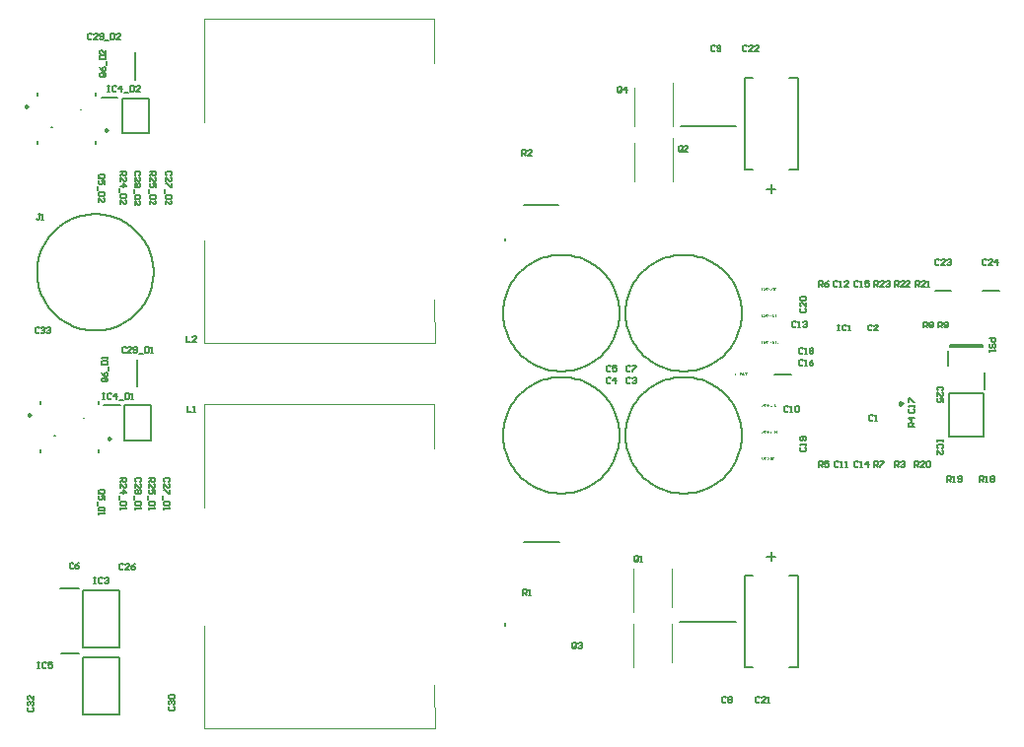
<source format=gto>
G04*
G04 #@! TF.GenerationSoftware,Altium Limited,Altium Designer,22.9.1 (49)*
G04*
G04 Layer_Color=65535*
%FSLAX25Y25*%
%MOIN*%
G70*
G04*
G04 #@! TF.SameCoordinates,31D07EA8-2EF4-44A7-A807-3D2BB65C9B75*
G04*
G04*
G04 #@! TF.FilePolarity,Positive*
G04*
G01*
G75*
%ADD10C,0.00787*%
%ADD11C,0.00984*%
%ADD12C,0.00394*%
%ADD13C,0.00600*%
%ADD14C,0.00500*%
G36*
X305363Y90025D02*
X305374D01*
X305386Y90024D01*
X305412Y90020D01*
X305413D01*
X305419Y90018D01*
X305426Y90017D01*
X305434Y90015D01*
X305445Y90014D01*
X305457Y90011D01*
X305480Y90004D01*
X305481D01*
X305485Y90003D01*
X305491Y90000D01*
X305499Y89998D01*
X305517Y89991D01*
X305536Y89983D01*
X305537D01*
X305540Y89981D01*
X305549Y89976D01*
X305559Y89970D01*
X305564Y89966D01*
X305567Y89964D01*
X305568Y89962D01*
X305571Y89960D01*
X305575Y89956D01*
X305578Y89950D01*
Y89949D01*
X305579Y89946D01*
X305581Y89942D01*
X305582Y89935D01*
Y89934D01*
X305583Y89930D01*
X305585Y89923D01*
X305586Y89913D01*
Y89911D01*
X305587Y89904D01*
Y89893D01*
Y89879D01*
Y89878D01*
Y89875D01*
Y89871D01*
Y89866D01*
Y89854D01*
X305586Y89840D01*
Y89837D01*
X305585Y89832D01*
X305583Y89822D01*
X305582Y89814D01*
Y89813D01*
X305581Y89809D01*
X305578Y89805D01*
X305574Y89801D01*
X305573D01*
X305570Y89799D01*
X305566Y89798D01*
X305560Y89797D01*
X305559D01*
X305553Y89798D01*
X305545Y89801D01*
X305533Y89807D01*
X305532D01*
X305530Y89809D01*
X305526Y89811D01*
X305521Y89814D01*
X305506Y89822D01*
X305487Y89830D01*
X305485D01*
X305481Y89833D01*
X305476Y89836D01*
X305469Y89839D01*
X305460Y89843D01*
X305449Y89847D01*
X305423Y89855D01*
X305421D01*
X305416Y89856D01*
X305409Y89859D01*
X305400Y89860D01*
X305387Y89863D01*
X305375Y89864D01*
X305360Y89866D01*
X305332D01*
X305324Y89864D01*
X305305Y89862D01*
X305284Y89856D01*
X305283D01*
X305280Y89855D01*
X305276Y89854D01*
X305271Y89851D01*
X305257Y89843D01*
X305243Y89833D01*
X305241Y89830D01*
X305234Y89824D01*
X305226Y89813D01*
X305219Y89799D01*
Y89798D01*
X305218Y89795D01*
X305216Y89791D01*
X305215Y89786D01*
X305212Y89772D01*
X305211Y89756D01*
Y89754D01*
Y89750D01*
X305212Y89743D01*
X305213Y89737D01*
X305219Y89718D01*
X305223Y89707D01*
X305228Y89697D01*
X305230Y89696D01*
X305233Y89693D01*
X305237Y89689D01*
X305242Y89682D01*
X305249Y89675D01*
X305257Y89669D01*
X305277Y89654D01*
X305279Y89652D01*
X305283Y89651D01*
X305290Y89647D01*
X305298Y89641D01*
X305309Y89636D01*
X305321Y89631D01*
X305348Y89617D01*
X305349Y89616D01*
X305355Y89614D01*
X305363Y89610D01*
X305373Y89606D01*
X305385Y89601D01*
X305398Y89595D01*
X305427Y89582D01*
X305428Y89580D01*
X305434Y89579D01*
X305442Y89575D01*
X305453Y89569D01*
X305465Y89564D01*
X305479Y89556D01*
X305507Y89539D01*
X305509Y89538D01*
X305514Y89535D01*
X305521Y89530D01*
X305530Y89523D01*
X305541Y89515D01*
X305553Y89504D01*
X305576Y89481D01*
X305578Y89480D01*
X305582Y89476D01*
X305587Y89469D01*
X305594Y89459D01*
X305602Y89448D01*
X305611Y89435D01*
X305619Y89420D01*
X305627Y89403D01*
X305628Y89402D01*
X305630Y89395D01*
X305632Y89386D01*
X305636Y89373D01*
X305641Y89357D01*
X305643Y89340D01*
X305644Y89319D01*
X305646Y89297D01*
Y89296D01*
Y89293D01*
Y89289D01*
Y89284D01*
X305644Y89269D01*
X305642Y89250D01*
X305639Y89228D01*
X305634Y89205D01*
X305626Y89180D01*
X305616Y89157D01*
X305615Y89154D01*
X305611Y89148D01*
X305604Y89137D01*
X305594Y89122D01*
X305583Y89107D01*
X305568Y89089D01*
X305553Y89073D01*
X305534Y89057D01*
X305532Y89055D01*
X305525Y89050D01*
X305515Y89043D01*
X305500Y89034D01*
X305484Y89024D01*
X305464Y89013D01*
X305440Y89004D01*
X305416Y88995D01*
X305415D01*
X305413Y88994D01*
X305409D01*
X305404Y88993D01*
X305390Y88990D01*
X305373Y88986D01*
X305351Y88982D01*
X305325Y88979D01*
X305298Y88978D01*
X305269Y88976D01*
X305250D01*
X305238Y88978D01*
X305223Y88979D01*
X305207Y88981D01*
X305173Y88986D01*
X305171D01*
X305165Y88987D01*
X305156Y88989D01*
X305145Y88991D01*
X305133Y88994D01*
X305120Y88997D01*
X305092Y89005D01*
X305091D01*
X305087Y89008D01*
X305080Y89009D01*
X305072Y89013D01*
X305054Y89021D01*
X305035Y89031D01*
X305034D01*
X305031Y89034D01*
X305023Y89039D01*
X305011Y89046D01*
X305001Y89054D01*
X305000Y89057D01*
X304996Y89062D01*
X304992Y89072D01*
X304988Y89084D01*
Y89085D01*
Y89088D01*
X304986Y89092D01*
Y89097D01*
X304985Y89106D01*
Y89115D01*
X304984Y89126D01*
Y89138D01*
Y89140D01*
Y89142D01*
Y89146D01*
Y89153D01*
Y89165D01*
X304985Y89179D01*
Y89180D01*
Y89182D01*
X304986Y89188D01*
X304988Y89197D01*
X304989Y89205D01*
X304990Y89206D01*
X304992Y89210D01*
X304995Y89216D01*
X304998Y89220D01*
X305000Y89221D01*
X305003Y89223D01*
X305007Y89224D01*
X305012Y89225D01*
X305015D01*
X305020Y89224D01*
X305031Y89220D01*
X305043Y89212D01*
X305045D01*
X305047Y89209D01*
X305052Y89208D01*
X305057Y89204D01*
X305065Y89199D01*
X305073Y89194D01*
X305095Y89183D01*
X305097Y89182D01*
X305101Y89180D01*
X305107Y89178D01*
X305117Y89174D01*
X305128Y89170D01*
X305140Y89164D01*
X305154Y89160D01*
X305170Y89154D01*
X305171D01*
X305178Y89153D01*
X305186Y89151D01*
X305199Y89149D01*
X305213Y89146D01*
X305231Y89144D01*
X305250Y89142D01*
X305284D01*
X305294Y89144D01*
X305305D01*
X305315Y89146D01*
X305339Y89151D01*
X305340D01*
X305344Y89152D01*
X305349Y89154D01*
X305356Y89157D01*
X305373Y89165D01*
X305389Y89176D01*
X305390Y89178D01*
X305393Y89179D01*
X305401Y89187D01*
X305411Y89201D01*
X305420Y89217D01*
Y89218D01*
X305421Y89221D01*
X305424Y89227D01*
X305427Y89233D01*
X305428Y89242D01*
X305431Y89251D01*
X305432Y89271D01*
Y89273D01*
Y89277D01*
X305431Y89284D01*
X305430Y89292D01*
X305424Y89311D01*
X305420Y89320D01*
X305413Y89330D01*
X305412Y89331D01*
X305409Y89334D01*
X305405Y89338D01*
X305400Y89345D01*
X305393Y89352D01*
X305385Y89359D01*
X305363Y89373D01*
X305362Y89375D01*
X305358Y89378D01*
X305352Y89380D01*
X305344Y89386D01*
X305333Y89391D01*
X305322Y89398D01*
X305295Y89410D01*
X305294Y89412D01*
X305288Y89413D01*
X305281Y89417D01*
X305271Y89421D01*
X305260Y89426D01*
X305246Y89432D01*
X305216Y89446D01*
X305215Y89447D01*
X305209Y89448D01*
X305201Y89452D01*
X305192Y89458D01*
X305179Y89465D01*
X305166Y89471D01*
X305137Y89488D01*
X305136Y89489D01*
X305131Y89492D01*
X305124Y89497D01*
X305114Y89504D01*
X305103Y89512D01*
X305092Y89522D01*
X305068Y89545D01*
X305067Y89546D01*
X305063Y89550D01*
X305057Y89559D01*
X305050Y89568D01*
X305043Y89579D01*
X305035Y89592D01*
X305027Y89607D01*
X305019Y89624D01*
X305018Y89626D01*
X305016Y89632D01*
X305013Y89641D01*
X305011Y89655D01*
X305007Y89671D01*
X305004Y89690D01*
X305003Y89711D01*
X305001Y89734D01*
Y89735D01*
Y89737D01*
Y89741D01*
Y89746D01*
X305003Y89760D01*
X305004Y89777D01*
X305008Y89797D01*
X305012Y89818D01*
X305019Y89840D01*
X305027Y89860D01*
X305029Y89863D01*
X305032Y89870D01*
X305038Y89879D01*
X305046Y89893D01*
X305057Y89908D01*
X305069Y89923D01*
X305084Y89938D01*
X305101Y89953D01*
X305103Y89954D01*
X305109Y89958D01*
X305118Y89965D01*
X305132Y89973D01*
X305147Y89983D01*
X305166Y89991D01*
X305186Y90000D01*
X305208Y90007D01*
X305209D01*
X305211Y90009D01*
X305219Y90010D01*
X305231Y90013D01*
X305249Y90017D01*
X305268Y90021D01*
X305291Y90024D01*
X305315Y90025D01*
X305341Y90026D01*
X305355D01*
X305363Y90025D01*
D02*
G37*
G36*
X304863Y89467D02*
X304868Y89465D01*
X304869Y89463D01*
X304872Y89462D01*
X304876Y89458D01*
X304879Y89451D01*
X304880Y89450D01*
X304882Y89444D01*
X304884Y89436D01*
X304886Y89425D01*
Y89423D01*
X304887Y89416D01*
X304888Y89403D01*
Y89389D01*
Y89387D01*
Y89382D01*
Y89373D01*
X304887Y89363D01*
X304884Y89342D01*
X304882Y89333D01*
X304879Y89324D01*
Y89323D01*
X304877Y89322D01*
X304872Y89316D01*
X304864Y89310D01*
X304858Y89308D01*
X304852Y89307D01*
X304524D01*
X304516Y89310D01*
X304506Y89315D01*
X304502Y89319D01*
X304498Y89324D01*
Y89326D01*
X304497Y89329D01*
X304495Y89333D01*
X304494Y89340D01*
X304493Y89349D01*
X304491Y89360D01*
X304490Y89373D01*
Y89389D01*
Y89390D01*
Y89395D01*
Y89403D01*
X304491Y89413D01*
X304494Y89433D01*
X304495Y89442D01*
X304498Y89450D01*
Y89451D01*
X304499Y89452D01*
X304505Y89459D01*
X304513Y89466D01*
X304520Y89467D01*
X304527Y89469D01*
X304857D01*
X304863Y89467D01*
D02*
G37*
G36*
X307060Y90011D02*
X307068D01*
X307077Y90010D01*
X307079D01*
X307087Y90009D01*
X307096Y90004D01*
X307104Y89999D01*
X307105Y89998D01*
X307108Y89992D01*
X307112Y89984D01*
Y89973D01*
Y89972D01*
Y89970D01*
X307111Y89966D01*
Y89961D01*
X307108Y89947D01*
X307104Y89928D01*
X306871Y89047D01*
Y89046D01*
X306870Y89044D01*
X306867Y89036D01*
X306863Y89025D01*
X306858Y89016D01*
X306856Y89015D01*
X306852Y89010D01*
X306844Y89005D01*
X306833Y88999D01*
X306832D01*
X306831Y88998D01*
X306826D01*
X306822Y88997D01*
X306809Y88994D01*
X306791Y88993D01*
X306787D01*
X306780Y88991D01*
X306764D01*
X306753Y88990D01*
X306700D01*
X306677Y88991D01*
X306665D01*
X306654Y88993D01*
X306650D01*
X306644Y88994D01*
X306639D01*
X306624Y88997D01*
X306610Y88999D01*
X306607Y89001D01*
X306602Y89004D01*
X306594Y89009D01*
X306587Y89016D01*
X306586Y89018D01*
X306583Y89024D01*
X306580Y89035D01*
X306577Y89047D01*
X306414Y89689D01*
X306413D01*
X306259Y89047D01*
Y89046D01*
X306258Y89044D01*
X306257Y89036D01*
X306253Y89027D01*
X306248Y89017D01*
X306247Y89016D01*
X306243Y89010D01*
X306236Y89005D01*
X306225Y88999D01*
X306223Y88998D01*
X306214Y88997D01*
X306202Y88994D01*
X306185Y88993D01*
X306180D01*
X306174Y88991D01*
X306156D01*
X306145Y88990D01*
X306089D01*
X306066Y88991D01*
X306054D01*
X306043Y88993D01*
X306039D01*
X306033Y88994D01*
X306028D01*
X306013Y88997D01*
X305999Y88999D01*
X305997Y89001D01*
X305991Y89004D01*
X305984Y89009D01*
X305978Y89016D01*
X305976Y89018D01*
X305974Y89024D01*
X305970Y89035D01*
X305965Y89047D01*
X305736Y89931D01*
Y89933D01*
X305734Y89935D01*
X305733Y89941D01*
X305732Y89947D01*
X305729Y89961D01*
X305728Y89975D01*
Y89976D01*
Y89977D01*
X305729Y89984D01*
X305732Y89992D01*
X305737Y89999D01*
X305738Y90000D01*
X305745Y90004D01*
X305755Y90007D01*
X305768Y90010D01*
X305772D01*
X305778Y90011D01*
X305794D01*
X305805Y90013D01*
X305872D01*
X305881Y90011D01*
X305893D01*
X305902Y90010D01*
X305912Y90009D01*
X305922Y90004D01*
X305923Y90003D01*
X305929Y90002D01*
X305933Y89998D01*
X305937Y89992D01*
X305938Y89991D01*
X305940Y89987D01*
X305941Y89979D01*
X305944Y89969D01*
X306121Y89194D01*
X306122D01*
X306307Y89964D01*
Y89965D01*
Y89966D01*
X306308Y89972D01*
X306311Y89980D01*
X306314Y89988D01*
X306315Y89990D01*
X306318Y89994D01*
X306323Y89999D01*
X306331Y90003D01*
X306334Y90004D01*
X306340Y90006D01*
X306350Y90009D01*
X306364Y90010D01*
X306368D01*
X306372Y90011D01*
X306387D01*
X306398Y90013D01*
X306443D01*
X306462Y90011D01*
X306473D01*
X306481Y90010D01*
X306489D01*
X306494Y90009D01*
X306505Y90007D01*
X306516Y90003D01*
X306519Y90002D01*
X306523Y90000D01*
X306528Y89996D01*
X306534Y89990D01*
X306535Y89988D01*
X306537Y89983D01*
X306539Y89975D01*
X306542Y89964D01*
X306734Y89194D01*
X306735D01*
X306913Y89968D01*
Y89970D01*
X306915Y89975D01*
X306918Y89981D01*
X306919Y89988D01*
X306920Y89990D01*
X306923Y89994D01*
X306927Y89999D01*
X306934Y90003D01*
X306937Y90004D01*
X306942Y90006D01*
X306953Y90009D01*
X306966Y90010D01*
X306971D01*
X306975Y90011D01*
X306990D01*
X306999Y90013D01*
X307043D01*
X307060Y90011D01*
D02*
G37*
G36*
X304374D02*
X304382D01*
X304391Y90010D01*
X304393D01*
X304401Y90007D01*
X304411Y90003D01*
X304418Y89998D01*
X304419Y89996D01*
X304422Y89992D01*
X304423Y89984D01*
Y89973D01*
Y89972D01*
Y89970D01*
X304422Y89966D01*
X304421Y89961D01*
X304416Y89947D01*
X304411Y89928D01*
X304109Y89029D01*
X304108Y89028D01*
X304106Y89023D01*
X304102Y89016D01*
X304098Y89009D01*
X304097Y89008D01*
X304094Y89005D01*
X304087Y89001D01*
X304078Y88997D01*
X304075D01*
X304068Y88994D01*
X304056Y88993D01*
X304040Y88991D01*
X304022D01*
X304014Y88990D01*
X303939D01*
X303921Y88991D01*
X303896D01*
X303883Y88993D01*
X303881D01*
X303875Y88994D01*
X303867Y88995D01*
X303859Y88997D01*
X303857D01*
X303853Y88998D01*
X303842Y89004D01*
X303841Y89005D01*
X303838Y89008D01*
X303832Y89016D01*
Y89017D01*
X303830Y89020D01*
X303829Y89025D01*
X303826Y89032D01*
X303524Y89931D01*
Y89933D01*
X303523Y89935D01*
X303522Y89941D01*
X303519Y89947D01*
X303515Y89961D01*
X303512Y89975D01*
Y89976D01*
Y89977D01*
Y89984D01*
X303515Y89994D01*
X303520Y90000D01*
X303523Y90002D01*
X303528Y90004D01*
X303539Y90009D01*
X303554Y90010D01*
X303558D01*
X303564Y90011D01*
X303580D01*
X303591Y90013D01*
X303640D01*
X303659Y90011D01*
X303668D01*
X303677Y90010D01*
X303681D01*
X303689Y90009D01*
X303698Y90007D01*
X303708Y90004D01*
X303709Y90003D01*
X303713Y90002D01*
X303719Y89998D01*
X303723Y89992D01*
X303724Y89991D01*
X303726Y89987D01*
X303728Y89981D01*
X303731Y89973D01*
X303977Y89193D01*
X303978D01*
X304221Y89969D01*
Y89972D01*
X304222Y89977D01*
X304225Y89984D01*
X304227Y89991D01*
X304229Y89992D01*
X304232Y89995D01*
X304237Y89999D01*
X304244Y90003D01*
X304246Y90004D01*
X304252Y90006D01*
X304263Y90009D01*
X304276Y90010D01*
X304280D01*
X304286Y90011D01*
X304301D01*
X304310Y90013D01*
X304355D01*
X304374Y90011D01*
D02*
G37*
G36*
X303335Y90006D02*
X303339Y90003D01*
X303341Y90002D01*
X303343Y90000D01*
X303347Y89995D01*
X303350Y89988D01*
X303352Y89987D01*
X303353Y89981D01*
X303356Y89973D01*
X303357Y89961D01*
Y89960D01*
Y89958D01*
X303358Y89950D01*
X303360Y89937D01*
Y89920D01*
Y89919D01*
Y89912D01*
Y89904D01*
X303358Y89894D01*
X303356Y89873D01*
X303353Y89862D01*
X303350Y89852D01*
Y89851D01*
X303349Y89850D01*
X303345Y89843D01*
X303337Y89834D01*
X303332Y89833D01*
X303327Y89832D01*
X302967D01*
Y89616D01*
X302971D01*
X302976Y89617D01*
X302984D01*
X303001Y89618D01*
X303021Y89620D01*
X303031D01*
X303039Y89621D01*
X303091D01*
X303107Y89620D01*
X303126Y89618D01*
X303149Y89616D01*
X303173Y89613D01*
X303199Y89607D01*
X303224Y89601D01*
X303225D01*
X303226Y89599D01*
X303235Y89596D01*
X303247Y89592D01*
X303262Y89587D01*
X303278Y89579D01*
X303296Y89568D01*
X303313Y89557D01*
X303331Y89543D01*
X303332Y89542D01*
X303338Y89537D01*
X303346Y89529D01*
X303356Y89518D01*
X303367Y89505D01*
X303377Y89489D01*
X303388Y89471D01*
X303398Y89451D01*
X303399Y89448D01*
X303402Y89442D01*
X303405Y89431D01*
X303410Y89414D01*
X303414Y89397D01*
X303417Y89375D01*
X303420Y89350D01*
X303421Y89323D01*
Y89322D01*
Y89319D01*
Y89315D01*
Y89310D01*
X303420Y89295D01*
X303417Y89274D01*
X303414Y89251D01*
X303409Y89227D01*
X303401Y89201D01*
X303391Y89176D01*
Y89175D01*
X303390Y89174D01*
X303386Y89165D01*
X303379Y89153D01*
X303371Y89138D01*
X303358Y89121D01*
X303345Y89103D01*
X303328Y89084D01*
X303311Y89066D01*
X303308Y89065D01*
X303301Y89059D01*
X303290Y89051D01*
X303275Y89042D01*
X303258Y89031D01*
X303236Y89020D01*
X303211Y89009D01*
X303186Y88999D01*
X303184D01*
X303183Y88998D01*
X303179Y88997D01*
X303173Y88995D01*
X303165Y88994D01*
X303157Y88993D01*
X303138Y88989D01*
X303114Y88983D01*
X303086Y88981D01*
X303055Y88978D01*
X303023Y88976D01*
X303006D01*
X302994Y88978D01*
X302980D01*
X302965Y88979D01*
X302933Y88983D01*
X302931D01*
X302926Y88985D01*
X302918Y88986D01*
X302907Y88987D01*
X302896Y88989D01*
X302882Y88991D01*
X302857Y88997D01*
X302855D01*
X302851Y88998D01*
X302846Y89001D01*
X302837Y89002D01*
X302820Y89009D01*
X302802Y89016D01*
X302801D01*
X302798Y89017D01*
X302790Y89021D01*
X302780Y89027D01*
X302776Y89028D01*
X302774Y89031D01*
X302772Y89032D01*
X302769Y89035D01*
X302767Y89039D01*
X302764Y89043D01*
Y89044D01*
X302763Y89047D01*
X302761Y89052D01*
X302759Y89059D01*
Y89061D01*
X302757Y89066D01*
Y89074D01*
X302756Y89085D01*
Y89087D01*
Y89088D01*
Y89095D01*
Y89107D01*
Y89121D01*
Y89122D01*
Y89125D01*
Y89129D01*
Y89133D01*
Y89145D01*
X302757Y89157D01*
Y89159D01*
Y89160D01*
X302759Y89165D01*
X302760Y89174D01*
X302761Y89182D01*
X302763Y89183D01*
X302764Y89187D01*
X302767Y89191D01*
X302769Y89195D01*
X302771Y89197D01*
X302774Y89198D01*
X302778Y89199D01*
X302783D01*
X302787Y89198D01*
X302794Y89195D01*
X302805Y89190D01*
X302806D01*
X302808Y89188D01*
X302812Y89186D01*
X302816Y89184D01*
X302829Y89178D01*
X302847Y89170D01*
X302848D01*
X302853Y89168D01*
X302858Y89165D01*
X302865Y89163D01*
X302874Y89160D01*
X302885Y89156D01*
X302911Y89149D01*
X302912D01*
X302918Y89148D01*
X302926Y89146D01*
X302937Y89145D01*
X302950Y89144D01*
X302965Y89142D01*
X302983Y89141D01*
X303018D01*
X303029Y89142D01*
X303042D01*
X303055Y89145D01*
X303084Y89149D01*
X303085D01*
X303091Y89151D01*
X303097Y89153D01*
X303105Y89156D01*
X303127Y89165D01*
X303148Y89179D01*
X303149Y89180D01*
X303152Y89183D01*
X303157Y89187D01*
X303163Y89194D01*
X303168Y89202D01*
X303175Y89210D01*
X303187Y89232D01*
X303188Y89233D01*
X303190Y89237D01*
X303192Y89244D01*
X303195Y89254D01*
X303198Y89265D01*
X303199Y89277D01*
X303202Y89290D01*
Y89307D01*
Y89308D01*
Y89314D01*
Y89320D01*
X303201Y89330D01*
X303197Y89352D01*
X303190Y89373D01*
Y89375D01*
X303187Y89379D01*
X303184Y89384D01*
X303180Y89391D01*
X303168Y89407D01*
X303152Y89424D01*
X303150Y89425D01*
X303148Y89428D01*
X303142Y89431D01*
X303134Y89436D01*
X303124Y89440D01*
X303114Y89446D01*
X303101Y89451D01*
X303086Y89455D01*
X303085D01*
X303080Y89456D01*
X303071Y89459D01*
X303059Y89460D01*
X303046Y89463D01*
X303029Y89465D01*
X303010Y89466D01*
X302963D01*
X302950Y89465D01*
X302935Y89463D01*
X302907Y89460D01*
X302900D01*
X302893Y89459D01*
X302885D01*
X302874Y89458D01*
X302862D01*
X302837Y89456D01*
X302833D01*
X302825Y89458D01*
X302814Y89460D01*
X302805Y89467D01*
X302803Y89470D01*
X302802Y89473D01*
X302801Y89477D01*
X302798Y89482D01*
X302797Y89489D01*
X302795Y89499D01*
Y89509D01*
Y89949D01*
Y89950D01*
Y89954D01*
Y89960D01*
X302797Y89966D01*
X302799Y89981D01*
X302802Y89988D01*
X302806Y89994D01*
Y89995D01*
X302809Y89996D01*
X302816Y90002D01*
X302828Y90006D01*
X302836Y90009D01*
X303331D01*
X303335Y90006D01*
D02*
G37*
G36*
X308082Y99067D02*
X308097Y99065D01*
X308101D01*
X308109Y99064D01*
X308118Y99061D01*
X308128Y99058D01*
X308131Y99057D01*
X308135Y99056D01*
X308140Y99051D01*
X308146Y99047D01*
X308147Y99046D01*
X308148Y99043D01*
X308150Y99039D01*
X308151Y99034D01*
Y98078D01*
Y98076D01*
Y98072D01*
X308148Y98068D01*
X308146Y98063D01*
X308144Y98061D01*
X308141Y98060D01*
X308136Y98056D01*
X308128Y98053D01*
X308126D01*
X308120Y98050D01*
X308110Y98049D01*
X308097Y98048D01*
X308094D01*
X308088Y98046D01*
X308076D01*
X308068Y98045D01*
X308030D01*
X308012Y98046D01*
X307996Y98048D01*
X307993D01*
X307985Y98049D01*
X307974Y98050D01*
X307965Y98053D01*
X307963Y98055D01*
X307959Y98056D01*
X307954Y98059D01*
X307948Y98063D01*
Y98064D01*
X307947Y98067D01*
X307946Y98072D01*
X307944Y98078D01*
Y98487D01*
X307566D01*
Y98078D01*
Y98076D01*
Y98072D01*
X307563Y98068D01*
X307561Y98063D01*
X307559Y98061D01*
X307557Y98060D01*
X307553Y98056D01*
X307544Y98053D01*
X307542D01*
X307536Y98050D01*
X307525Y98049D01*
X307512Y98048D01*
X307509D01*
X307504Y98046D01*
X307491D01*
X307483Y98045D01*
X307445D01*
X307429Y98046D01*
X307413Y98048D01*
X307410D01*
X307400Y98049D01*
X307391Y98050D01*
X307380Y98053D01*
X307379Y98055D01*
X307375Y98056D01*
X307369Y98059D01*
X307364Y98063D01*
Y98064D01*
X307362Y98067D01*
X307361Y98072D01*
X307360Y98078D01*
Y99034D01*
Y99035D01*
Y99039D01*
X307361Y99043D01*
X307364Y99047D01*
X307365Y99049D01*
X307368Y99051D01*
X307373Y99056D01*
X307380Y99058D01*
X307383Y99060D01*
X307388Y99061D01*
X307399Y99062D01*
X307413Y99065D01*
X307417D01*
X307421Y99067D01*
X307434D01*
X307442Y99068D01*
X307481D01*
X307497Y99067D01*
X307512Y99065D01*
X307516D01*
X307524Y99064D01*
X307534Y99061D01*
X307544Y99058D01*
X307546Y99057D01*
X307551Y99056D01*
X307557Y99051D01*
X307561Y99047D01*
X307562Y99046D01*
X307563Y99043D01*
X307565Y99039D01*
X307566Y99034D01*
Y98663D01*
X307944D01*
Y99034D01*
Y99035D01*
Y99039D01*
X307946Y99043D01*
X307948Y99047D01*
X307950Y99049D01*
X307952Y99051D01*
X307958Y99056D01*
X307965Y99058D01*
X307967Y99060D01*
X307973Y99061D01*
X307984Y99062D01*
X307996Y99065D01*
X308000D01*
X308004Y99067D01*
X308018D01*
X308026Y99068D01*
X308065D01*
X308082Y99067D01*
D02*
G37*
G36*
X304863Y98523D02*
X304868Y98520D01*
X304869Y98518D01*
X304872Y98517D01*
X304876Y98513D01*
X304879Y98506D01*
X304880Y98505D01*
X304882Y98499D01*
X304884Y98491D01*
X304886Y98480D01*
Y98478D01*
X304887Y98471D01*
X304888Y98458D01*
Y98444D01*
Y98442D01*
Y98437D01*
Y98429D01*
X304887Y98418D01*
X304884Y98397D01*
X304882Y98388D01*
X304879Y98380D01*
Y98378D01*
X304877Y98377D01*
X304872Y98371D01*
X304864Y98365D01*
X304858Y98363D01*
X304852Y98362D01*
X304524D01*
X304516Y98365D01*
X304506Y98370D01*
X304502Y98374D01*
X304498Y98380D01*
Y98381D01*
X304497Y98384D01*
X304495Y98388D01*
X304494Y98395D01*
X304493Y98404D01*
X304491Y98415D01*
X304490Y98429D01*
Y98444D01*
Y98445D01*
Y98450D01*
Y98458D01*
X304491Y98468D01*
X304494Y98488D01*
X304495Y98497D01*
X304498Y98505D01*
Y98506D01*
X304499Y98507D01*
X304505Y98514D01*
X304513Y98521D01*
X304520Y98523D01*
X304527Y98524D01*
X304857D01*
X304863Y98523D01*
D02*
G37*
G36*
X304374Y99067D02*
X304382D01*
X304391Y99065D01*
X304393D01*
X304401Y99062D01*
X304411Y99058D01*
X304418Y99053D01*
X304419Y99051D01*
X304422Y99047D01*
X304423Y99039D01*
Y99028D01*
Y99027D01*
Y99026D01*
X304422Y99022D01*
X304421Y99016D01*
X304416Y99002D01*
X304411Y98984D01*
X304109Y98084D01*
X304108Y98083D01*
X304106Y98078D01*
X304102Y98071D01*
X304098Y98064D01*
X304097Y98063D01*
X304094Y98060D01*
X304087Y98056D01*
X304078Y98052D01*
X304075D01*
X304068Y98049D01*
X304056Y98048D01*
X304040Y98046D01*
X304022D01*
X304014Y98045D01*
X303939D01*
X303921Y98046D01*
X303896D01*
X303883Y98048D01*
X303881D01*
X303875Y98049D01*
X303867Y98050D01*
X303859Y98052D01*
X303857D01*
X303853Y98053D01*
X303842Y98059D01*
X303841Y98060D01*
X303838Y98063D01*
X303832Y98071D01*
Y98072D01*
X303830Y98075D01*
X303829Y98080D01*
X303826Y98087D01*
X303524Y98986D01*
Y98988D01*
X303523Y98990D01*
X303522Y98996D01*
X303519Y99002D01*
X303515Y99016D01*
X303512Y99030D01*
Y99031D01*
Y99032D01*
Y99039D01*
X303515Y99049D01*
X303520Y99056D01*
X303523Y99057D01*
X303528Y99060D01*
X303539Y99064D01*
X303554Y99065D01*
X303558D01*
X303564Y99067D01*
X303580D01*
X303591Y99068D01*
X303640D01*
X303659Y99067D01*
X303668D01*
X303677Y99065D01*
X303681D01*
X303689Y99064D01*
X303698Y99062D01*
X303708Y99060D01*
X303709Y99058D01*
X303713Y99057D01*
X303719Y99053D01*
X303723Y99047D01*
X303724Y99046D01*
X303726Y99042D01*
X303728Y99037D01*
X303731Y99028D01*
X303977Y98248D01*
X303978D01*
X304221Y99024D01*
Y99027D01*
X304222Y99032D01*
X304225Y99039D01*
X304227Y99046D01*
X304229Y99047D01*
X304232Y99050D01*
X304237Y99054D01*
X304244Y99058D01*
X304246Y99060D01*
X304252Y99061D01*
X304263Y99064D01*
X304276Y99065D01*
X304280D01*
X304286Y99067D01*
X304301D01*
X304310Y99068D01*
X304355D01*
X304374Y99067D01*
D02*
G37*
G36*
X303335Y99061D02*
X303339Y99058D01*
X303341Y99057D01*
X303343Y99056D01*
X303347Y99050D01*
X303350Y99043D01*
X303352Y99042D01*
X303353Y99037D01*
X303356Y99028D01*
X303357Y99016D01*
Y99015D01*
Y99013D01*
X303358Y99005D01*
X303360Y98992D01*
Y98975D01*
Y98974D01*
Y98967D01*
Y98959D01*
X303358Y98949D01*
X303356Y98928D01*
X303353Y98917D01*
X303350Y98907D01*
Y98906D01*
X303349Y98905D01*
X303345Y98898D01*
X303337Y98890D01*
X303332Y98888D01*
X303327Y98887D01*
X302967D01*
Y98671D01*
X302971D01*
X302976Y98672D01*
X302984D01*
X303001Y98673D01*
X303021Y98675D01*
X303031D01*
X303039Y98676D01*
X303091D01*
X303107Y98675D01*
X303126Y98673D01*
X303149Y98671D01*
X303173Y98668D01*
X303199Y98663D01*
X303224Y98656D01*
X303225D01*
X303226Y98654D01*
X303235Y98652D01*
X303247Y98648D01*
X303262Y98642D01*
X303278Y98634D01*
X303296Y98623D01*
X303313Y98612D01*
X303331Y98599D01*
X303332Y98597D01*
X303338Y98592D01*
X303346Y98584D01*
X303356Y98573D01*
X303367Y98561D01*
X303377Y98544D01*
X303388Y98527D01*
X303398Y98506D01*
X303399Y98503D01*
X303402Y98497D01*
X303405Y98486D01*
X303410Y98469D01*
X303414Y98452D01*
X303417Y98430D01*
X303420Y98405D01*
X303421Y98378D01*
Y98377D01*
Y98374D01*
Y98370D01*
Y98365D01*
X303420Y98350D01*
X303417Y98329D01*
X303414Y98306D01*
X303409Y98282D01*
X303401Y98256D01*
X303391Y98231D01*
Y98230D01*
X303390Y98229D01*
X303386Y98220D01*
X303379Y98208D01*
X303371Y98193D01*
X303358Y98176D01*
X303345Y98158D01*
X303328Y98139D01*
X303311Y98121D01*
X303308Y98120D01*
X303301Y98115D01*
X303290Y98106D01*
X303275Y98097D01*
X303258Y98086D01*
X303236Y98075D01*
X303211Y98064D01*
X303186Y98055D01*
X303184D01*
X303183Y98053D01*
X303179Y98052D01*
X303173Y98050D01*
X303165Y98049D01*
X303157Y98048D01*
X303138Y98044D01*
X303114Y98038D01*
X303086Y98036D01*
X303055Y98033D01*
X303023Y98032D01*
X303006D01*
X302994Y98033D01*
X302980D01*
X302965Y98034D01*
X302933Y98038D01*
X302931D01*
X302926Y98040D01*
X302918Y98041D01*
X302907Y98042D01*
X302896Y98044D01*
X302882Y98046D01*
X302857Y98052D01*
X302855D01*
X302851Y98053D01*
X302846Y98056D01*
X302837Y98057D01*
X302820Y98064D01*
X302802Y98071D01*
X302801D01*
X302798Y98072D01*
X302790Y98076D01*
X302780Y98082D01*
X302776Y98083D01*
X302774Y98086D01*
X302772Y98087D01*
X302769Y98090D01*
X302767Y98094D01*
X302764Y98098D01*
Y98099D01*
X302763Y98102D01*
X302761Y98108D01*
X302759Y98115D01*
Y98116D01*
X302757Y98121D01*
Y98129D01*
X302756Y98140D01*
Y98142D01*
Y98143D01*
Y98150D01*
Y98162D01*
Y98176D01*
Y98177D01*
Y98180D01*
Y98184D01*
Y98188D01*
Y98200D01*
X302757Y98212D01*
Y98214D01*
Y98215D01*
X302759Y98220D01*
X302760Y98229D01*
X302761Y98237D01*
X302763Y98238D01*
X302764Y98242D01*
X302767Y98246D01*
X302769Y98251D01*
X302771Y98252D01*
X302774Y98253D01*
X302778Y98255D01*
X302783D01*
X302787Y98253D01*
X302794Y98251D01*
X302805Y98245D01*
X302806D01*
X302808Y98244D01*
X302812Y98241D01*
X302816Y98240D01*
X302829Y98233D01*
X302847Y98225D01*
X302848D01*
X302853Y98223D01*
X302858Y98220D01*
X302865Y98218D01*
X302874Y98215D01*
X302885Y98211D01*
X302911Y98204D01*
X302912D01*
X302918Y98203D01*
X302926Y98202D01*
X302937Y98200D01*
X302950Y98199D01*
X302965Y98197D01*
X302983Y98196D01*
X303018D01*
X303029Y98197D01*
X303042D01*
X303055Y98200D01*
X303084Y98204D01*
X303085D01*
X303091Y98206D01*
X303097Y98208D01*
X303105Y98211D01*
X303127Y98220D01*
X303148Y98234D01*
X303149Y98235D01*
X303152Y98238D01*
X303157Y98242D01*
X303163Y98249D01*
X303168Y98257D01*
X303175Y98265D01*
X303187Y98287D01*
X303188Y98289D01*
X303190Y98293D01*
X303192Y98299D01*
X303195Y98309D01*
X303198Y98320D01*
X303199Y98332D01*
X303202Y98346D01*
Y98362D01*
Y98363D01*
Y98369D01*
Y98376D01*
X303201Y98385D01*
X303197Y98407D01*
X303190Y98429D01*
Y98430D01*
X303187Y98434D01*
X303184Y98440D01*
X303180Y98446D01*
X303168Y98463D01*
X303152Y98479D01*
X303150Y98480D01*
X303148Y98483D01*
X303142Y98486D01*
X303134Y98491D01*
X303124Y98495D01*
X303114Y98501D01*
X303101Y98506D01*
X303086Y98510D01*
X303085D01*
X303080Y98512D01*
X303071Y98514D01*
X303059Y98516D01*
X303046Y98518D01*
X303029Y98520D01*
X303010Y98521D01*
X302963D01*
X302950Y98520D01*
X302935Y98518D01*
X302907Y98516D01*
X302900D01*
X302893Y98514D01*
X302885D01*
X302874Y98513D01*
X302862D01*
X302837Y98512D01*
X302833D01*
X302825Y98513D01*
X302814Y98516D01*
X302805Y98523D01*
X302803Y98525D01*
X302802Y98528D01*
X302801Y98532D01*
X302798Y98537D01*
X302797Y98544D01*
X302795Y98554D01*
Y98565D01*
Y99004D01*
Y99005D01*
Y99009D01*
Y99015D01*
X302797Y99022D01*
X302799Y99037D01*
X302802Y99043D01*
X302806Y99049D01*
Y99050D01*
X302809Y99051D01*
X302816Y99057D01*
X302828Y99061D01*
X302836Y99064D01*
X303331D01*
X303335Y99061D01*
D02*
G37*
G36*
X306357Y99062D02*
X306361Y99060D01*
X306363Y99058D01*
X306364Y99057D01*
X306368Y99051D01*
X306371Y99045D01*
X306372Y99043D01*
X306374Y99038D01*
X306375Y99030D01*
X306376Y99020D01*
Y99018D01*
X306378Y99009D01*
X306379Y98997D01*
Y98981D01*
Y98979D01*
Y98977D01*
Y98973D01*
Y98968D01*
X306378Y98956D01*
X306376Y98944D01*
Y98941D01*
X306375Y98936D01*
X306374Y98928D01*
X306371Y98920D01*
Y98918D01*
X306368Y98914D01*
X306365Y98910D01*
X306361Y98906D01*
X306360D01*
X306357Y98905D01*
X306354Y98903D01*
X306349Y98902D01*
X305987D01*
Y98654D01*
X306297D01*
X306301Y98652D01*
X306306Y98649D01*
X306307Y98648D01*
X306310Y98646D01*
X306314Y98642D01*
X306316Y98635D01*
X306318Y98634D01*
X306319Y98630D01*
X306321Y98622D01*
X306322Y98611D01*
Y98608D01*
X306323Y98601D01*
X306325Y98589D01*
Y98574D01*
Y98573D01*
Y98570D01*
Y98566D01*
Y98561D01*
X306323Y98548D01*
X306322Y98536D01*
Y98533D01*
X306321Y98528D01*
X306319Y98521D01*
X306316Y98513D01*
X306315Y98512D01*
X306314Y98507D01*
X306310Y98503D01*
X306306Y98499D01*
X306304D01*
X306301Y98498D01*
X306293Y98497D01*
X305987D01*
Y98211D01*
X306356D01*
X306360Y98208D01*
X306364Y98206D01*
X306365Y98204D01*
X306368Y98203D01*
X306372Y98199D01*
X306375Y98192D01*
X306376Y98191D01*
X306378Y98185D01*
X306379Y98177D01*
X306380Y98168D01*
Y98165D01*
X306382Y98157D01*
X306383Y98146D01*
Y98129D01*
Y98128D01*
Y98125D01*
Y98121D01*
Y98116D01*
X306382Y98104D01*
X306380Y98091D01*
Y98089D01*
X306379Y98083D01*
X306378Y98075D01*
X306375Y98067D01*
X306374Y98066D01*
X306372Y98061D01*
X306368Y98057D01*
X306364Y98053D01*
X306363D01*
X306360Y98052D01*
X306357Y98050D01*
X306352Y98049D01*
X305838D01*
X305832Y98050D01*
X305827D01*
X305813Y98056D01*
X305805Y98059D01*
X305798Y98064D01*
Y98066D01*
X305796Y98067D01*
X305793Y98071D01*
X305790Y98076D01*
X305787Y98083D01*
X305785Y98091D01*
X305783Y98101D01*
X305782Y98113D01*
Y98998D01*
Y99000D01*
Y99004D01*
X305783Y99011D01*
X305785Y99018D01*
X305789Y99034D01*
X305793Y99041D01*
X305798Y99047D01*
X305800Y99049D01*
X305801Y99050D01*
X305805Y99053D01*
X305810Y99056D01*
X305824Y99061D01*
X305832Y99064D01*
X306353D01*
X306357Y99062D01*
D02*
G37*
G36*
X307217Y99061D02*
X307221Y99058D01*
X307222Y99057D01*
X307225Y99056D01*
X307229Y99051D01*
X307232Y99045D01*
X307233Y99043D01*
X307234Y99038D01*
X307236Y99030D01*
X307237Y99019D01*
Y99018D01*
Y99016D01*
X307239Y99008D01*
X307240Y98994D01*
Y98978D01*
Y98977D01*
Y98974D01*
Y98970D01*
Y98965D01*
X307239Y98952D01*
X307237Y98939D01*
Y98936D01*
X307236Y98931D01*
X307234Y98921D01*
X307232Y98913D01*
X307230Y98911D01*
X307229Y98907D01*
X307225Y98903D01*
X307221Y98899D01*
X307219D01*
X307217Y98898D01*
X307214Y98896D01*
X307209Y98895D01*
X306956D01*
Y98078D01*
Y98076D01*
Y98072D01*
X306953Y98068D01*
X306950Y98063D01*
X306949Y98061D01*
X306946Y98060D01*
X306941Y98056D01*
X306932Y98053D01*
X306931D01*
X306924Y98050D01*
X306915Y98049D01*
X306901Y98048D01*
X306897D01*
X306893Y98046D01*
X306888D01*
X306873Y98045D01*
X306835D01*
X306818Y98046D01*
X306802Y98048D01*
X306799D01*
X306790Y98049D01*
X306780Y98050D01*
X306769Y98053D01*
X306768Y98055D01*
X306764Y98056D01*
X306758Y98059D01*
X306753Y98063D01*
Y98064D01*
X306752Y98067D01*
X306750Y98072D01*
X306749Y98078D01*
Y98895D01*
X306490D01*
X306485Y98896D01*
X306481Y98899D01*
X306480Y98901D01*
X306478Y98902D01*
X306474Y98907D01*
X306471Y98913D01*
Y98914D01*
X306469Y98920D01*
X306467Y98928D01*
X306466Y98939D01*
Y98940D01*
Y98941D01*
Y98949D01*
X306465Y98962D01*
Y98978D01*
Y98979D01*
Y98982D01*
Y98986D01*
Y98993D01*
Y99005D01*
X306466Y99019D01*
Y99020D01*
Y99022D01*
X306467Y99028D01*
X306469Y99037D01*
X306471Y99045D01*
X306473Y99046D01*
X306474Y99050D01*
X306477Y99054D01*
X306481Y99058D01*
X306482Y99060D01*
X306485Y99061D01*
X306489Y99062D01*
X306494Y99064D01*
X307213D01*
X307217Y99061D01*
D02*
G37*
G36*
X305590D02*
X305594Y99058D01*
X305596Y99057D01*
X305597Y99056D01*
X305601Y99051D01*
X305604Y99045D01*
X305605Y99043D01*
X305607Y99038D01*
X305609Y99030D01*
X305611Y99019D01*
Y99018D01*
Y99016D01*
X305612Y99008D01*
X305613Y98994D01*
Y98978D01*
Y98977D01*
Y98974D01*
Y98970D01*
Y98965D01*
X305612Y98952D01*
X305611Y98939D01*
Y98936D01*
X305609Y98929D01*
X305608Y98921D01*
X305604Y98913D01*
Y98911D01*
X305601Y98907D01*
X305598Y98903D01*
X305594Y98899D01*
X305593D01*
X305590Y98898D01*
X305587Y98896D01*
X305582Y98895D01*
X305252D01*
Y98623D01*
X305566D01*
X305570Y98622D01*
X305574Y98619D01*
X305575Y98618D01*
X305576Y98616D01*
X305581Y98612D01*
X305583Y98605D01*
X305585Y98604D01*
X305586Y98599D01*
X305589Y98590D01*
X305590Y98580D01*
Y98577D01*
X305592Y98569D01*
X305593Y98557D01*
Y98540D01*
Y98539D01*
Y98536D01*
Y98532D01*
Y98527D01*
X305592Y98514D01*
X305590Y98501D01*
Y98498D01*
X305589Y98492D01*
X305587Y98483D01*
X305583Y98475D01*
Y98474D01*
X305581Y98469D01*
X305578Y98465D01*
X305574Y98461D01*
X305573D01*
X305570Y98460D01*
X305567Y98458D01*
X305562Y98457D01*
X305252D01*
Y98079D01*
Y98078D01*
Y98074D01*
X305249Y98070D01*
X305246Y98064D01*
X305245Y98063D01*
X305242Y98060D01*
X305238Y98057D01*
X305230Y98053D01*
X305227D01*
X305222Y98050D01*
X305211Y98049D01*
X305197Y98048D01*
X305194D01*
X305189Y98046D01*
X305177D01*
X305169Y98045D01*
X305131D01*
X305114Y98046D01*
X305098Y98048D01*
X305095D01*
X305086Y98049D01*
X305076Y98050D01*
X305065Y98053D01*
X305064Y98055D01*
X305060Y98056D01*
X305054Y98060D01*
X305049Y98064D01*
Y98066D01*
X305047Y98068D01*
X305046Y98074D01*
X305045Y98079D01*
Y98998D01*
Y99000D01*
Y99004D01*
X305046Y99011D01*
X305047Y99018D01*
X305052Y99034D01*
X305056Y99041D01*
X305061Y99047D01*
X305063Y99049D01*
X305064Y99050D01*
X305068Y99053D01*
X305073Y99056D01*
X305087Y99061D01*
X305095Y99064D01*
X305586D01*
X305590Y99061D01*
D02*
G37*
G36*
X304863Y107578D02*
X304868Y107575D01*
X304869Y107573D01*
X304872Y107572D01*
X304876Y107568D01*
X304879Y107561D01*
X304880Y107560D01*
X304882Y107554D01*
X304884Y107546D01*
X304886Y107535D01*
Y107533D01*
X304887Y107526D01*
X304888Y107514D01*
Y107499D01*
Y107497D01*
Y107492D01*
Y107484D01*
X304887Y107473D01*
X304884Y107452D01*
X304882Y107443D01*
X304879Y107435D01*
Y107433D01*
X304877Y107432D01*
X304872Y107427D01*
X304864Y107420D01*
X304858Y107419D01*
X304852Y107417D01*
X304524D01*
X304516Y107420D01*
X304506Y107425D01*
X304502Y107429D01*
X304498Y107435D01*
Y107436D01*
X304497Y107439D01*
X304495Y107443D01*
X304494Y107450D01*
X304493Y107459D01*
X304491Y107470D01*
X304490Y107484D01*
Y107499D01*
Y107500D01*
Y107506D01*
Y107514D01*
X304491Y107523D01*
X304494Y107544D01*
X304495Y107552D01*
X304498Y107560D01*
Y107561D01*
X304499Y107563D01*
X304505Y107569D01*
X304513Y107576D01*
X304520Y107578D01*
X304527Y107579D01*
X304857D01*
X304863Y107578D01*
D02*
G37*
G36*
X304374Y108122D02*
X304382D01*
X304391Y108120D01*
X304393D01*
X304401Y108117D01*
X304411Y108113D01*
X304418Y108108D01*
X304419Y108107D01*
X304422Y108103D01*
X304423Y108094D01*
Y108083D01*
Y108082D01*
Y108081D01*
X304422Y108077D01*
X304421Y108071D01*
X304416Y108058D01*
X304411Y108039D01*
X304109Y107140D01*
X304108Y107138D01*
X304106Y107133D01*
X304102Y107126D01*
X304098Y107119D01*
X304097Y107118D01*
X304094Y107115D01*
X304087Y107111D01*
X304078Y107107D01*
X304075D01*
X304068Y107104D01*
X304056Y107103D01*
X304040Y107102D01*
X304022D01*
X304014Y107100D01*
X303939D01*
X303921Y107102D01*
X303896D01*
X303883Y107103D01*
X303881D01*
X303875Y107104D01*
X303867Y107106D01*
X303859Y107107D01*
X303857D01*
X303853Y107108D01*
X303842Y107114D01*
X303841Y107115D01*
X303838Y107118D01*
X303832Y107126D01*
Y107127D01*
X303830Y107130D01*
X303829Y107136D01*
X303826Y107142D01*
X303524Y108041D01*
Y108043D01*
X303523Y108045D01*
X303522Y108051D01*
X303519Y108058D01*
X303515Y108071D01*
X303512Y108085D01*
Y108086D01*
Y108088D01*
Y108094D01*
X303515Y108104D01*
X303520Y108111D01*
X303523Y108112D01*
X303528Y108115D01*
X303539Y108119D01*
X303554Y108120D01*
X303558D01*
X303564Y108122D01*
X303580D01*
X303591Y108123D01*
X303640D01*
X303659Y108122D01*
X303668D01*
X303677Y108120D01*
X303681D01*
X303689Y108119D01*
X303698Y108117D01*
X303708Y108115D01*
X303709Y108113D01*
X303713Y108112D01*
X303719Y108108D01*
X303723Y108103D01*
X303724Y108101D01*
X303726Y108097D01*
X303728Y108092D01*
X303731Y108083D01*
X303977Y107303D01*
X303978D01*
X304221Y108079D01*
Y108082D01*
X304222Y108088D01*
X304225Y108094D01*
X304227Y108101D01*
X304229Y108103D01*
X304232Y108105D01*
X304237Y108109D01*
X304244Y108113D01*
X304246Y108115D01*
X304252Y108116D01*
X304263Y108119D01*
X304276Y108120D01*
X304280D01*
X304286Y108122D01*
X304301D01*
X304310Y108123D01*
X304355D01*
X304374Y108122D01*
D02*
G37*
G36*
X303335Y108116D02*
X303339Y108113D01*
X303341Y108112D01*
X303343Y108111D01*
X303347Y108105D01*
X303350Y108098D01*
X303352Y108097D01*
X303353Y108092D01*
X303356Y108083D01*
X303357Y108071D01*
Y108070D01*
Y108069D01*
X303358Y108060D01*
X303360Y108047D01*
Y108030D01*
Y108029D01*
Y108022D01*
Y108014D01*
X303358Y108005D01*
X303356Y107983D01*
X303353Y107972D01*
X303350Y107962D01*
Y107961D01*
X303349Y107960D01*
X303345Y107953D01*
X303337Y107945D01*
X303332Y107943D01*
X303327Y107942D01*
X302967D01*
Y107726D01*
X302971D01*
X302976Y107727D01*
X302984D01*
X303001Y107729D01*
X303021Y107730D01*
X303031D01*
X303039Y107731D01*
X303091D01*
X303107Y107730D01*
X303126Y107729D01*
X303149Y107726D01*
X303173Y107723D01*
X303199Y107718D01*
X303224Y107711D01*
X303225D01*
X303226Y107710D01*
X303235Y107707D01*
X303247Y107703D01*
X303262Y107697D01*
X303278Y107689D01*
X303296Y107678D01*
X303313Y107667D01*
X303331Y107654D01*
X303332Y107652D01*
X303338Y107647D01*
X303346Y107639D01*
X303356Y107628D01*
X303367Y107616D01*
X303377Y107599D01*
X303388Y107582D01*
X303398Y107561D01*
X303399Y107559D01*
X303402Y107552D01*
X303405Y107541D01*
X303410Y107525D01*
X303414Y107507D01*
X303417Y107485D01*
X303420Y107461D01*
X303421Y107433D01*
Y107432D01*
Y107429D01*
Y107425D01*
Y107420D01*
X303420Y107405D01*
X303417Y107384D01*
X303414Y107361D01*
X303409Y107337D01*
X303401Y107311D01*
X303391Y107287D01*
Y107285D01*
X303390Y107284D01*
X303386Y107276D01*
X303379Y107263D01*
X303371Y107248D01*
X303358Y107231D01*
X303345Y107213D01*
X303328Y107194D01*
X303311Y107176D01*
X303308Y107175D01*
X303301Y107170D01*
X303290Y107161D01*
X303275Y107152D01*
X303258Y107141D01*
X303236Y107130D01*
X303211Y107119D01*
X303186Y107110D01*
X303184D01*
X303183Y107108D01*
X303179Y107107D01*
X303173Y107106D01*
X303165Y107104D01*
X303157Y107103D01*
X303138Y107099D01*
X303114Y107093D01*
X303086Y107091D01*
X303055Y107088D01*
X303023Y107087D01*
X303006D01*
X302994Y107088D01*
X302980D01*
X302965Y107089D01*
X302933Y107093D01*
X302931D01*
X302926Y107095D01*
X302918Y107096D01*
X302907Y107097D01*
X302896Y107099D01*
X302882Y107102D01*
X302857Y107107D01*
X302855D01*
X302851Y107108D01*
X302846Y107111D01*
X302837Y107112D01*
X302820Y107119D01*
X302802Y107126D01*
X302801D01*
X302798Y107127D01*
X302790Y107132D01*
X302780Y107137D01*
X302776Y107138D01*
X302774Y107141D01*
X302772Y107142D01*
X302769Y107145D01*
X302767Y107149D01*
X302764Y107153D01*
Y107155D01*
X302763Y107157D01*
X302761Y107163D01*
X302759Y107170D01*
Y107171D01*
X302757Y107176D01*
Y107185D01*
X302756Y107195D01*
Y107197D01*
Y107198D01*
Y107205D01*
Y107217D01*
Y107231D01*
Y107232D01*
Y107235D01*
Y107239D01*
Y107243D01*
Y107255D01*
X302757Y107267D01*
Y107269D01*
Y107270D01*
X302759Y107276D01*
X302760Y107284D01*
X302761Y107292D01*
X302763Y107293D01*
X302764Y107297D01*
X302767Y107301D01*
X302769Y107306D01*
X302771Y107307D01*
X302774Y107308D01*
X302778Y107310D01*
X302783D01*
X302787Y107308D01*
X302794Y107306D01*
X302805Y107300D01*
X302806D01*
X302808Y107299D01*
X302812Y107296D01*
X302816Y107295D01*
X302829Y107288D01*
X302847Y107280D01*
X302848D01*
X302853Y107278D01*
X302858Y107276D01*
X302865Y107273D01*
X302874Y107270D01*
X302885Y107266D01*
X302911Y107259D01*
X302912D01*
X302918Y107258D01*
X302926Y107257D01*
X302937Y107255D01*
X302950Y107254D01*
X302965Y107253D01*
X302983Y107251D01*
X303018D01*
X303029Y107253D01*
X303042D01*
X303055Y107255D01*
X303084Y107259D01*
X303085D01*
X303091Y107261D01*
X303097Y107263D01*
X303105Y107266D01*
X303127Y107276D01*
X303148Y107289D01*
X303149Y107291D01*
X303152Y107293D01*
X303157Y107297D01*
X303163Y107304D01*
X303168Y107312D01*
X303175Y107320D01*
X303187Y107342D01*
X303188Y107344D01*
X303190Y107348D01*
X303192Y107354D01*
X303195Y107364D01*
X303198Y107375D01*
X303199Y107387D01*
X303202Y107401D01*
Y107417D01*
Y107419D01*
Y107424D01*
Y107431D01*
X303201Y107440D01*
X303197Y107462D01*
X303190Y107484D01*
Y107485D01*
X303187Y107489D01*
X303184Y107495D01*
X303180Y107501D01*
X303168Y107518D01*
X303152Y107534D01*
X303150Y107535D01*
X303148Y107538D01*
X303142Y107541D01*
X303134Y107546D01*
X303124Y107550D01*
X303114Y107556D01*
X303101Y107561D01*
X303086Y107565D01*
X303085D01*
X303080Y107567D01*
X303071Y107569D01*
X303059Y107571D01*
X303046Y107573D01*
X303029Y107575D01*
X303010Y107576D01*
X302963D01*
X302950Y107575D01*
X302935Y107573D01*
X302907Y107571D01*
X302900D01*
X302893Y107569D01*
X302885D01*
X302874Y107568D01*
X302862D01*
X302837Y107567D01*
X302833D01*
X302825Y107568D01*
X302814Y107571D01*
X302805Y107578D01*
X302803Y107580D01*
X302802Y107583D01*
X302801Y107587D01*
X302798Y107592D01*
X302797Y107599D01*
X302795Y107609D01*
Y107620D01*
Y108059D01*
Y108060D01*
Y108064D01*
Y108070D01*
X302797Y108077D01*
X302799Y108092D01*
X302802Y108098D01*
X302806Y108104D01*
Y108105D01*
X302809Y108107D01*
X302816Y108112D01*
X302828Y108116D01*
X302836Y108119D01*
X303331D01*
X303335Y108116D01*
D02*
G37*
G36*
X307497Y108122D02*
X307512Y108120D01*
X307516D01*
X307524Y108119D01*
X307534Y108116D01*
X307543Y108113D01*
X307546Y108112D01*
X307550Y108111D01*
X307555Y108107D01*
X307561Y108103D01*
X307562Y108101D01*
X307563Y108098D01*
X307565Y108094D01*
X307566Y108089D01*
Y107274D01*
X307890D01*
X307894Y107272D01*
X307898Y107269D01*
X307899Y107267D01*
X307902Y107266D01*
X307906Y107262D01*
X307909Y107255D01*
X307910Y107254D01*
X307912Y107248D01*
X307913Y107240D01*
X307914Y107229D01*
Y107228D01*
Y107227D01*
X307916Y107219D01*
X307917Y107206D01*
Y107190D01*
Y107189D01*
Y107186D01*
Y107182D01*
Y107176D01*
X307916Y107164D01*
X307914Y107150D01*
Y107148D01*
X307913Y107141D01*
X307912Y107133D01*
X307909Y107123D01*
X307908Y107122D01*
X307906Y107118D01*
X307902Y107112D01*
X307898Y107108D01*
X307897D01*
X307894Y107107D01*
X307890Y107106D01*
X307885Y107104D01*
X307415D01*
X307410Y107106D01*
X307404D01*
X307391Y107111D01*
X307383Y107114D01*
X307376Y107119D01*
Y107121D01*
X307373Y107122D01*
X307370Y107126D01*
X307368Y107132D01*
X307365Y107138D01*
X307362Y107147D01*
X307361Y107156D01*
X307360Y107168D01*
Y108089D01*
Y108090D01*
Y108094D01*
X307361Y108098D01*
X307364Y108103D01*
X307365Y108104D01*
X307368Y108107D01*
X307373Y108111D01*
X307380Y108113D01*
X307383Y108115D01*
X307388Y108116D01*
X307399Y108117D01*
X307413Y108120D01*
X307417D01*
X307421Y108122D01*
X307434D01*
X307442Y108123D01*
X307481D01*
X307497Y108122D01*
D02*
G37*
G36*
X306357Y108117D02*
X306361Y108115D01*
X306363Y108113D01*
X306364Y108112D01*
X306368Y108107D01*
X306371Y108100D01*
X306372Y108098D01*
X306374Y108093D01*
X306375Y108085D01*
X306376Y108075D01*
Y108073D01*
X306378Y108064D01*
X306379Y108052D01*
Y108036D01*
Y108035D01*
Y108032D01*
Y108028D01*
Y108024D01*
X306378Y108011D01*
X306376Y107999D01*
Y107996D01*
X306375Y107991D01*
X306374Y107983D01*
X306371Y107975D01*
Y107973D01*
X306368Y107969D01*
X306365Y107965D01*
X306361Y107961D01*
X306360D01*
X306357Y107960D01*
X306354Y107958D01*
X306349Y107957D01*
X305987D01*
Y107710D01*
X306297D01*
X306301Y107707D01*
X306306Y107704D01*
X306307Y107703D01*
X306310Y107701D01*
X306314Y107697D01*
X306316Y107691D01*
X306318Y107689D01*
X306319Y107685D01*
X306321Y107677D01*
X306322Y107666D01*
Y107663D01*
X306323Y107656D01*
X306325Y107644D01*
Y107629D01*
Y107628D01*
Y107625D01*
Y107621D01*
Y107616D01*
X306323Y107603D01*
X306322Y107591D01*
Y107588D01*
X306321Y107583D01*
X306319Y107576D01*
X306316Y107568D01*
X306315Y107567D01*
X306314Y107563D01*
X306310Y107559D01*
X306306Y107554D01*
X306304D01*
X306301Y107553D01*
X306293Y107552D01*
X305987D01*
Y107266D01*
X306356D01*
X306360Y107263D01*
X306364Y107261D01*
X306365Y107259D01*
X306368Y107258D01*
X306372Y107254D01*
X306375Y107247D01*
X306376Y107246D01*
X306378Y107240D01*
X306379Y107232D01*
X306380Y107223D01*
Y107220D01*
X306382Y107212D01*
X306383Y107201D01*
Y107185D01*
Y107183D01*
Y107180D01*
Y107176D01*
Y107171D01*
X306382Y107159D01*
X306380Y107147D01*
Y107144D01*
X306379Y107138D01*
X306378Y107130D01*
X306375Y107122D01*
X306374Y107121D01*
X306372Y107116D01*
X306368Y107112D01*
X306364Y107108D01*
X306363D01*
X306360Y107107D01*
X306357Y107106D01*
X306352Y107104D01*
X305838D01*
X305832Y107106D01*
X305827D01*
X305813Y107111D01*
X305805Y107114D01*
X305798Y107119D01*
Y107121D01*
X305796Y107122D01*
X305793Y107126D01*
X305790Y107132D01*
X305787Y107138D01*
X305785Y107147D01*
X305783Y107156D01*
X305782Y107168D01*
Y108054D01*
Y108055D01*
Y108059D01*
X305783Y108066D01*
X305785Y108073D01*
X305789Y108089D01*
X305793Y108096D01*
X305798Y108103D01*
X305800Y108104D01*
X305801Y108105D01*
X305805Y108108D01*
X305810Y108111D01*
X305824Y108116D01*
X305832Y108119D01*
X306353D01*
X306357Y108117D01*
D02*
G37*
G36*
X307217Y108116D02*
X307221Y108113D01*
X307222Y108112D01*
X307225Y108111D01*
X307229Y108107D01*
X307232Y108100D01*
X307233Y108098D01*
X307234Y108093D01*
X307236Y108085D01*
X307237Y108074D01*
Y108073D01*
Y108071D01*
X307239Y108063D01*
X307240Y108049D01*
Y108033D01*
Y108032D01*
Y108029D01*
Y108025D01*
Y108020D01*
X307239Y108007D01*
X307237Y107994D01*
Y107991D01*
X307236Y107986D01*
X307234Y107976D01*
X307232Y107968D01*
X307230Y107966D01*
X307229Y107962D01*
X307225Y107958D01*
X307221Y107954D01*
X307219D01*
X307217Y107953D01*
X307214Y107952D01*
X307209Y107950D01*
X306956D01*
Y107133D01*
Y107132D01*
Y107127D01*
X306953Y107123D01*
X306950Y107118D01*
X306949Y107116D01*
X306946Y107115D01*
X306941Y107111D01*
X306932Y107108D01*
X306931D01*
X306924Y107106D01*
X306915Y107104D01*
X306901Y107103D01*
X306897D01*
X306893Y107102D01*
X306888D01*
X306873Y107100D01*
X306835D01*
X306818Y107102D01*
X306802Y107103D01*
X306799D01*
X306790Y107104D01*
X306780Y107106D01*
X306769Y107108D01*
X306768Y107110D01*
X306764Y107111D01*
X306758Y107114D01*
X306753Y107118D01*
Y107119D01*
X306752Y107122D01*
X306750Y107127D01*
X306749Y107133D01*
Y107950D01*
X306490D01*
X306485Y107952D01*
X306481Y107954D01*
X306480Y107956D01*
X306478Y107957D01*
X306474Y107962D01*
X306471Y107968D01*
Y107969D01*
X306469Y107975D01*
X306467Y107983D01*
X306466Y107994D01*
Y107995D01*
Y107996D01*
Y108005D01*
X306465Y108017D01*
Y108033D01*
Y108035D01*
Y108037D01*
Y108041D01*
Y108048D01*
Y108060D01*
X306466Y108074D01*
Y108075D01*
Y108077D01*
X306467Y108083D01*
X306469Y108092D01*
X306471Y108100D01*
X306473Y108101D01*
X306474Y108105D01*
X306477Y108109D01*
X306481Y108113D01*
X306482Y108115D01*
X306485Y108116D01*
X306489Y108117D01*
X306494Y108119D01*
X307213D01*
X307217Y108116D01*
D02*
G37*
G36*
X305590D02*
X305594Y108113D01*
X305596Y108112D01*
X305597Y108111D01*
X305601Y108107D01*
X305604Y108100D01*
X305605Y108098D01*
X305607Y108093D01*
X305609Y108085D01*
X305611Y108074D01*
Y108073D01*
Y108071D01*
X305612Y108063D01*
X305613Y108049D01*
Y108033D01*
Y108032D01*
Y108029D01*
Y108025D01*
Y108020D01*
X305612Y108007D01*
X305611Y107994D01*
Y107991D01*
X305609Y107984D01*
X305608Y107976D01*
X305604Y107968D01*
Y107966D01*
X305601Y107962D01*
X305598Y107958D01*
X305594Y107954D01*
X305593D01*
X305590Y107953D01*
X305587Y107952D01*
X305582Y107950D01*
X305252D01*
Y107678D01*
X305566D01*
X305570Y107677D01*
X305574Y107674D01*
X305575Y107673D01*
X305576Y107671D01*
X305581Y107667D01*
X305583Y107660D01*
X305585Y107659D01*
X305586Y107654D01*
X305589Y107646D01*
X305590Y107635D01*
Y107632D01*
X305592Y107624D01*
X305593Y107612D01*
Y107595D01*
Y107594D01*
Y107591D01*
Y107587D01*
Y107582D01*
X305592Y107569D01*
X305590Y107556D01*
Y107553D01*
X305589Y107548D01*
X305587Y107538D01*
X305583Y107530D01*
Y107529D01*
X305581Y107525D01*
X305578Y107520D01*
X305574Y107516D01*
X305573D01*
X305570Y107515D01*
X305567Y107514D01*
X305562Y107512D01*
X305252D01*
Y107134D01*
Y107133D01*
Y107129D01*
X305249Y107125D01*
X305246Y107119D01*
X305245Y107118D01*
X305242Y107115D01*
X305238Y107112D01*
X305230Y107108D01*
X305227D01*
X305222Y107106D01*
X305211Y107104D01*
X305197Y107103D01*
X305194D01*
X305189Y107102D01*
X305177D01*
X305169Y107100D01*
X305131D01*
X305114Y107102D01*
X305098Y107103D01*
X305095D01*
X305086Y107104D01*
X305076Y107106D01*
X305065Y107108D01*
X305064Y107110D01*
X305060Y107111D01*
X305054Y107115D01*
X305049Y107119D01*
Y107121D01*
X305047Y107123D01*
X305046Y107129D01*
X305045Y107134D01*
Y108054D01*
Y108055D01*
Y108059D01*
X305046Y108066D01*
X305047Y108073D01*
X305052Y108089D01*
X305056Y108096D01*
X305061Y108103D01*
X305063Y108104D01*
X305064Y108105D01*
X305068Y108108D01*
X305073Y108111D01*
X305087Y108116D01*
X305095Y108119D01*
X305586D01*
X305590Y108116D01*
D02*
G37*
G36*
X294563Y118626D02*
X294571D01*
X294579Y118624D01*
X294582D01*
X294590Y118622D01*
X294600Y118618D01*
X294607Y118612D01*
X294608Y118611D01*
X294611Y118607D01*
X294612Y118598D01*
Y118588D01*
Y118586D01*
Y118585D01*
X294611Y118581D01*
X294609Y118575D01*
X294605Y118562D01*
X294600Y118543D01*
X294298Y117644D01*
X294297Y117642D01*
X294295Y117637D01*
X294291Y117630D01*
X294287Y117623D01*
X294286Y117622D01*
X294283Y117619D01*
X294276Y117615D01*
X294267Y117611D01*
X294264D01*
X294257Y117608D01*
X294245Y117607D01*
X294229Y117606D01*
X294211D01*
X294203Y117604D01*
X294128D01*
X294110Y117606D01*
X294084D01*
X294072Y117607D01*
X294069D01*
X294064Y117608D01*
X294056Y117610D01*
X294048Y117611D01*
X294046D01*
X294042Y117613D01*
X294031Y117618D01*
X294030Y117619D01*
X294027Y117622D01*
X294020Y117630D01*
Y117631D01*
X294019Y117634D01*
X294018Y117640D01*
X294015Y117647D01*
X293713Y118545D01*
Y118547D01*
X293712Y118550D01*
X293710Y118555D01*
X293708Y118562D01*
X293704Y118575D01*
X293701Y118589D01*
Y118590D01*
Y118592D01*
Y118598D01*
X293704Y118608D01*
X293709Y118615D01*
X293712Y118616D01*
X293717Y118619D01*
X293728Y118623D01*
X293743Y118624D01*
X293747D01*
X293753Y118626D01*
X293769D01*
X293780Y118627D01*
X293829D01*
X293848Y118626D01*
X293857D01*
X293865Y118624D01*
X293869D01*
X293878Y118623D01*
X293887Y118622D01*
X293897Y118619D01*
X293898Y118618D01*
X293902Y118616D01*
X293907Y118612D01*
X293912Y118607D01*
X293913Y118605D01*
X293914Y118601D01*
X293917Y118596D01*
X293920Y118588D01*
X294166Y117807D01*
X294167D01*
X294409Y118584D01*
Y118586D01*
X294411Y118592D01*
X294413Y118598D01*
X294416Y118605D01*
X294418Y118607D01*
X294420Y118609D01*
X294426Y118614D01*
X294432Y118618D01*
X294435Y118619D01*
X294441Y118620D01*
X294451Y118623D01*
X294465Y118624D01*
X294469D01*
X294475Y118626D01*
X294490D01*
X294499Y118627D01*
X294544D01*
X294563Y118626D01*
D02*
G37*
G36*
X295890Y118622D02*
X295912D01*
X295938Y118619D01*
X295964Y118616D01*
X295991Y118612D01*
X296016Y118607D01*
X296017D01*
X296018Y118605D01*
X296026Y118604D01*
X296039Y118600D01*
X296054Y118594D01*
X296071Y118588D01*
X296089Y118579D01*
X296107Y118570D01*
X296124Y118559D01*
X296126Y118558D01*
X296131Y118554D01*
X296139Y118547D01*
X296150Y118537D01*
X296161Y118526D01*
X296172Y118511D01*
X296183Y118497D01*
X296192Y118479D01*
X296194Y118476D01*
X296196Y118471D01*
X296200Y118460D01*
X296205Y118446D01*
X296209Y118430D01*
X296213Y118410D01*
X296215Y118388D01*
X296217Y118365D01*
Y118363D01*
Y118358D01*
Y118351D01*
X296215Y118343D01*
X296214Y118332D01*
X296213Y118320D01*
X296207Y118295D01*
Y118294D01*
X296206Y118290D01*
X296203Y118283D01*
X296200Y118276D01*
X296191Y118256D01*
X296179Y118235D01*
X296177Y118234D01*
X296176Y118231D01*
X296172Y118226D01*
X296166Y118220D01*
X296153Y118205D01*
X296134Y118189D01*
X296132Y118188D01*
X296130Y118186D01*
X296124Y118182D01*
X296117Y118177D01*
X296108Y118173D01*
X296098Y118167D01*
X296075Y118157D01*
X296077D01*
X296082Y118155D01*
X296090Y118152D01*
X296101Y118150D01*
X296113Y118146D01*
X296127Y118142D01*
X296154Y118128D01*
X296156Y118127D01*
X296161Y118124D01*
X296168Y118120D01*
X296176Y118114D01*
X296185Y118107D01*
X296196Y118099D01*
X296218Y118078D01*
X296219Y118076D01*
X296222Y118072D01*
X296228Y118065D01*
X296233Y118057D01*
X296240Y118046D01*
X296248Y118034D01*
X296255Y118019D01*
X296260Y118004D01*
X296262Y118003D01*
X296263Y117997D01*
X296266Y117989D01*
X296269Y117977D01*
X296271Y117963D01*
X296274Y117948D01*
X296277Y117931D01*
Y117912D01*
Y117909D01*
Y117902D01*
X296275Y117893D01*
Y117879D01*
X296273Y117864D01*
X296270Y117848D01*
X296267Y117830D01*
X296262Y117814D01*
Y117812D01*
X296259Y117807D01*
X296255Y117799D01*
X296251Y117788D01*
X296245Y117776D01*
X296237Y117762D01*
X296219Y117736D01*
X296218Y117735D01*
X296215Y117731D01*
X296210Y117724D01*
X296202Y117716D01*
X296192Y117708D01*
X296183Y117697D01*
X296171Y117687D01*
X296157Y117678D01*
X296156Y117676D01*
X296150Y117674D01*
X296143Y117670D01*
X296134Y117664D01*
X296122Y117657D01*
X296108Y117652D01*
X296077Y117638D01*
X296075D01*
X296069Y117636D01*
X296060Y117633D01*
X296048Y117629D01*
X296035Y117626D01*
X296018Y117622D01*
X296002Y117618D01*
X295983Y117615D01*
X295980D01*
X295975Y117614D01*
X295964Y117613D01*
X295950D01*
X295934Y117611D01*
X295916Y117610D01*
X295895Y117608D01*
X295598D01*
X295592Y117610D01*
X295587D01*
X295573Y117615D01*
X295565Y117618D01*
X295559Y117623D01*
Y117625D01*
X295556Y117626D01*
X295553Y117630D01*
X295550Y117636D01*
X295548Y117642D01*
X295545Y117651D01*
X295544Y117660D01*
X295542Y117672D01*
Y118558D01*
Y118559D01*
Y118563D01*
X295544Y118570D01*
X295545Y118577D01*
X295549Y118593D01*
X295553Y118600D01*
X295559Y118607D01*
X295560Y118608D01*
X295561Y118609D01*
X295565Y118612D01*
X295571Y118615D01*
X295584Y118620D01*
X295592Y118623D01*
X295881D01*
X295890Y118622D01*
D02*
G37*
G36*
X298065Y118620D02*
X298069Y118618D01*
X298071Y118616D01*
X298073Y118615D01*
X298077Y118611D01*
X298080Y118604D01*
X298081Y118603D01*
X298083Y118597D01*
X298084Y118589D01*
X298085Y118578D01*
Y118577D01*
Y118575D01*
X298087Y118567D01*
X298088Y118554D01*
Y118537D01*
Y118536D01*
Y118533D01*
Y118529D01*
Y118524D01*
X298087Y118511D01*
X298085Y118498D01*
Y118495D01*
X298084Y118490D01*
X298083Y118480D01*
X298080Y118472D01*
X298079Y118471D01*
X298077Y118467D01*
X298073Y118463D01*
X298069Y118458D01*
X298068D01*
X298065Y118457D01*
X298062Y118456D01*
X298057Y118454D01*
X297804D01*
Y117637D01*
Y117636D01*
Y117631D01*
X297801Y117628D01*
X297798Y117622D01*
X297797Y117621D01*
X297794Y117619D01*
X297789Y117615D01*
X297781Y117613D01*
X297779D01*
X297773Y117610D01*
X297763Y117608D01*
X297749Y117607D01*
X297745D01*
X297741Y117606D01*
X297736D01*
X297721Y117604D01*
X297683D01*
X297667Y117606D01*
X297650Y117607D01*
X297648D01*
X297638Y117608D01*
X297628Y117610D01*
X297618Y117613D01*
X297616Y117614D01*
X297612Y117615D01*
X297607Y117618D01*
X297601Y117622D01*
Y117623D01*
X297600Y117626D01*
X297599Y117631D01*
X297597Y117637D01*
Y118454D01*
X297339D01*
X297333Y118456D01*
X297329Y118458D01*
X297328Y118460D01*
X297326Y118461D01*
X297323Y118467D01*
X297320Y118472D01*
Y118473D01*
X297317Y118479D01*
X297316Y118487D01*
X297314Y118498D01*
Y118499D01*
Y118501D01*
Y118509D01*
X297313Y118521D01*
Y118537D01*
Y118539D01*
Y118541D01*
Y118545D01*
Y118552D01*
Y118564D01*
X297314Y118578D01*
Y118579D01*
Y118581D01*
X297316Y118588D01*
X297317Y118596D01*
X297320Y118604D01*
X297321Y118605D01*
X297323Y118609D01*
X297325Y118614D01*
X297329Y118618D01*
X297331Y118619D01*
X297333Y118620D01*
X297337Y118622D01*
X297343Y118623D01*
X298061D01*
X298065Y118620D01*
D02*
G37*
G36*
X296871Y118626D02*
X296891D01*
X296897Y118624D01*
X296912Y118623D01*
X296924Y118619D01*
X296925D01*
X296927Y118618D01*
X296934Y118616D01*
X296940Y118612D01*
X296946Y118607D01*
X296947Y118605D01*
X296950Y118601D01*
X296954Y118593D01*
X296958Y118584D01*
X297271Y117685D01*
Y117683D01*
X297272Y117681D01*
X297273Y117675D01*
X297276Y117668D01*
X297279Y117655D01*
X297282Y117640D01*
Y117637D01*
Y117630D01*
X297280Y117622D01*
X297276Y117615D01*
X297275Y117614D01*
X297269Y117611D01*
X297260Y117608D01*
X297253D01*
X297245Y117607D01*
X297241D01*
X297235Y117606D01*
X297220D01*
X297211Y117604D01*
X297142D01*
X297132Y117606D01*
X297118D01*
X297110Y117607D01*
X297099Y117608D01*
X297089Y117610D01*
X297087D01*
X297083Y117613D01*
X297078Y117615D01*
X297072Y117619D01*
Y117621D01*
X297070Y117623D01*
X297067Y117629D01*
X297064Y117636D01*
X296997Y117840D01*
X296615D01*
X296551Y117641D01*
Y117640D01*
X296550Y117634D01*
X296547Y117629D01*
X296543Y117622D01*
X296542Y117621D01*
X296539Y117618D01*
X296535Y117615D01*
X296527Y117611D01*
X296526D01*
X296519Y117610D01*
X296509Y117608D01*
X296494Y117607D01*
X296490D01*
X296486Y117606D01*
X296473D01*
X296463Y117604D01*
X296421D01*
X296402Y117606D01*
X296392D01*
X296384Y117607D01*
X296381D01*
X296373Y117608D01*
X296364Y117611D01*
X296356Y117617D01*
X296354Y117618D01*
X296353Y117623D01*
X296350Y117631D01*
Y117642D01*
Y117644D01*
Y117645D01*
X296351Y117649D01*
X296353Y117655D01*
X296357Y117668D01*
X296362Y117687D01*
X296675Y118586D01*
X296676Y118589D01*
X296678Y118593D01*
X296680Y118600D01*
X296685Y118607D01*
X296686Y118608D01*
X296690Y118611D01*
X296695Y118615D01*
X296705Y118619D01*
X296706D01*
X296708Y118620D01*
X296716Y118622D01*
X296727Y118624D01*
X296743Y118626D01*
X296753D01*
X296761Y118627D01*
X296859D01*
X296871Y118626D01*
D02*
G37*
G36*
X295413Y117467D02*
X295421Y117462D01*
X295425Y117457D01*
X295428Y117452D01*
Y117451D01*
X295429Y117449D01*
X295431Y117445D01*
X295432Y117438D01*
X295433Y117432D01*
X295435Y117422D01*
X295436Y117410D01*
Y117396D01*
Y117395D01*
Y117390D01*
Y117383D01*
X295435Y117375D01*
X295433Y117357D01*
X295431Y117347D01*
X295428Y117341D01*
Y117339D01*
X295427Y117338D01*
X295423Y117332D01*
X295414Y117325D01*
X295410Y117324D01*
X295404Y117323D01*
X294657D01*
X294649Y117325D01*
X294640Y117331D01*
X294637Y117335D01*
X294634Y117341D01*
Y117342D01*
X294632Y117343D01*
X294631Y117347D01*
Y117354D01*
X294630Y117361D01*
X294628Y117370D01*
X294627Y117381D01*
Y117395D01*
Y117396D01*
Y117402D01*
Y117409D01*
X294628Y117417D01*
X294630Y117436D01*
X294631Y117444D01*
X294634Y117452D01*
Y117453D01*
X294635Y117455D01*
X294639Y117460D01*
X294647Y117466D01*
X294653Y117468D01*
X295406D01*
X295413Y117467D01*
D02*
G37*
G36*
X305635Y128837D02*
X305641Y128835D01*
X305642Y128833D01*
X305644Y128832D01*
X305649Y128828D01*
X305651Y128821D01*
X305653Y128820D01*
X305654Y128814D01*
X305657Y128806D01*
X305658Y128795D01*
Y128793D01*
X305660Y128786D01*
X305661Y128773D01*
Y128759D01*
Y128757D01*
Y128752D01*
Y128744D01*
X305660Y128733D01*
X305657Y128712D01*
X305654Y128703D01*
X305651Y128695D01*
Y128693D01*
X305650Y128692D01*
X305644Y128686D01*
X305636Y128680D01*
X305631Y128678D01*
X305624Y128677D01*
X305296D01*
X305288Y128680D01*
X305279Y128685D01*
X305275Y128689D01*
X305271Y128695D01*
Y128696D01*
X305269Y128699D01*
X305268Y128703D01*
X305266Y128710D01*
X305265Y128719D01*
X305264Y128730D01*
X305262Y128744D01*
Y128759D01*
Y128760D01*
Y128765D01*
Y128773D01*
X305264Y128783D01*
X305266Y128803D01*
X305268Y128812D01*
X305271Y128820D01*
Y128821D01*
X305272Y128823D01*
X305277Y128829D01*
X305286Y128836D01*
X305292Y128837D01*
X305299Y128839D01*
X305630D01*
X305635Y128837D01*
D02*
G37*
G36*
X305147Y129381D02*
X305155D01*
X305163Y129380D01*
X305166D01*
X305174Y129377D01*
X305184Y129373D01*
X305190Y129368D01*
X305192Y129367D01*
X305194Y129362D01*
X305196Y129354D01*
Y129343D01*
Y129342D01*
Y129341D01*
X305194Y129337D01*
X305193Y129331D01*
X305189Y129317D01*
X305184Y129298D01*
X304882Y128400D01*
X304880Y128398D01*
X304879Y128393D01*
X304875Y128386D01*
X304871Y128379D01*
X304869Y128378D01*
X304867Y128375D01*
X304860Y128371D01*
X304850Y128367D01*
X304848D01*
X304841Y128364D01*
X304829Y128363D01*
X304812Y128361D01*
X304795D01*
X304786Y128360D01*
X304712D01*
X304694Y128361D01*
X304668D01*
X304656Y128363D01*
X304653D01*
X304648Y128364D01*
X304640Y128366D01*
X304631Y128367D01*
X304630D01*
X304626Y128368D01*
X304615Y128374D01*
X304614Y128375D01*
X304611Y128378D01*
X304604Y128386D01*
Y128387D01*
X304603Y128390D01*
X304601Y128395D01*
X304599Y128402D01*
X304297Y129301D01*
Y129303D01*
X304295Y129305D01*
X304294Y129311D01*
X304291Y129317D01*
X304287Y129331D01*
X304285Y129345D01*
Y129346D01*
Y129347D01*
Y129354D01*
X304287Y129364D01*
X304293Y129370D01*
X304295Y129372D01*
X304301Y129375D01*
X304312Y129379D01*
X304327Y129380D01*
X304331D01*
X304336Y129381D01*
X304353D01*
X304363Y129383D01*
X304412D01*
X304431Y129381D01*
X304441D01*
X304449Y129380D01*
X304453D01*
X304461Y129379D01*
X304471Y129377D01*
X304480Y129375D01*
X304482Y129373D01*
X304486Y129372D01*
X304491Y129368D01*
X304495Y129362D01*
X304497Y129361D01*
X304498Y129357D01*
X304501Y129351D01*
X304503Y129343D01*
X304750Y128563D01*
X304751D01*
X304993Y129339D01*
Y129342D01*
X304995Y129347D01*
X304997Y129354D01*
X305000Y129361D01*
X305001Y129362D01*
X305004Y129365D01*
X305009Y129369D01*
X305016Y129373D01*
X305019Y129375D01*
X305024Y129376D01*
X305035Y129379D01*
X305049Y129380D01*
X305053D01*
X305058Y129381D01*
X305073D01*
X305083Y129383D01*
X305128D01*
X305147Y129381D01*
D02*
G37*
G36*
X304108Y129376D02*
X304112Y129373D01*
X304113Y129372D01*
X304116Y129370D01*
X304120Y129365D01*
X304123Y129358D01*
X304124Y129357D01*
X304125Y129351D01*
X304128Y129343D01*
X304130Y129331D01*
Y129330D01*
Y129328D01*
X304131Y129320D01*
X304132Y129307D01*
Y129290D01*
Y129289D01*
Y129282D01*
Y129274D01*
X304131Y129264D01*
X304128Y129243D01*
X304125Y129232D01*
X304123Y129222D01*
Y129221D01*
X304121Y129220D01*
X304117Y129213D01*
X304109Y129205D01*
X304105Y129203D01*
X304100Y129202D01*
X303739D01*
Y128986D01*
X303743D01*
X303749Y128987D01*
X303757D01*
X303773Y128988D01*
X303794Y128990D01*
X303803D01*
X303811Y128991D01*
X303863D01*
X303879Y128990D01*
X303898Y128988D01*
X303921Y128986D01*
X303946Y128983D01*
X303972Y128978D01*
X303996Y128971D01*
X303998D01*
X303999Y128969D01*
X304007Y128967D01*
X304019Y128963D01*
X304034Y128957D01*
X304051Y128949D01*
X304068Y128938D01*
X304086Y128927D01*
X304104Y128914D01*
X304105Y128912D01*
X304111Y128907D01*
X304119Y128899D01*
X304128Y128888D01*
X304139Y128876D01*
X304150Y128859D01*
X304161Y128841D01*
X304170Y128821D01*
X304172Y128818D01*
X304174Y128812D01*
X304177Y128801D01*
X304183Y128784D01*
X304187Y128767D01*
X304189Y128745D01*
X304192Y128720D01*
X304193Y128693D01*
Y128692D01*
Y128689D01*
Y128685D01*
Y128680D01*
X304192Y128665D01*
X304189Y128644D01*
X304187Y128621D01*
X304181Y128597D01*
X304173Y128571D01*
X304164Y128546D01*
Y128545D01*
X304162Y128544D01*
X304158Y128535D01*
X304151Y128523D01*
X304143Y128508D01*
X304131Y128491D01*
X304117Y128473D01*
X304101Y128454D01*
X304083Y128436D01*
X304081Y128435D01*
X304074Y128429D01*
X304063Y128421D01*
X304048Y128412D01*
X304030Y128401D01*
X304009Y128390D01*
X303984Y128379D01*
X303958Y128370D01*
X303957D01*
X303955Y128368D01*
X303951Y128367D01*
X303946Y128366D01*
X303938Y128364D01*
X303930Y128363D01*
X303911Y128359D01*
X303886Y128353D01*
X303859Y128350D01*
X303828Y128348D01*
X303795Y128347D01*
X303779D01*
X303766Y128348D01*
X303753D01*
X303738Y128349D01*
X303705Y128353D01*
X303704D01*
X303698Y128355D01*
X303690Y128356D01*
X303679Y128357D01*
X303668Y128359D01*
X303655Y128361D01*
X303629Y128367D01*
X303628D01*
X303624Y128368D01*
X303618Y128371D01*
X303610Y128372D01*
X303592Y128379D01*
X303575Y128386D01*
X303573D01*
X303571Y128387D01*
X303562Y128391D01*
X303553Y128397D01*
X303549Y128398D01*
X303546Y128401D01*
X303545Y128402D01*
X303542Y128405D01*
X303539Y128409D01*
X303537Y128413D01*
Y128414D01*
X303535Y128417D01*
X303534Y128423D01*
X303531Y128429D01*
Y128431D01*
X303530Y128436D01*
Y128444D01*
X303528Y128455D01*
Y128457D01*
Y128458D01*
Y128465D01*
Y128477D01*
Y128491D01*
Y128492D01*
Y128495D01*
Y128499D01*
Y128503D01*
Y128515D01*
X303530Y128527D01*
Y128529D01*
Y128530D01*
X303531Y128535D01*
X303533Y128544D01*
X303534Y128552D01*
X303535Y128553D01*
X303537Y128557D01*
X303539Y128561D01*
X303542Y128565D01*
X303543Y128567D01*
X303546Y128568D01*
X303550Y128569D01*
X303556D01*
X303560Y128568D01*
X303567Y128565D01*
X303577Y128560D01*
X303579D01*
X303580Y128559D01*
X303584Y128556D01*
X303588Y128554D01*
X303602Y128548D01*
X303620Y128540D01*
X303621D01*
X303625Y128538D01*
X303630Y128535D01*
X303637Y128533D01*
X303647Y128530D01*
X303658Y128526D01*
X303683Y128519D01*
X303685D01*
X303690Y128518D01*
X303698Y128516D01*
X303709Y128515D01*
X303723Y128514D01*
X303738Y128512D01*
X303755Y128511D01*
X303791D01*
X303802Y128512D01*
X303814D01*
X303828Y128515D01*
X303856Y128519D01*
X303857D01*
X303863Y128521D01*
X303870Y128523D01*
X303878Y128526D01*
X303900Y128535D01*
X303920Y128549D01*
X303921Y128551D01*
X303924Y128553D01*
X303930Y128557D01*
X303935Y128564D01*
X303941Y128572D01*
X303947Y128580D01*
X303959Y128602D01*
X303961Y128603D01*
X303962Y128608D01*
X303965Y128614D01*
X303968Y128624D01*
X303970Y128635D01*
X303972Y128647D01*
X303975Y128661D01*
Y128677D01*
Y128678D01*
Y128684D01*
Y128691D01*
X303973Y128700D01*
X303969Y128722D01*
X303962Y128744D01*
Y128745D01*
X303959Y128749D01*
X303957Y128754D01*
X303953Y128761D01*
X303941Y128778D01*
X303924Y128794D01*
X303923Y128795D01*
X303920Y128798D01*
X303915Y128801D01*
X303906Y128806D01*
X303897Y128810D01*
X303886Y128816D01*
X303874Y128821D01*
X303859Y128825D01*
X303857D01*
X303852Y128826D01*
X303844Y128829D01*
X303832Y128831D01*
X303818Y128833D01*
X303802Y128835D01*
X303783Y128836D01*
X303735D01*
X303723Y128835D01*
X303708Y128833D01*
X303679Y128831D01*
X303673D01*
X303666Y128829D01*
X303658D01*
X303647Y128828D01*
X303635D01*
X303610Y128826D01*
X303606D01*
X303598Y128828D01*
X303587Y128831D01*
X303577Y128837D01*
X303576Y128840D01*
X303575Y128843D01*
X303573Y128847D01*
X303571Y128852D01*
X303569Y128859D01*
X303568Y128869D01*
Y128880D01*
Y129319D01*
Y129320D01*
Y129324D01*
Y129330D01*
X303569Y129337D01*
X303572Y129351D01*
X303575Y129358D01*
X303579Y129364D01*
Y129365D01*
X303581Y129367D01*
X303588Y129372D01*
X303601Y129376D01*
X303609Y129379D01*
X304104D01*
X304108Y129376D01*
D02*
G37*
G36*
X308269Y129381D02*
X308284Y129380D01*
X308288D01*
X308296Y129379D01*
X308306Y129376D01*
X308316Y129373D01*
X308318Y129372D01*
X308322Y129370D01*
X308328Y129367D01*
X308333Y129362D01*
X308335Y129361D01*
X308336Y129358D01*
X308337Y129354D01*
X308339Y129349D01*
Y128534D01*
X308662D01*
X308666Y128531D01*
X308671Y128529D01*
X308672Y128527D01*
X308675Y128526D01*
X308679Y128522D01*
X308681Y128515D01*
X308683Y128514D01*
X308684Y128508D01*
X308685Y128500D01*
X308687Y128489D01*
Y128488D01*
Y128487D01*
X308688Y128478D01*
X308690Y128466D01*
Y128450D01*
Y128448D01*
Y128446D01*
Y128442D01*
Y128436D01*
X308688Y128424D01*
X308687Y128410D01*
Y128408D01*
X308685Y128401D01*
X308684Y128393D01*
X308681Y128383D01*
X308680Y128382D01*
X308679Y128378D01*
X308675Y128372D01*
X308671Y128368D01*
X308669D01*
X308666Y128367D01*
X308662Y128366D01*
X308657Y128364D01*
X308188D01*
X308182Y128366D01*
X308177D01*
X308163Y128371D01*
X308155Y128374D01*
X308148Y128379D01*
Y128381D01*
X308146Y128382D01*
X308143Y128386D01*
X308140Y128391D01*
X308137Y128398D01*
X308135Y128406D01*
X308133Y128416D01*
X308132Y128428D01*
Y129349D01*
Y129350D01*
Y129354D01*
X308133Y129358D01*
X308136Y129362D01*
X308137Y129364D01*
X308140Y129367D01*
X308146Y129370D01*
X308152Y129373D01*
X308155Y129375D01*
X308161Y129376D01*
X308171Y129377D01*
X308185Y129380D01*
X308189D01*
X308193Y129381D01*
X308207D01*
X308215Y129383D01*
X308253D01*
X308269Y129381D01*
D02*
G37*
G36*
X307130Y129377D02*
X307134Y129375D01*
X307135Y129373D01*
X307137Y129372D01*
X307140Y129367D01*
X307143Y129360D01*
X307145Y129358D01*
X307146Y129353D01*
X307147Y129345D01*
X307149Y129335D01*
Y129332D01*
X307150Y129324D01*
X307151Y129312D01*
Y129296D01*
Y129294D01*
Y129292D01*
Y129288D01*
Y129283D01*
X307150Y129271D01*
X307149Y129259D01*
Y129256D01*
X307147Y129251D01*
X307146Y129243D01*
X307143Y129235D01*
Y129233D01*
X307140Y129229D01*
X307138Y129225D01*
X307134Y129221D01*
X307132D01*
X307130Y129220D01*
X307127Y129218D01*
X307121Y129217D01*
X306760D01*
Y128969D01*
X307070D01*
X307074Y128967D01*
X307078Y128964D01*
X307079Y128963D01*
X307082Y128961D01*
X307086Y128957D01*
X307089Y128950D01*
X307090Y128949D01*
X307092Y128945D01*
X307093Y128937D01*
X307094Y128926D01*
Y128923D01*
X307096Y128916D01*
X307097Y128904D01*
Y128889D01*
Y128888D01*
Y128885D01*
Y128881D01*
Y128876D01*
X307096Y128863D01*
X307094Y128851D01*
Y128848D01*
X307093Y128843D01*
X307092Y128836D01*
X307089Y128828D01*
X307087Y128826D01*
X307086Y128823D01*
X307082Y128818D01*
X307078Y128814D01*
X307077D01*
X307074Y128813D01*
X307066Y128812D01*
X306760D01*
Y128526D01*
X307128D01*
X307132Y128523D01*
X307137Y128521D01*
X307138Y128519D01*
X307140Y128518D01*
X307145Y128514D01*
X307147Y128507D01*
X307149Y128506D01*
X307150Y128500D01*
X307151Y128492D01*
X307153Y128482D01*
Y128480D01*
X307154Y128472D01*
X307155Y128461D01*
Y128444D01*
Y128443D01*
Y128440D01*
Y128436D01*
Y128431D01*
X307154Y128419D01*
X307153Y128406D01*
Y128404D01*
X307151Y128398D01*
X307150Y128390D01*
X307147Y128382D01*
X307146Y128381D01*
X307145Y128376D01*
X307140Y128372D01*
X307137Y128368D01*
X307135D01*
X307132Y128367D01*
X307130Y128366D01*
X307124Y128364D01*
X306610D01*
X306605Y128366D01*
X306599D01*
X306586Y128371D01*
X306577Y128374D01*
X306571Y128379D01*
Y128381D01*
X306568Y128382D01*
X306565Y128386D01*
X306563Y128391D01*
X306560Y128398D01*
X306557Y128406D01*
X306556Y128416D01*
X306554Y128428D01*
Y129313D01*
Y129315D01*
Y129319D01*
X306556Y129326D01*
X306557Y129332D01*
X306561Y129349D01*
X306565Y129356D01*
X306571Y129362D01*
X306572Y129364D01*
X306573Y129365D01*
X306577Y129368D01*
X306583Y129370D01*
X306596Y129376D01*
X306605Y129379D01*
X307126D01*
X307130Y129377D01*
D02*
G37*
G36*
X303138Y129384D02*
X303141D01*
X303149Y129383D01*
X303158Y129381D01*
X303167Y129380D01*
X303168D01*
X303172Y129379D01*
X303176Y129376D01*
X303179Y129372D01*
X303180Y129370D01*
X303182Y129369D01*
X303183Y129365D01*
Y129361D01*
Y128523D01*
X303353D01*
X303357Y128521D01*
X303361Y128518D01*
X303362Y128516D01*
X303364Y128515D01*
X303368Y128511D01*
X303371Y128504D01*
X303372Y128503D01*
X303373Y128497D01*
X303376Y128489D01*
X303377Y128480D01*
Y128477D01*
X303379Y128469D01*
X303380Y128458D01*
Y128442D01*
Y128440D01*
Y128438D01*
Y128434D01*
Y128429D01*
X303379Y128417D01*
X303377Y128405D01*
Y128402D01*
X303376Y128397D01*
X303373Y128389D01*
X303371Y128381D01*
Y128379D01*
X303368Y128375D01*
X303365Y128371D01*
X303361Y128367D01*
X303360D01*
X303357Y128366D01*
X303353Y128364D01*
X302784D01*
X302776Y128367D01*
X302775Y128368D01*
X302774Y128370D01*
X302769Y128375D01*
X302767Y128381D01*
Y128382D01*
X302764Y128387D01*
X302763Y128395D01*
X302760Y128405D01*
Y128406D01*
Y128408D01*
Y128416D01*
X302759Y128427D01*
Y128442D01*
Y128443D01*
Y128446D01*
Y128450D01*
Y128455D01*
Y128468D01*
X302760Y128480D01*
Y128481D01*
Y128482D01*
X302761Y128488D01*
X302763Y128496D01*
X302765Y128504D01*
X302767Y128506D01*
X302769Y128510D01*
X302772Y128514D01*
X302776Y128518D01*
X302778Y128519D01*
X302780Y128521D01*
X302784Y128522D01*
X302788Y128523D01*
X302978D01*
Y129183D01*
X302814Y129093D01*
X302813D01*
X302812Y129092D01*
X302803Y129088D01*
X302794Y129084D01*
X302784Y129081D01*
X302778D01*
X302772Y129082D01*
X302767Y129086D01*
X302765Y129088D01*
X302763Y129092D01*
X302760Y129098D01*
X302757Y129109D01*
Y129111D01*
Y129112D01*
Y129116D01*
Y129122D01*
X302756Y129129D01*
Y129135D01*
Y129156D01*
Y129157D01*
Y129158D01*
Y129166D01*
Y129177D01*
Y129187D01*
Y129190D01*
X302757Y129194D01*
X302759Y129200D01*
X302760Y129207D01*
Y129209D01*
X302763Y129213D01*
X302764Y129218D01*
X302768Y129222D01*
X302769Y129224D01*
X302772Y129226D01*
X302776Y129229D01*
X302783Y129233D01*
X303001Y129375D01*
X303002D01*
X303003Y129376D01*
X303010Y129379D01*
X303012D01*
X303014Y129380D01*
X303020Y129381D01*
X303027Y129383D01*
X303028D01*
X303033Y129384D01*
X303054D01*
X303062Y129385D01*
X303123D01*
X303138Y129384D01*
D02*
G37*
G36*
X307989Y129376D02*
X307993Y129373D01*
X307995Y129372D01*
X307997Y129370D01*
X308001Y129367D01*
X308004Y129360D01*
X308005Y129358D01*
X308007Y129353D01*
X308008Y129345D01*
X308010Y129334D01*
Y129332D01*
Y129331D01*
X308011Y129323D01*
X308012Y129309D01*
Y129293D01*
Y129292D01*
Y129289D01*
Y129285D01*
Y129279D01*
X308011Y129267D01*
X308010Y129254D01*
Y129251D01*
X308008Y129245D01*
X308007Y129236D01*
X308004Y129228D01*
X308003Y129226D01*
X308001Y129222D01*
X307997Y129218D01*
X307993Y129214D01*
X307992D01*
X307989Y129213D01*
X307986Y129211D01*
X307981Y129210D01*
X307728D01*
Y128393D01*
Y128391D01*
Y128387D01*
X307725Y128383D01*
X307723Y128378D01*
X307721Y128376D01*
X307719Y128375D01*
X307713Y128371D01*
X307705Y128368D01*
X307704D01*
X307697Y128366D01*
X307687Y128364D01*
X307674Y128363D01*
X307670D01*
X307665Y128361D01*
X307660D01*
X307645Y128360D01*
X307607D01*
X307591Y128361D01*
X307574Y128363D01*
X307572D01*
X307562Y128364D01*
X307553Y128366D01*
X307542Y128368D01*
X307540Y128370D01*
X307536Y128371D01*
X307531Y128374D01*
X307525Y128378D01*
Y128379D01*
X307524Y128382D01*
X307523Y128387D01*
X307521Y128393D01*
Y129210D01*
X307263D01*
X307258Y129211D01*
X307253Y129214D01*
X307252Y129216D01*
X307251Y129217D01*
X307247Y129222D01*
X307244Y129228D01*
Y129229D01*
X307241Y129235D01*
X307240Y129243D01*
X307239Y129254D01*
Y129255D01*
Y129256D01*
Y129264D01*
X307237Y129277D01*
Y129293D01*
Y129294D01*
Y129297D01*
Y129301D01*
Y129308D01*
Y129320D01*
X307239Y129334D01*
Y129335D01*
Y129337D01*
X307240Y129343D01*
X307241Y129351D01*
X307244Y129360D01*
X307245Y129361D01*
X307247Y129365D01*
X307249Y129369D01*
X307253Y129373D01*
X307255Y129375D01*
X307258Y129376D01*
X307262Y129377D01*
X307267Y129379D01*
X307985D01*
X307989Y129376D01*
D02*
G37*
G36*
X306363D02*
X306367Y129373D01*
X306368Y129372D01*
X306369Y129370D01*
X306374Y129367D01*
X306376Y129360D01*
X306378Y129358D01*
X306379Y129353D01*
X306382Y129345D01*
X306383Y129334D01*
Y129332D01*
Y129331D01*
X306384Y129323D01*
X306386Y129309D01*
Y129293D01*
Y129292D01*
Y129289D01*
Y129285D01*
Y129279D01*
X306384Y129267D01*
X306383Y129254D01*
Y129251D01*
X306382Y129244D01*
X306380Y129236D01*
X306376Y129228D01*
Y129226D01*
X306374Y129222D01*
X306371Y129218D01*
X306367Y129214D01*
X306365D01*
X306363Y129213D01*
X306360Y129211D01*
X306354Y129210D01*
X306024D01*
Y128938D01*
X306338D01*
X306342Y128937D01*
X306346Y128934D01*
X306348Y128933D01*
X306349Y128931D01*
X306353Y128927D01*
X306356Y128920D01*
X306357Y128919D01*
X306359Y128914D01*
X306361Y128905D01*
X306363Y128894D01*
Y128892D01*
X306364Y128884D01*
X306365Y128871D01*
Y128855D01*
Y128854D01*
Y128851D01*
Y128847D01*
Y128841D01*
X306364Y128829D01*
X306363Y128816D01*
Y128813D01*
X306361Y128807D01*
X306360Y128798D01*
X306356Y128790D01*
Y128788D01*
X306353Y128784D01*
X306350Y128780D01*
X306346Y128776D01*
X306345D01*
X306342Y128775D01*
X306340Y128773D01*
X306334Y128772D01*
X306024D01*
Y128394D01*
Y128393D01*
Y128389D01*
X306021Y128384D01*
X306019Y128379D01*
X306017Y128378D01*
X306014Y128375D01*
X306010Y128372D01*
X306002Y128368D01*
X305999D01*
X305994Y128366D01*
X305983Y128364D01*
X305970Y128363D01*
X305967D01*
X305961Y128361D01*
X305949D01*
X305941Y128360D01*
X305903D01*
X305887Y128361D01*
X305870Y128363D01*
X305868D01*
X305858Y128364D01*
X305849Y128366D01*
X305838Y128368D01*
X305836Y128370D01*
X305832Y128371D01*
X305827Y128375D01*
X305821Y128379D01*
Y128381D01*
X305820Y128383D01*
X305819Y128389D01*
X305817Y128394D01*
Y129313D01*
Y129315D01*
Y129319D01*
X305819Y129326D01*
X305820Y129332D01*
X305824Y129349D01*
X305828Y129356D01*
X305834Y129362D01*
X305835Y129364D01*
X305836Y129365D01*
X305840Y129368D01*
X305846Y129370D01*
X305859Y129376D01*
X305868Y129379D01*
X306359D01*
X306363Y129376D01*
D02*
G37*
G36*
X308854Y138436D02*
X308869Y138435D01*
X308873D01*
X308881Y138434D01*
X308891Y138431D01*
X308900Y138428D01*
X308903Y138427D01*
X308907Y138426D01*
X308913Y138422D01*
X308918Y138417D01*
X308919Y138416D01*
X308921Y138413D01*
X308922Y138409D01*
X308924Y138404D01*
Y137448D01*
Y137446D01*
Y137442D01*
X308921Y137438D01*
X308918Y137433D01*
X308917Y137432D01*
X308914Y137430D01*
X308909Y137426D01*
X308900Y137423D01*
X308899D01*
X308892Y137421D01*
X308883Y137419D01*
X308869Y137418D01*
X308866D01*
X308861Y137417D01*
X308849D01*
X308840Y137415D01*
X308803D01*
X308785Y137417D01*
X308769Y137418D01*
X308766D01*
X308758Y137419D01*
X308747Y137421D01*
X308737Y137423D01*
X308736Y137425D01*
X308732Y137426D01*
X308726Y137429D01*
X308721Y137433D01*
Y137434D01*
X308719Y137437D01*
X308718Y137442D01*
X308717Y137448D01*
Y137857D01*
X308339D01*
Y137448D01*
Y137446D01*
Y137442D01*
X308336Y137438D01*
X308333Y137433D01*
X308332Y137432D01*
X308329Y137430D01*
X308325Y137426D01*
X308317Y137423D01*
X308314D01*
X308309Y137421D01*
X308298Y137419D01*
X308284Y137418D01*
X308282D01*
X308276Y137417D01*
X308264D01*
X308256Y137415D01*
X308218D01*
X308201Y137417D01*
X308185Y137418D01*
X308182D01*
X308173Y137419D01*
X308163Y137421D01*
X308152Y137423D01*
X308151Y137425D01*
X308147Y137426D01*
X308141Y137429D01*
X308136Y137433D01*
Y137434D01*
X308135Y137437D01*
X308133Y137442D01*
X308132Y137448D01*
Y138404D01*
Y138405D01*
Y138409D01*
X308133Y138413D01*
X308136Y138417D01*
X308137Y138419D01*
X308140Y138422D01*
X308146Y138426D01*
X308152Y138428D01*
X308155Y138430D01*
X308161Y138431D01*
X308171Y138433D01*
X308185Y138435D01*
X308189D01*
X308193Y138436D01*
X308207D01*
X308215Y138438D01*
X308253D01*
X308269Y138436D01*
X308284Y138435D01*
X308288D01*
X308296Y138434D01*
X308306Y138431D01*
X308317Y138428D01*
X308318Y138427D01*
X308324Y138426D01*
X308329Y138422D01*
X308333Y138417D01*
X308335Y138416D01*
X308336Y138413D01*
X308337Y138409D01*
X308339Y138404D01*
Y138033D01*
X308717D01*
Y138404D01*
Y138405D01*
Y138409D01*
X308718Y138413D01*
X308721Y138417D01*
X308722Y138419D01*
X308725Y138422D01*
X308730Y138426D01*
X308737Y138428D01*
X308740Y138430D01*
X308745Y138431D01*
X308756Y138433D01*
X308769Y138435D01*
X308773D01*
X308777Y138436D01*
X308790D01*
X308798Y138438D01*
X308838D01*
X308854Y138436D01*
D02*
G37*
G36*
X305635Y137892D02*
X305641Y137890D01*
X305642Y137889D01*
X305644Y137887D01*
X305649Y137883D01*
X305651Y137876D01*
X305653Y137875D01*
X305654Y137869D01*
X305657Y137861D01*
X305658Y137850D01*
Y137848D01*
X305660Y137841D01*
X305661Y137829D01*
Y137814D01*
Y137812D01*
Y137807D01*
Y137799D01*
X305660Y137788D01*
X305657Y137767D01*
X305654Y137758D01*
X305651Y137750D01*
Y137748D01*
X305650Y137747D01*
X305644Y137742D01*
X305636Y137735D01*
X305631Y137733D01*
X305624Y137732D01*
X305296D01*
X305288Y137735D01*
X305279Y137740D01*
X305275Y137744D01*
X305271Y137750D01*
Y137751D01*
X305269Y137754D01*
X305268Y137758D01*
X305266Y137765D01*
X305265Y137774D01*
X305264Y137785D01*
X305262Y137799D01*
Y137814D01*
Y137815D01*
Y137820D01*
Y137829D01*
X305264Y137838D01*
X305266Y137858D01*
X305268Y137867D01*
X305271Y137875D01*
Y137876D01*
X305272Y137878D01*
X305277Y137884D01*
X305286Y137891D01*
X305292Y137892D01*
X305299Y137894D01*
X305630D01*
X305635Y137892D01*
D02*
G37*
G36*
X305147Y138436D02*
X305155D01*
X305163Y138435D01*
X305166D01*
X305174Y138433D01*
X305184Y138428D01*
X305190Y138423D01*
X305192Y138422D01*
X305194Y138417D01*
X305196Y138409D01*
Y138399D01*
Y138397D01*
Y138396D01*
X305194Y138392D01*
X305193Y138386D01*
X305189Y138373D01*
X305184Y138354D01*
X304882Y137455D01*
X304880Y137453D01*
X304879Y137448D01*
X304875Y137441D01*
X304871Y137434D01*
X304869Y137433D01*
X304867Y137430D01*
X304860Y137426D01*
X304850Y137422D01*
X304848D01*
X304841Y137419D01*
X304829Y137418D01*
X304812Y137417D01*
X304795D01*
X304786Y137415D01*
X304712D01*
X304694Y137417D01*
X304668D01*
X304656Y137418D01*
X304653D01*
X304648Y137419D01*
X304640Y137421D01*
X304631Y137422D01*
X304630D01*
X304626Y137423D01*
X304615Y137429D01*
X304614Y137430D01*
X304611Y137433D01*
X304604Y137441D01*
Y137442D01*
X304603Y137445D01*
X304601Y137451D01*
X304599Y137457D01*
X304297Y138356D01*
Y138358D01*
X304295Y138360D01*
X304294Y138366D01*
X304291Y138373D01*
X304287Y138386D01*
X304285Y138400D01*
Y138401D01*
Y138402D01*
Y138409D01*
X304287Y138419D01*
X304293Y138426D01*
X304295Y138427D01*
X304301Y138430D01*
X304312Y138434D01*
X304327Y138435D01*
X304331D01*
X304336Y138436D01*
X304353D01*
X304363Y138438D01*
X304412D01*
X304431Y138436D01*
X304441D01*
X304449Y138435D01*
X304453D01*
X304461Y138434D01*
X304471Y138433D01*
X304480Y138430D01*
X304482Y138428D01*
X304486Y138427D01*
X304491Y138423D01*
X304495Y138417D01*
X304497Y138416D01*
X304498Y138412D01*
X304501Y138407D01*
X304503Y138399D01*
X304750Y137618D01*
X304751D01*
X304993Y138394D01*
Y138397D01*
X304995Y138402D01*
X304997Y138409D01*
X305000Y138416D01*
X305001Y138417D01*
X305004Y138420D01*
X305009Y138424D01*
X305016Y138428D01*
X305019Y138430D01*
X305024Y138431D01*
X305035Y138434D01*
X305049Y138435D01*
X305053D01*
X305058Y138436D01*
X305073D01*
X305083Y138438D01*
X305128D01*
X305147Y138436D01*
D02*
G37*
G36*
X304108Y138431D02*
X304112Y138428D01*
X304113Y138427D01*
X304116Y138426D01*
X304120Y138420D01*
X304123Y138413D01*
X304124Y138412D01*
X304125Y138407D01*
X304128Y138399D01*
X304130Y138386D01*
Y138385D01*
Y138383D01*
X304131Y138375D01*
X304132Y138362D01*
Y138345D01*
Y138344D01*
Y138337D01*
Y138329D01*
X304131Y138320D01*
X304128Y138298D01*
X304125Y138287D01*
X304123Y138277D01*
Y138276D01*
X304121Y138275D01*
X304117Y138268D01*
X304109Y138260D01*
X304105Y138258D01*
X304100Y138257D01*
X303739D01*
Y138041D01*
X303743D01*
X303749Y138042D01*
X303757D01*
X303773Y138043D01*
X303794Y138045D01*
X303803D01*
X303811Y138046D01*
X303863D01*
X303879Y138045D01*
X303898Y138043D01*
X303921Y138041D01*
X303946Y138038D01*
X303972Y138033D01*
X303996Y138026D01*
X303998D01*
X303999Y138024D01*
X304007Y138022D01*
X304019Y138018D01*
X304034Y138012D01*
X304051Y138004D01*
X304068Y137993D01*
X304086Y137982D01*
X304104Y137969D01*
X304105Y137967D01*
X304111Y137962D01*
X304119Y137954D01*
X304128Y137943D01*
X304139Y137931D01*
X304150Y137914D01*
X304161Y137897D01*
X304170Y137876D01*
X304172Y137873D01*
X304174Y137867D01*
X304177Y137856D01*
X304183Y137839D01*
X304187Y137822D01*
X304189Y137800D01*
X304192Y137776D01*
X304193Y137748D01*
Y137747D01*
Y137744D01*
Y137740D01*
Y137735D01*
X304192Y137720D01*
X304189Y137699D01*
X304187Y137676D01*
X304181Y137652D01*
X304173Y137626D01*
X304164Y137601D01*
Y137600D01*
X304162Y137599D01*
X304158Y137591D01*
X304151Y137578D01*
X304143Y137563D01*
X304131Y137546D01*
X304117Y137528D01*
X304101Y137509D01*
X304083Y137491D01*
X304081Y137490D01*
X304074Y137485D01*
X304063Y137476D01*
X304048Y137467D01*
X304030Y137456D01*
X304009Y137445D01*
X303984Y137434D01*
X303958Y137425D01*
X303957D01*
X303955Y137423D01*
X303951Y137422D01*
X303946Y137421D01*
X303938Y137419D01*
X303930Y137418D01*
X303911Y137414D01*
X303886Y137408D01*
X303859Y137406D01*
X303828Y137403D01*
X303795Y137402D01*
X303779D01*
X303766Y137403D01*
X303753D01*
X303738Y137404D01*
X303705Y137408D01*
X303704D01*
X303698Y137410D01*
X303690Y137411D01*
X303679Y137413D01*
X303668Y137414D01*
X303655Y137417D01*
X303629Y137422D01*
X303628D01*
X303624Y137423D01*
X303618Y137426D01*
X303610Y137427D01*
X303592Y137434D01*
X303575Y137441D01*
X303573D01*
X303571Y137442D01*
X303562Y137446D01*
X303553Y137452D01*
X303549Y137453D01*
X303546Y137456D01*
X303545Y137457D01*
X303542Y137460D01*
X303539Y137464D01*
X303537Y137468D01*
Y137470D01*
X303535Y137472D01*
X303534Y137478D01*
X303531Y137485D01*
Y137486D01*
X303530Y137491D01*
Y137499D01*
X303528Y137510D01*
Y137512D01*
Y137513D01*
Y137520D01*
Y137532D01*
Y137546D01*
Y137547D01*
Y137550D01*
Y137554D01*
Y137558D01*
Y137570D01*
X303530Y137583D01*
Y137584D01*
Y137585D01*
X303531Y137591D01*
X303533Y137599D01*
X303534Y137607D01*
X303535Y137608D01*
X303537Y137612D01*
X303539Y137617D01*
X303542Y137620D01*
X303543Y137622D01*
X303546Y137623D01*
X303550Y137625D01*
X303556D01*
X303560Y137623D01*
X303567Y137620D01*
X303577Y137615D01*
X303579D01*
X303580Y137614D01*
X303584Y137611D01*
X303588Y137610D01*
X303602Y137603D01*
X303620Y137595D01*
X303621D01*
X303625Y137593D01*
X303630Y137591D01*
X303637Y137588D01*
X303647Y137585D01*
X303658Y137581D01*
X303683Y137574D01*
X303685D01*
X303690Y137573D01*
X303698Y137572D01*
X303709Y137570D01*
X303723Y137569D01*
X303738Y137567D01*
X303755Y137566D01*
X303791D01*
X303802Y137567D01*
X303814D01*
X303828Y137570D01*
X303856Y137574D01*
X303857D01*
X303863Y137576D01*
X303870Y137578D01*
X303878Y137581D01*
X303900Y137591D01*
X303920Y137604D01*
X303921Y137606D01*
X303924Y137608D01*
X303930Y137612D01*
X303935Y137619D01*
X303941Y137627D01*
X303947Y137636D01*
X303959Y137657D01*
X303961Y137659D01*
X303962Y137663D01*
X303965Y137670D01*
X303968Y137679D01*
X303970Y137690D01*
X303972Y137702D01*
X303975Y137716D01*
Y137732D01*
Y137733D01*
Y137739D01*
Y137746D01*
X303973Y137755D01*
X303969Y137777D01*
X303962Y137799D01*
Y137800D01*
X303959Y137804D01*
X303957Y137810D01*
X303953Y137816D01*
X303941Y137833D01*
X303924Y137849D01*
X303923Y137850D01*
X303920Y137853D01*
X303915Y137856D01*
X303906Y137861D01*
X303897Y137865D01*
X303886Y137871D01*
X303874Y137876D01*
X303859Y137880D01*
X303857D01*
X303852Y137882D01*
X303844Y137884D01*
X303832Y137886D01*
X303818Y137889D01*
X303802Y137890D01*
X303783Y137891D01*
X303735D01*
X303723Y137890D01*
X303708Y137889D01*
X303679Y137886D01*
X303673D01*
X303666Y137884D01*
X303658D01*
X303647Y137883D01*
X303635D01*
X303610Y137882D01*
X303606D01*
X303598Y137883D01*
X303587Y137886D01*
X303577Y137892D01*
X303576Y137895D01*
X303575Y137898D01*
X303573Y137902D01*
X303571Y137908D01*
X303569Y137914D01*
X303568Y137924D01*
Y137935D01*
Y138374D01*
Y138375D01*
Y138379D01*
Y138385D01*
X303569Y138392D01*
X303572Y138407D01*
X303575Y138413D01*
X303579Y138419D01*
Y138420D01*
X303581Y138422D01*
X303588Y138427D01*
X303601Y138431D01*
X303609Y138434D01*
X304104D01*
X304108Y138431D01*
D02*
G37*
G36*
X307130Y138433D02*
X307134Y138430D01*
X307135Y138428D01*
X307137Y138427D01*
X307140Y138422D01*
X307143Y138415D01*
X307145Y138413D01*
X307146Y138408D01*
X307147Y138400D01*
X307149Y138390D01*
Y138388D01*
X307150Y138379D01*
X307151Y138367D01*
Y138351D01*
Y138349D01*
Y138347D01*
Y138343D01*
Y138339D01*
X307150Y138326D01*
X307149Y138314D01*
Y138311D01*
X307147Y138306D01*
X307146Y138298D01*
X307143Y138290D01*
Y138288D01*
X307140Y138284D01*
X307138Y138280D01*
X307134Y138276D01*
X307132D01*
X307130Y138275D01*
X307127Y138273D01*
X307121Y138272D01*
X306760D01*
Y138024D01*
X307070D01*
X307074Y138022D01*
X307078Y138019D01*
X307079Y138018D01*
X307082Y138016D01*
X307086Y138012D01*
X307089Y138005D01*
X307090Y138004D01*
X307092Y138000D01*
X307093Y137992D01*
X307094Y137981D01*
Y137978D01*
X307096Y137971D01*
X307097Y137959D01*
Y137944D01*
Y137943D01*
Y137940D01*
Y137936D01*
Y137931D01*
X307096Y137918D01*
X307094Y137906D01*
Y137903D01*
X307093Y137898D01*
X307092Y137891D01*
X307089Y137883D01*
X307087Y137882D01*
X307086Y137878D01*
X307082Y137873D01*
X307078Y137869D01*
X307077D01*
X307074Y137868D01*
X307066Y137867D01*
X306760D01*
Y137581D01*
X307128D01*
X307132Y137578D01*
X307137Y137576D01*
X307138Y137574D01*
X307140Y137573D01*
X307145Y137569D01*
X307147Y137562D01*
X307149Y137561D01*
X307150Y137555D01*
X307151Y137547D01*
X307153Y137538D01*
Y137535D01*
X307154Y137527D01*
X307155Y137516D01*
Y137499D01*
Y137498D01*
Y137495D01*
Y137491D01*
Y137486D01*
X307154Y137474D01*
X307153Y137461D01*
Y137459D01*
X307151Y137453D01*
X307150Y137445D01*
X307147Y137437D01*
X307146Y137436D01*
X307145Y137432D01*
X307140Y137427D01*
X307137Y137423D01*
X307135D01*
X307132Y137422D01*
X307130Y137421D01*
X307124Y137419D01*
X306610D01*
X306605Y137421D01*
X306599D01*
X306586Y137426D01*
X306577Y137429D01*
X306571Y137434D01*
Y137436D01*
X306568Y137437D01*
X306565Y137441D01*
X306563Y137446D01*
X306560Y137453D01*
X306557Y137461D01*
X306556Y137471D01*
X306554Y137483D01*
Y138368D01*
Y138370D01*
Y138374D01*
X306556Y138381D01*
X306557Y138388D01*
X306561Y138404D01*
X306565Y138411D01*
X306571Y138417D01*
X306572Y138419D01*
X306573Y138420D01*
X306577Y138423D01*
X306583Y138426D01*
X306596Y138431D01*
X306605Y138434D01*
X307126D01*
X307130Y138433D01*
D02*
G37*
G36*
X303138Y138439D02*
X303141D01*
X303149Y138438D01*
X303158Y138436D01*
X303167Y138435D01*
X303168D01*
X303172Y138434D01*
X303176Y138431D01*
X303179Y138427D01*
X303180Y138426D01*
X303182Y138424D01*
X303183Y138420D01*
Y138416D01*
Y137578D01*
X303353D01*
X303357Y137576D01*
X303361Y137573D01*
X303362Y137572D01*
X303364Y137570D01*
X303368Y137566D01*
X303371Y137559D01*
X303372Y137558D01*
X303373Y137552D01*
X303376Y137544D01*
X303377Y137535D01*
Y137532D01*
X303379Y137524D01*
X303380Y137513D01*
Y137497D01*
Y137495D01*
Y137493D01*
Y137489D01*
Y137485D01*
X303379Y137472D01*
X303377Y137460D01*
Y137457D01*
X303376Y137452D01*
X303373Y137444D01*
X303371Y137436D01*
Y137434D01*
X303368Y137430D01*
X303365Y137426D01*
X303361Y137422D01*
X303360D01*
X303357Y137421D01*
X303353Y137419D01*
X302784D01*
X302776Y137422D01*
X302775Y137423D01*
X302774Y137425D01*
X302769Y137430D01*
X302767Y137436D01*
Y137437D01*
X302764Y137442D01*
X302763Y137451D01*
X302760Y137460D01*
Y137461D01*
Y137463D01*
Y137471D01*
X302759Y137482D01*
Y137497D01*
Y137498D01*
Y137501D01*
Y137505D01*
Y137510D01*
Y137523D01*
X302760Y137535D01*
Y137536D01*
Y137538D01*
X302761Y137543D01*
X302763Y137551D01*
X302765Y137559D01*
X302767Y137561D01*
X302769Y137565D01*
X302772Y137569D01*
X302776Y137573D01*
X302778Y137574D01*
X302780Y137576D01*
X302784Y137577D01*
X302788Y137578D01*
X302978D01*
Y138238D01*
X302814Y138148D01*
X302813D01*
X302812Y138147D01*
X302803Y138143D01*
X302794Y138139D01*
X302784Y138136D01*
X302778D01*
X302772Y138137D01*
X302767Y138141D01*
X302765Y138143D01*
X302763Y138147D01*
X302760Y138154D01*
X302757Y138164D01*
Y138166D01*
Y138167D01*
Y138171D01*
Y138177D01*
X302756Y138184D01*
Y138190D01*
Y138211D01*
Y138212D01*
Y138214D01*
Y138222D01*
Y138233D01*
Y138242D01*
Y138245D01*
X302757Y138249D01*
X302759Y138256D01*
X302760Y138262D01*
Y138264D01*
X302763Y138268D01*
X302764Y138273D01*
X302768Y138277D01*
X302769Y138279D01*
X302772Y138282D01*
X302776Y138284D01*
X302783Y138288D01*
X303001Y138430D01*
X303002D01*
X303003Y138431D01*
X303010Y138434D01*
X303012D01*
X303014Y138435D01*
X303020Y138436D01*
X303027Y138438D01*
X303028D01*
X303033Y138439D01*
X303054D01*
X303062Y138441D01*
X303123D01*
X303138Y138439D01*
D02*
G37*
G36*
X307989Y138431D02*
X307993Y138428D01*
X307995Y138427D01*
X307997Y138426D01*
X308001Y138422D01*
X308004Y138415D01*
X308005Y138413D01*
X308007Y138408D01*
X308008Y138400D01*
X308010Y138389D01*
Y138388D01*
Y138386D01*
X308011Y138378D01*
X308012Y138365D01*
Y138348D01*
Y138347D01*
Y138344D01*
Y138340D01*
Y138335D01*
X308011Y138322D01*
X308010Y138309D01*
Y138306D01*
X308008Y138301D01*
X308007Y138291D01*
X308004Y138283D01*
X308003Y138282D01*
X308001Y138277D01*
X307997Y138273D01*
X307993Y138269D01*
X307992D01*
X307989Y138268D01*
X307986Y138267D01*
X307981Y138265D01*
X307728D01*
Y137448D01*
Y137446D01*
Y137442D01*
X307725Y137438D01*
X307723Y137433D01*
X307721Y137432D01*
X307719Y137430D01*
X307713Y137426D01*
X307705Y137423D01*
X307704D01*
X307697Y137421D01*
X307687Y137419D01*
X307674Y137418D01*
X307670D01*
X307665Y137417D01*
X307660D01*
X307645Y137415D01*
X307607D01*
X307591Y137417D01*
X307574Y137418D01*
X307572D01*
X307562Y137419D01*
X307553Y137421D01*
X307542Y137423D01*
X307540Y137425D01*
X307536Y137426D01*
X307531Y137429D01*
X307525Y137433D01*
Y137434D01*
X307524Y137437D01*
X307523Y137442D01*
X307521Y137448D01*
Y138265D01*
X307263D01*
X307258Y138267D01*
X307253Y138269D01*
X307252Y138271D01*
X307251Y138272D01*
X307247Y138277D01*
X307244Y138283D01*
Y138284D01*
X307241Y138290D01*
X307240Y138298D01*
X307239Y138309D01*
Y138310D01*
Y138311D01*
Y138320D01*
X307237Y138332D01*
Y138348D01*
Y138349D01*
Y138352D01*
Y138356D01*
Y138363D01*
Y138375D01*
X307239Y138389D01*
Y138390D01*
Y138392D01*
X307240Y138399D01*
X307241Y138407D01*
X307244Y138415D01*
X307245Y138416D01*
X307247Y138420D01*
X307249Y138424D01*
X307253Y138428D01*
X307255Y138430D01*
X307258Y138431D01*
X307262Y138433D01*
X307267Y138434D01*
X307985D01*
X307989Y138431D01*
D02*
G37*
G36*
X306363D02*
X306367Y138428D01*
X306368Y138427D01*
X306369Y138426D01*
X306374Y138422D01*
X306376Y138415D01*
X306378Y138413D01*
X306379Y138408D01*
X306382Y138400D01*
X306383Y138389D01*
Y138388D01*
Y138386D01*
X306384Y138378D01*
X306386Y138365D01*
Y138348D01*
Y138347D01*
Y138344D01*
Y138340D01*
Y138335D01*
X306384Y138322D01*
X306383Y138309D01*
Y138306D01*
X306382Y138299D01*
X306380Y138291D01*
X306376Y138283D01*
Y138282D01*
X306374Y138277D01*
X306371Y138273D01*
X306367Y138269D01*
X306365D01*
X306363Y138268D01*
X306360Y138267D01*
X306354Y138265D01*
X306024D01*
Y137993D01*
X306338D01*
X306342Y137992D01*
X306346Y137989D01*
X306348Y137988D01*
X306349Y137986D01*
X306353Y137982D01*
X306356Y137976D01*
X306357Y137974D01*
X306359Y137969D01*
X306361Y137961D01*
X306363Y137950D01*
Y137947D01*
X306364Y137939D01*
X306365Y137926D01*
Y137910D01*
Y137909D01*
Y137906D01*
Y137902D01*
Y137897D01*
X306364Y137884D01*
X306363Y137871D01*
Y137868D01*
X306361Y137863D01*
X306360Y137853D01*
X306356Y137845D01*
Y137844D01*
X306353Y137839D01*
X306350Y137835D01*
X306346Y137831D01*
X306345D01*
X306342Y137830D01*
X306340Y137829D01*
X306334Y137827D01*
X306024D01*
Y137449D01*
Y137448D01*
Y137444D01*
X306021Y137440D01*
X306019Y137434D01*
X306017Y137433D01*
X306014Y137430D01*
X306010Y137427D01*
X306002Y137423D01*
X305999D01*
X305994Y137421D01*
X305983Y137419D01*
X305970Y137418D01*
X305967D01*
X305961Y137417D01*
X305949D01*
X305941Y137415D01*
X305903D01*
X305887Y137417D01*
X305870Y137418D01*
X305868D01*
X305858Y137419D01*
X305849Y137421D01*
X305838Y137423D01*
X305836Y137425D01*
X305832Y137426D01*
X305827Y137430D01*
X305821Y137434D01*
Y137436D01*
X305820Y137438D01*
X305819Y137444D01*
X305817Y137449D01*
Y138368D01*
Y138370D01*
Y138374D01*
X305819Y138381D01*
X305820Y138388D01*
X305824Y138404D01*
X305828Y138411D01*
X305834Y138417D01*
X305835Y138419D01*
X305836Y138420D01*
X305840Y138423D01*
X305846Y138426D01*
X305859Y138431D01*
X305868Y138434D01*
X306359D01*
X306363Y138431D01*
D02*
G37*
G36*
X306136Y147505D02*
X306146D01*
X306159Y147504D01*
X306185Y147500D01*
X306186D01*
X306191Y147499D01*
X306198Y147497D01*
X306206Y147496D01*
X306217Y147494D01*
X306229Y147492D01*
X306253Y147485D01*
X306254D01*
X306258Y147484D01*
X306263Y147481D01*
X306272Y147478D01*
X306289Y147471D01*
X306308Y147463D01*
X306310D01*
X306312Y147462D01*
X306322Y147456D01*
X306331Y147451D01*
X306337Y147447D01*
X306340Y147444D01*
X306341Y147443D01*
X306344Y147440D01*
X306348Y147436D01*
X306350Y147430D01*
Y147429D01*
X306352Y147426D01*
X306353Y147422D01*
X306354Y147415D01*
Y147414D01*
X306356Y147410D01*
X306357Y147403D01*
X306359Y147394D01*
Y147391D01*
X306360Y147384D01*
Y147373D01*
Y147360D01*
Y147358D01*
Y147356D01*
Y147352D01*
Y147346D01*
Y147334D01*
X306359Y147320D01*
Y147318D01*
X306357Y147312D01*
X306356Y147303D01*
X306354Y147294D01*
Y147293D01*
X306353Y147289D01*
X306350Y147285D01*
X306346Y147281D01*
X306345D01*
X306342Y147280D01*
X306338Y147278D01*
X306333Y147277D01*
X306331D01*
X306326Y147278D01*
X306318Y147281D01*
X306306Y147288D01*
X306304D01*
X306303Y147289D01*
X306299Y147292D01*
X306293Y147294D01*
X306278Y147303D01*
X306259Y147311D01*
X306258D01*
X306254Y147313D01*
X306248Y147316D01*
X306242Y147319D01*
X306232Y147323D01*
X306221Y147327D01*
X306195Y147335D01*
X306194D01*
X306189Y147337D01*
X306182Y147339D01*
X306172Y147341D01*
X306160Y147343D01*
X306148Y147345D01*
X306133Y147346D01*
X306104D01*
X306096Y147345D01*
X306077Y147342D01*
X306057Y147337D01*
X306055D01*
X306053Y147335D01*
X306048Y147334D01*
X306043Y147331D01*
X306029Y147323D01*
X306016Y147313D01*
X306013Y147311D01*
X306006Y147304D01*
X305998Y147293D01*
X305991Y147280D01*
Y147278D01*
X305990Y147275D01*
X305989Y147271D01*
X305987Y147266D01*
X305984Y147252D01*
X305983Y147236D01*
Y147235D01*
Y147231D01*
X305984Y147224D01*
X305986Y147217D01*
X305991Y147198D01*
X305995Y147187D01*
X306001Y147178D01*
X306002Y147176D01*
X306005Y147173D01*
X306009Y147169D01*
X306014Y147162D01*
X306021Y147156D01*
X306029Y147149D01*
X306050Y147134D01*
X306051Y147133D01*
X306055Y147131D01*
X306062Y147127D01*
X306070Y147122D01*
X306081Y147116D01*
X306093Y147111D01*
X306121Y147097D01*
X306122Y147096D01*
X306127Y147095D01*
X306136Y147090D01*
X306145Y147086D01*
X306157Y147081D01*
X306171Y147075D01*
X306199Y147062D01*
X306201Y147061D01*
X306206Y147059D01*
X306214Y147055D01*
X306225Y147050D01*
X306238Y147044D01*
X306251Y147036D01*
X306280Y147020D01*
X306281Y147018D01*
X306287Y147016D01*
X306293Y147010D01*
X306303Y147003D01*
X306314Y146995D01*
X306326Y146984D01*
X306349Y146961D01*
X306350Y146960D01*
X306354Y146956D01*
X306360Y146949D01*
X306367Y146940D01*
X306375Y146929D01*
X306383Y146915D01*
X306391Y146900D01*
X306399Y146884D01*
X306401Y146882D01*
X306402Y146876D01*
X306405Y146866D01*
X306409Y146854D01*
X306413Y146837D01*
X306416Y146820D01*
X306417Y146799D01*
X306418Y146778D01*
Y146776D01*
Y146774D01*
Y146769D01*
Y146764D01*
X306417Y146749D01*
X306414Y146730D01*
X306412Y146708D01*
X306406Y146685D01*
X306398Y146661D01*
X306388Y146638D01*
X306387Y146635D01*
X306383Y146628D01*
X306376Y146617D01*
X306367Y146602D01*
X306356Y146587D01*
X306341Y146570D01*
X306326Y146553D01*
X306307Y146537D01*
X306304Y146536D01*
X306297Y146530D01*
X306288Y146523D01*
X306273Y146514D01*
X306257Y146504D01*
X306236Y146493D01*
X306213Y146484D01*
X306189Y146476D01*
X306187D01*
X306186Y146474D01*
X306182D01*
X306176Y146473D01*
X306163Y146470D01*
X306145Y146466D01*
X306123Y146462D01*
X306097Y146459D01*
X306070Y146458D01*
X306042Y146457D01*
X306023D01*
X306010Y146458D01*
X305995Y146459D01*
X305979Y146461D01*
X305945Y146466D01*
X305944D01*
X305937Y146468D01*
X305929Y146469D01*
X305918Y146472D01*
X305906Y146474D01*
X305892Y146477D01*
X305865Y146485D01*
X305863D01*
X305859Y146488D01*
X305853Y146489D01*
X305844Y146493D01*
X305827Y146502D01*
X305808Y146511D01*
X305806D01*
X305804Y146514D01*
X305796Y146519D01*
X305783Y146526D01*
X305774Y146534D01*
X305772Y146537D01*
X305768Y146542D01*
X305764Y146552D01*
X305760Y146564D01*
Y146565D01*
Y146568D01*
X305759Y146572D01*
Y146578D01*
X305757Y146586D01*
Y146595D01*
X305756Y146606D01*
Y146618D01*
Y146620D01*
Y146623D01*
Y146627D01*
Y146634D01*
Y146646D01*
X305757Y146659D01*
Y146661D01*
Y146662D01*
X305759Y146669D01*
X305760Y146677D01*
X305762Y146685D01*
X305763Y146686D01*
X305764Y146691D01*
X305767Y146696D01*
X305771Y146700D01*
X305772Y146702D01*
X305775Y146703D01*
X305779Y146704D01*
X305785Y146706D01*
X305787D01*
X305793Y146704D01*
X305804Y146700D01*
X305816Y146692D01*
X305817D01*
X305820Y146689D01*
X305824Y146688D01*
X305830Y146684D01*
X305838Y146680D01*
X305846Y146674D01*
X305868Y146663D01*
X305869Y146662D01*
X305873Y146661D01*
X305880Y146658D01*
X305889Y146654D01*
X305900Y146650D01*
X305912Y146644D01*
X305926Y146640D01*
X305942Y146635D01*
X305944D01*
X305951Y146634D01*
X305959Y146631D01*
X305971Y146629D01*
X305986Y146627D01*
X306004Y146624D01*
X306023Y146623D01*
X306057D01*
X306066Y146624D01*
X306077D01*
X306088Y146627D01*
X306111Y146631D01*
X306112D01*
X306117Y146632D01*
X306122Y146635D01*
X306129Y146638D01*
X306145Y146646D01*
X306161Y146657D01*
X306163Y146658D01*
X306165Y146659D01*
X306174Y146668D01*
X306183Y146681D01*
X306193Y146697D01*
Y146699D01*
X306194Y146702D01*
X306197Y146707D01*
X306199Y146714D01*
X306201Y146722D01*
X306204Y146731D01*
X306205Y146752D01*
Y146753D01*
Y146757D01*
X306204Y146764D01*
X306202Y146772D01*
X306197Y146791D01*
X306193Y146801D01*
X306186Y146810D01*
X306185Y146812D01*
X306182Y146814D01*
X306178Y146818D01*
X306172Y146825D01*
X306165Y146832D01*
X306157Y146839D01*
X306136Y146854D01*
X306134Y146855D01*
X306130Y146858D01*
X306125Y146861D01*
X306117Y146866D01*
X306106Y146871D01*
X306095Y146878D01*
X306067Y146890D01*
X306066Y146892D01*
X306061Y146893D01*
X306054Y146897D01*
X306043Y146901D01*
X306032Y146907D01*
X306019Y146912D01*
X305989Y146926D01*
X305987Y146927D01*
X305982Y146929D01*
X305974Y146933D01*
X305964Y146938D01*
X305952Y146945D01*
X305938Y146952D01*
X305910Y146968D01*
X305908Y146969D01*
X305903Y146972D01*
X305896Y146978D01*
X305887Y146984D01*
X305876Y146993D01*
X305865Y147002D01*
X305840Y147025D01*
X305839Y147027D01*
X305835Y147031D01*
X305830Y147039D01*
X305823Y147048D01*
X305816Y147059D01*
X305808Y147073D01*
X305800Y147088D01*
X305791Y147104D01*
X305790Y147107D01*
X305789Y147112D01*
X305786Y147122D01*
X305783Y147135D01*
X305779Y147152D01*
X305777Y147171D01*
X305775Y147191D01*
X305774Y147214D01*
Y147216D01*
Y147217D01*
Y147221D01*
Y147226D01*
X305775Y147240D01*
X305777Y147258D01*
X305781Y147277D01*
X305785Y147299D01*
X305791Y147320D01*
X305800Y147341D01*
X305801Y147343D01*
X305805Y147350D01*
X305810Y147360D01*
X305819Y147373D01*
X305830Y147388D01*
X305842Y147403D01*
X305857Y147418D01*
X305873Y147433D01*
X305876Y147434D01*
X305881Y147439D01*
X305891Y147445D01*
X305904Y147454D01*
X305919Y147463D01*
X305938Y147471D01*
X305959Y147481D01*
X305980Y147488D01*
X305982D01*
X305983Y147489D01*
X305991Y147490D01*
X306004Y147493D01*
X306021Y147497D01*
X306040Y147501D01*
X306063Y147504D01*
X306088Y147505D01*
X306114Y147507D01*
X306127D01*
X306136Y147505D01*
D02*
G37*
G36*
X305635Y146948D02*
X305641Y146945D01*
X305642Y146944D01*
X305644Y146942D01*
X305649Y146938D01*
X305651Y146931D01*
X305653Y146930D01*
X305654Y146924D01*
X305657Y146916D01*
X305658Y146906D01*
Y146903D01*
X305660Y146896D01*
X305661Y146884D01*
Y146869D01*
Y146867D01*
Y146862D01*
Y146854D01*
X305660Y146843D01*
X305657Y146823D01*
X305654Y146813D01*
X305651Y146805D01*
Y146803D01*
X305650Y146802D01*
X305644Y146797D01*
X305636Y146790D01*
X305631Y146789D01*
X305624Y146787D01*
X305296D01*
X305288Y146790D01*
X305279Y146795D01*
X305275Y146799D01*
X305271Y146805D01*
Y146806D01*
X305269Y146809D01*
X305268Y146813D01*
X305266Y146820D01*
X305265Y146829D01*
X305264Y146840D01*
X305262Y146854D01*
Y146869D01*
Y146870D01*
Y146876D01*
Y146884D01*
X305264Y146893D01*
X305266Y146914D01*
X305268Y146922D01*
X305271Y146930D01*
Y146931D01*
X305272Y146933D01*
X305277Y146940D01*
X305286Y146946D01*
X305292Y146948D01*
X305299Y146949D01*
X305630D01*
X305635Y146948D01*
D02*
G37*
G36*
X307833Y147492D02*
X307841D01*
X307849Y147490D01*
X307852D01*
X307860Y147489D01*
X307868Y147485D01*
X307876Y147479D01*
X307878Y147478D01*
X307880Y147473D01*
X307885Y147465D01*
Y147454D01*
Y147452D01*
Y147451D01*
X307883Y147447D01*
Y147441D01*
X307880Y147428D01*
X307876Y147409D01*
X307644Y146527D01*
Y146526D01*
X307642Y146525D01*
X307640Y146517D01*
X307636Y146506D01*
X307630Y146496D01*
X307629Y146495D01*
X307625Y146491D01*
X307617Y146485D01*
X307606Y146480D01*
X307604D01*
X307603Y146478D01*
X307599D01*
X307595Y146477D01*
X307581Y146474D01*
X307563Y146473D01*
X307559D01*
X307553Y146472D01*
X307536D01*
X307525Y146470D01*
X307472D01*
X307449Y146472D01*
X307437D01*
X307426Y146473D01*
X307422D01*
X307417Y146474D01*
X307411D01*
X307396Y146477D01*
X307383Y146480D01*
X307380Y146481D01*
X307375Y146484D01*
X307366Y146489D01*
X307360Y146496D01*
X307358Y146499D01*
X307355Y146504D01*
X307353Y146515D01*
X307350Y146527D01*
X307187Y147169D01*
X307185D01*
X307032Y146527D01*
Y146526D01*
X307030Y146525D01*
X307029Y146517D01*
X307025Y146507D01*
X307021Y146497D01*
X307019Y146496D01*
X307015Y146491D01*
X307009Y146485D01*
X306998Y146480D01*
X306995Y146478D01*
X306987Y146477D01*
X306975Y146474D01*
X306957Y146473D01*
X306953D01*
X306946Y146472D01*
X306928D01*
X306918Y146470D01*
X306862D01*
X306839Y146472D01*
X306826D01*
X306816Y146473D01*
X306811D01*
X306806Y146474D01*
X306801D01*
X306786Y146477D01*
X306772Y146480D01*
X306769Y146481D01*
X306764Y146484D01*
X306757Y146489D01*
X306750Y146496D01*
X306749Y146499D01*
X306746Y146504D01*
X306742Y146515D01*
X306738Y146527D01*
X306508Y147411D01*
Y147413D01*
X306507Y147415D01*
X306505Y147421D01*
X306504Y147428D01*
X306501Y147441D01*
X306500Y147455D01*
Y147456D01*
Y147458D01*
X306501Y147465D01*
X306504Y147473D01*
X306509Y147479D01*
X306511Y147481D01*
X306518Y147485D01*
X306527Y147488D01*
X306541Y147490D01*
X306545D01*
X306550Y147492D01*
X306567D01*
X306577Y147493D01*
X306644D01*
X306654Y147492D01*
X306666D01*
X306674Y147490D01*
X306685Y147489D01*
X306695Y147485D01*
X306696Y147484D01*
X306701Y147482D01*
X306705Y147478D01*
X306709Y147473D01*
X306711Y147471D01*
X306712Y147467D01*
X306714Y147459D01*
X306716Y147450D01*
X306893Y146674D01*
X306894D01*
X307079Y147444D01*
Y147445D01*
Y147447D01*
X307081Y147452D01*
X307083Y147460D01*
X307086Y147468D01*
X307087Y147470D01*
X307090Y147474D01*
X307096Y147479D01*
X307104Y147484D01*
X307107Y147485D01*
X307112Y147486D01*
X307123Y147489D01*
X307137Y147490D01*
X307140D01*
X307145Y147492D01*
X307160D01*
X307171Y147493D01*
X307215D01*
X307234Y147492D01*
X307245D01*
X307253Y147490D01*
X307262D01*
X307267Y147489D01*
X307278Y147488D01*
X307289Y147484D01*
X307292Y147482D01*
X307296Y147481D01*
X307301Y147477D01*
X307307Y147470D01*
X307308Y147468D01*
X307309Y147463D01*
X307312Y147455D01*
X307315Y147444D01*
X307506Y146674D01*
X307508D01*
X307686Y147448D01*
Y147451D01*
X307687Y147455D01*
X307690Y147462D01*
X307691Y147468D01*
X307693Y147470D01*
X307695Y147474D01*
X307699Y147479D01*
X307706Y147484D01*
X307709Y147485D01*
X307715Y147486D01*
X307725Y147489D01*
X307739Y147490D01*
X307743D01*
X307747Y147492D01*
X307762D01*
X307772Y147493D01*
X307815D01*
X307833Y147492D01*
D02*
G37*
G36*
X305147D02*
X305155D01*
X305163Y147490D01*
X305166D01*
X305174Y147488D01*
X305184Y147484D01*
X305190Y147478D01*
X305192Y147477D01*
X305194Y147473D01*
X305196Y147465D01*
Y147454D01*
Y147452D01*
Y147451D01*
X305194Y147447D01*
X305193Y147441D01*
X305189Y147428D01*
X305184Y147409D01*
X304882Y146510D01*
X304880Y146508D01*
X304879Y146503D01*
X304875Y146496D01*
X304871Y146489D01*
X304869Y146488D01*
X304867Y146485D01*
X304860Y146481D01*
X304850Y146477D01*
X304848D01*
X304841Y146474D01*
X304829Y146473D01*
X304812Y146472D01*
X304795D01*
X304786Y146470D01*
X304712D01*
X304694Y146472D01*
X304668D01*
X304656Y146473D01*
X304653D01*
X304648Y146474D01*
X304640Y146476D01*
X304631Y146477D01*
X304630D01*
X304626Y146478D01*
X304615Y146484D01*
X304614Y146485D01*
X304611Y146488D01*
X304604Y146496D01*
Y146497D01*
X304603Y146500D01*
X304601Y146506D01*
X304599Y146512D01*
X304297Y147411D01*
Y147413D01*
X304295Y147415D01*
X304294Y147421D01*
X304291Y147428D01*
X304287Y147441D01*
X304285Y147455D01*
Y147456D01*
Y147458D01*
Y147465D01*
X304287Y147474D01*
X304293Y147481D01*
X304295Y147482D01*
X304301Y147485D01*
X304312Y147489D01*
X304327Y147490D01*
X304331D01*
X304336Y147492D01*
X304353D01*
X304363Y147493D01*
X304412D01*
X304431Y147492D01*
X304441D01*
X304449Y147490D01*
X304453D01*
X304461Y147489D01*
X304471Y147488D01*
X304480Y147485D01*
X304482Y147484D01*
X304486Y147482D01*
X304491Y147478D01*
X304495Y147473D01*
X304497Y147471D01*
X304498Y147467D01*
X304501Y147462D01*
X304503Y147454D01*
X304750Y146673D01*
X304751D01*
X304993Y147450D01*
Y147452D01*
X304995Y147458D01*
X304997Y147465D01*
X305000Y147471D01*
X305001Y147473D01*
X305004Y147475D01*
X305009Y147479D01*
X305016Y147484D01*
X305019Y147485D01*
X305024Y147486D01*
X305035Y147489D01*
X305049Y147490D01*
X305053D01*
X305058Y147492D01*
X305073D01*
X305083Y147493D01*
X305128D01*
X305147Y147492D01*
D02*
G37*
G36*
X304108Y147486D02*
X304112Y147484D01*
X304113Y147482D01*
X304116Y147481D01*
X304120Y147475D01*
X304123Y147468D01*
X304124Y147467D01*
X304125Y147462D01*
X304128Y147454D01*
X304130Y147441D01*
Y147440D01*
Y147439D01*
X304131Y147430D01*
X304132Y147417D01*
Y147400D01*
Y147399D01*
Y147392D01*
Y147384D01*
X304131Y147375D01*
X304128Y147353D01*
X304125Y147342D01*
X304123Y147333D01*
Y147331D01*
X304121Y147330D01*
X304117Y147323D01*
X304109Y147315D01*
X304105Y147313D01*
X304100Y147312D01*
X303739D01*
Y147096D01*
X303743D01*
X303749Y147097D01*
X303757D01*
X303773Y147099D01*
X303794Y147100D01*
X303803D01*
X303811Y147101D01*
X303863D01*
X303879Y147100D01*
X303898Y147099D01*
X303921Y147096D01*
X303946Y147093D01*
X303972Y147088D01*
X303996Y147081D01*
X303998D01*
X303999Y147080D01*
X304007Y147077D01*
X304019Y147073D01*
X304034Y147067D01*
X304051Y147059D01*
X304068Y147048D01*
X304086Y147037D01*
X304104Y147024D01*
X304105Y147022D01*
X304111Y147017D01*
X304119Y147009D01*
X304128Y146998D01*
X304139Y146986D01*
X304150Y146969D01*
X304161Y146952D01*
X304170Y146931D01*
X304172Y146929D01*
X304174Y146922D01*
X304177Y146911D01*
X304183Y146895D01*
X304187Y146877D01*
X304189Y146855D01*
X304192Y146831D01*
X304193Y146803D01*
Y146802D01*
Y146799D01*
Y146795D01*
Y146790D01*
X304192Y146775D01*
X304189Y146755D01*
X304187Y146731D01*
X304181Y146707D01*
X304173Y146681D01*
X304164Y146657D01*
Y146655D01*
X304162Y146654D01*
X304158Y146646D01*
X304151Y146634D01*
X304143Y146618D01*
X304131Y146601D01*
X304117Y146583D01*
X304101Y146564D01*
X304083Y146546D01*
X304081Y146545D01*
X304074Y146540D01*
X304063Y146531D01*
X304048Y146522D01*
X304030Y146511D01*
X304009Y146500D01*
X303984Y146489D01*
X303958Y146480D01*
X303957D01*
X303955Y146478D01*
X303951Y146477D01*
X303946Y146476D01*
X303938Y146474D01*
X303930Y146473D01*
X303911Y146469D01*
X303886Y146464D01*
X303859Y146461D01*
X303828Y146458D01*
X303795Y146457D01*
X303779D01*
X303766Y146458D01*
X303753D01*
X303738Y146459D01*
X303705Y146464D01*
X303704D01*
X303698Y146465D01*
X303690Y146466D01*
X303679Y146468D01*
X303668Y146469D01*
X303655Y146472D01*
X303629Y146477D01*
X303628D01*
X303624Y146478D01*
X303618Y146481D01*
X303610Y146483D01*
X303592Y146489D01*
X303575Y146496D01*
X303573D01*
X303571Y146497D01*
X303562Y146502D01*
X303553Y146507D01*
X303549Y146508D01*
X303546Y146511D01*
X303545Y146512D01*
X303542Y146515D01*
X303539Y146519D01*
X303537Y146523D01*
Y146525D01*
X303535Y146527D01*
X303534Y146533D01*
X303531Y146540D01*
Y146541D01*
X303530Y146546D01*
Y146555D01*
X303528Y146565D01*
Y146567D01*
Y146568D01*
Y146575D01*
Y146587D01*
Y146601D01*
Y146602D01*
Y146605D01*
Y146609D01*
Y146613D01*
Y146625D01*
X303530Y146638D01*
Y146639D01*
Y146640D01*
X303531Y146646D01*
X303533Y146654D01*
X303534Y146662D01*
X303535Y146663D01*
X303537Y146668D01*
X303539Y146672D01*
X303542Y146676D01*
X303543Y146677D01*
X303546Y146678D01*
X303550Y146680D01*
X303556D01*
X303560Y146678D01*
X303567Y146676D01*
X303577Y146670D01*
X303579D01*
X303580Y146669D01*
X303584Y146666D01*
X303588Y146665D01*
X303602Y146658D01*
X303620Y146650D01*
X303621D01*
X303625Y146649D01*
X303630Y146646D01*
X303637Y146643D01*
X303647Y146640D01*
X303658Y146636D01*
X303683Y146629D01*
X303685D01*
X303690Y146628D01*
X303698Y146627D01*
X303709Y146625D01*
X303723Y146624D01*
X303738Y146623D01*
X303755Y146621D01*
X303791D01*
X303802Y146623D01*
X303814D01*
X303828Y146625D01*
X303856Y146629D01*
X303857D01*
X303863Y146631D01*
X303870Y146634D01*
X303878Y146636D01*
X303900Y146646D01*
X303920Y146659D01*
X303921Y146661D01*
X303924Y146663D01*
X303930Y146668D01*
X303935Y146674D01*
X303941Y146682D01*
X303947Y146691D01*
X303959Y146712D01*
X303961Y146714D01*
X303962Y146718D01*
X303965Y146725D01*
X303968Y146734D01*
X303970Y146745D01*
X303972Y146757D01*
X303975Y146771D01*
Y146787D01*
Y146789D01*
Y146794D01*
Y146801D01*
X303973Y146810D01*
X303969Y146832D01*
X303962Y146854D01*
Y146855D01*
X303959Y146859D01*
X303957Y146865D01*
X303953Y146871D01*
X303941Y146888D01*
X303924Y146904D01*
X303923Y146906D01*
X303920Y146908D01*
X303915Y146911D01*
X303906Y146916D01*
X303897Y146921D01*
X303886Y146926D01*
X303874Y146931D01*
X303859Y146935D01*
X303857D01*
X303852Y146937D01*
X303844Y146940D01*
X303832Y146941D01*
X303818Y146944D01*
X303802Y146945D01*
X303783Y146946D01*
X303735D01*
X303723Y146945D01*
X303708Y146944D01*
X303679Y146941D01*
X303673D01*
X303666Y146940D01*
X303658D01*
X303647Y146938D01*
X303635D01*
X303610Y146937D01*
X303606D01*
X303598Y146938D01*
X303587Y146941D01*
X303577Y146948D01*
X303576Y146950D01*
X303575Y146953D01*
X303573Y146957D01*
X303571Y146963D01*
X303569Y146969D01*
X303568Y146979D01*
Y146990D01*
Y147429D01*
Y147430D01*
Y147434D01*
Y147440D01*
X303569Y147447D01*
X303572Y147462D01*
X303575Y147468D01*
X303579Y147474D01*
Y147475D01*
X303581Y147477D01*
X303588Y147482D01*
X303601Y147486D01*
X303609Y147489D01*
X304104D01*
X304108Y147486D01*
D02*
G37*
G36*
X303138Y147494D02*
X303141D01*
X303149Y147493D01*
X303158Y147492D01*
X303167Y147490D01*
X303168D01*
X303172Y147489D01*
X303176Y147486D01*
X303179Y147482D01*
X303180Y147481D01*
X303182Y147479D01*
X303183Y147475D01*
Y147471D01*
Y146634D01*
X303353D01*
X303357Y146631D01*
X303361Y146628D01*
X303362Y146627D01*
X303364Y146625D01*
X303368Y146621D01*
X303371Y146615D01*
X303372Y146613D01*
X303373Y146608D01*
X303376Y146599D01*
X303377Y146590D01*
Y146587D01*
X303379Y146579D01*
X303380Y146568D01*
Y146552D01*
Y146551D01*
Y146548D01*
Y146544D01*
Y146540D01*
X303379Y146527D01*
X303377Y146515D01*
Y146512D01*
X303376Y146507D01*
X303373Y146499D01*
X303371Y146491D01*
Y146489D01*
X303368Y146485D01*
X303365Y146481D01*
X303361Y146477D01*
X303360D01*
X303357Y146476D01*
X303353Y146474D01*
X302784D01*
X302776Y146477D01*
X302775Y146478D01*
X302774Y146480D01*
X302769Y146485D01*
X302767Y146491D01*
Y146492D01*
X302764Y146497D01*
X302763Y146506D01*
X302760Y146515D01*
Y146517D01*
Y146518D01*
Y146526D01*
X302759Y146537D01*
Y146552D01*
Y146553D01*
Y146556D01*
Y146560D01*
Y146565D01*
Y146578D01*
X302760Y146590D01*
Y146591D01*
Y146593D01*
X302761Y146598D01*
X302763Y146606D01*
X302765Y146615D01*
X302767Y146616D01*
X302769Y146620D01*
X302772Y146624D01*
X302776Y146628D01*
X302778Y146629D01*
X302780Y146631D01*
X302784Y146632D01*
X302788Y146634D01*
X302978D01*
Y147293D01*
X302814Y147203D01*
X302813D01*
X302812Y147202D01*
X302803Y147198D01*
X302794Y147194D01*
X302784Y147191D01*
X302778D01*
X302772Y147193D01*
X302767Y147196D01*
X302765Y147198D01*
X302763Y147202D01*
X302760Y147209D01*
X302757Y147220D01*
Y147221D01*
Y147222D01*
Y147226D01*
Y147232D01*
X302756Y147239D01*
Y147246D01*
Y147266D01*
Y147267D01*
Y147269D01*
Y147277D01*
Y147288D01*
Y147297D01*
Y147300D01*
X302757Y147304D01*
X302759Y147311D01*
X302760Y147318D01*
Y147319D01*
X302763Y147323D01*
X302764Y147328D01*
X302768Y147333D01*
X302769Y147334D01*
X302772Y147337D01*
X302776Y147339D01*
X302783Y147343D01*
X303001Y147485D01*
X303002D01*
X303003Y147486D01*
X303010Y147489D01*
X303012D01*
X303014Y147490D01*
X303020Y147492D01*
X303027Y147493D01*
X303028D01*
X303033Y147494D01*
X303054D01*
X303062Y147496D01*
X303123D01*
X303138Y147494D01*
D02*
G37*
%LPC*%
G36*
X295865Y118468D02*
X295745D01*
Y118205D01*
X295874D01*
X295885Y118207D01*
X295908Y118210D01*
X295919Y118212D01*
X295930Y118215D01*
X295931D01*
X295934Y118216D01*
X295939Y118219D01*
X295946Y118223D01*
X295960Y118231D01*
X295975Y118244D01*
X295976Y118245D01*
X295977Y118248D01*
X295980Y118250D01*
X295984Y118256D01*
X295994Y118269D01*
X296001Y118287D01*
Y118288D01*
X296002Y118291D01*
X296003Y118297D01*
X296006Y118303D01*
X296009Y118320D01*
X296010Y118339D01*
Y118340D01*
Y118344D01*
Y118350D01*
X296009Y118358D01*
X296006Y118376D01*
X296001Y118393D01*
Y118394D01*
X295999Y118397D01*
X295996Y118401D01*
X295994Y118408D01*
X295984Y118420D01*
X295972Y118434D01*
X295971Y118435D01*
X295969Y118437D01*
X295964Y118439D01*
X295958Y118444D01*
X295943Y118452D01*
X295924Y118458D01*
X295923D01*
X295919Y118460D01*
X295914Y118461D01*
X295904Y118464D01*
X295893Y118465D01*
X295881Y118467D01*
X295865Y118468D01*
D02*
G37*
G36*
X295886Y118054D02*
X295745D01*
Y117766D01*
X295908D01*
X295919Y117768D01*
X295942Y117770D01*
X295954Y117772D01*
X295965Y117774D01*
X295967D01*
X295971Y117776D01*
X295976Y117778D01*
X295983Y117781D01*
X295999Y117789D01*
X296017Y117801D01*
X296018Y117803D01*
X296021Y117804D01*
X296025Y117808D01*
X296029Y117814D01*
X296040Y117827D01*
X296051Y117845D01*
Y117846D01*
X296052Y117849D01*
X296055Y117855D01*
X296058Y117863D01*
X296059Y117871D01*
X296062Y117882D01*
X296063Y117905D01*
Y117906D01*
Y117910D01*
Y117917D01*
X296062Y117927D01*
X296058Y117946D01*
X296051Y117967D01*
Y117969D01*
X296048Y117973D01*
X296045Y117977D01*
X296041Y117984D01*
X296030Y118000D01*
X296016Y118015D01*
X296014Y118016D01*
X296011Y118018D01*
X296007Y118022D01*
X296001Y118026D01*
X295992Y118030D01*
X295983Y118035D01*
X295971Y118040D01*
X295958Y118044D01*
X295957D01*
X295952Y118045D01*
X295945Y118048D01*
X295934Y118049D01*
X295920Y118052D01*
X295904Y118053D01*
X295886Y118054D01*
D02*
G37*
G36*
X296806Y118429D02*
X296804D01*
X296661Y117997D01*
X296949D01*
X296806Y118429D01*
D02*
G37*
%LPD*%
D10*
X216378Y33071D02*
Y33858D01*
Y33071D01*
X296260Y138779D02*
X296235Y139777D01*
X296159Y140771D01*
X296033Y141760D01*
X295857Y142742D01*
X295631Y143714D01*
X295357Y144673D01*
X295035Y145616D01*
X294665Y146542D01*
X294248Y147449D01*
X293786Y148333D01*
X293280Y149192D01*
X292732Y150025D01*
X292141Y150829D01*
X291511Y151602D01*
X290842Y152342D01*
X290137Y153047D01*
X289397Y153716D01*
X288624Y154346D01*
X287820Y154936D01*
X286987Y155485D01*
X286128Y155991D01*
X285244Y156453D01*
X284338Y156869D01*
X283412Y157239D01*
X282468Y157562D01*
X281509Y157836D01*
X280537Y158062D01*
X279556Y158238D01*
X278566Y158364D01*
X277572Y158439D01*
X276575Y158465D01*
X275578Y158439D01*
X274583Y158364D01*
X273594Y158238D01*
X272612Y158062D01*
X271641Y157836D01*
X270682Y157562D01*
X269738Y157239D01*
X268812Y156869D01*
X267906Y156453D01*
X267022Y155991D01*
X266162Y155485D01*
X265329Y154936D01*
X264526Y154346D01*
X263753Y153716D01*
X263012Y153047D01*
X262307Y152342D01*
X261639Y151602D01*
X261008Y150829D01*
X260418Y150025D01*
X259869Y149192D01*
X259363Y148333D01*
X258902Y147449D01*
X258485Y146542D01*
X258115Y145616D01*
X257792Y144673D01*
X257518Y143714D01*
X257293Y142742D01*
X257117Y141760D01*
X256991Y140771D01*
X256915Y139777D01*
X256890Y138779D01*
X256915Y137783D01*
X256991Y136788D01*
X257117Y135799D01*
X257293Y134817D01*
X257518Y133845D01*
X257792Y132887D01*
X258115Y131943D01*
X258485Y131017D01*
X258902Y130110D01*
X259363Y129226D01*
X259869Y128367D01*
X260418Y127534D01*
X261008Y126730D01*
X261639Y125957D01*
X262307Y125217D01*
X263013Y124512D01*
X263753Y123843D01*
X264526Y123213D01*
X265329Y122623D01*
X266162Y122074D01*
X267022Y121568D01*
X267906Y121106D01*
X268812Y120690D01*
X269738Y120320D01*
X270682Y119997D01*
X271641Y119723D01*
X272612Y119497D01*
X273594Y119322D01*
X274583Y119195D01*
X275578Y119120D01*
X276575Y119095D01*
X277572Y119120D01*
X278566Y119195D01*
X279556Y119322D01*
X280537Y119498D01*
X281509Y119723D01*
X282468Y119997D01*
X283412Y120320D01*
X284338Y120690D01*
X285244Y121106D01*
X286128Y121568D01*
X286987Y122074D01*
X287820Y122623D01*
X288624Y123213D01*
X289397Y123843D01*
X290137Y124512D01*
X290842Y125217D01*
X291511Y125957D01*
X292141Y126730D01*
X292732Y127534D01*
X293280Y128367D01*
X293786Y129226D01*
X294248Y130110D01*
X294665Y131017D01*
X295035Y131943D01*
X295357Y132887D01*
X295632Y133845D01*
X295857Y134817D01*
X296033Y135799D01*
X296159Y136788D01*
X296235Y137783D01*
X296260Y138779D01*
X216378Y163386D02*
Y164173D01*
Y163386D01*
X296260Y97441D02*
X296235Y98438D01*
X296159Y99432D01*
X296033Y100422D01*
X295857Y101403D01*
X295631Y102375D01*
X295357Y103334D01*
X295035Y104278D01*
X294665Y105204D01*
X294248Y106110D01*
X293786Y106994D01*
X293280Y107854D01*
X292732Y108686D01*
X292141Y109490D01*
X291511Y110263D01*
X290842Y111003D01*
X290137Y111708D01*
X289397Y112377D01*
X288624Y113007D01*
X287820Y113598D01*
X286987Y114146D01*
X286128Y114653D01*
X285244Y115114D01*
X284338Y115531D01*
X283412Y115901D01*
X282468Y116223D01*
X281509Y116498D01*
X280537Y116723D01*
X279556Y116899D01*
X278566Y117025D01*
X277572Y117101D01*
X276575Y117126D01*
X275578Y117101D01*
X274583Y117025D01*
X273594Y116899D01*
X272612Y116723D01*
X271641Y116498D01*
X270682Y116223D01*
X269738Y115901D01*
X268812Y115531D01*
X267906Y115114D01*
X267022Y114653D01*
X266162Y114146D01*
X265329Y113598D01*
X264526Y113007D01*
X263753Y112377D01*
X263012Y111708D01*
X262307Y111003D01*
X261639Y110263D01*
X261008Y109490D01*
X260418Y108686D01*
X259869Y107854D01*
X259363Y106994D01*
X258902Y106110D01*
X258485Y105204D01*
X258115Y104278D01*
X257792Y103334D01*
X257518Y102375D01*
X257293Y101403D01*
X257117Y100422D01*
X256991Y99432D01*
X256915Y98438D01*
X256890Y97441D01*
X256915Y96444D01*
X256991Y95449D01*
X257117Y94460D01*
X257293Y93478D01*
X257518Y92507D01*
X257792Y91548D01*
X258115Y90604D01*
X258485Y89678D01*
X258902Y88772D01*
X259363Y87888D01*
X259869Y87028D01*
X260418Y86195D01*
X261008Y85392D01*
X261639Y84619D01*
X262307Y83879D01*
X263013Y83173D01*
X263753Y82505D01*
X264526Y81875D01*
X265329Y81284D01*
X266162Y80735D01*
X267022Y80229D01*
X267906Y79768D01*
X268812Y79351D01*
X269738Y78981D01*
X270682Y78659D01*
X271641Y78384D01*
X272612Y78159D01*
X273594Y77983D01*
X274583Y77857D01*
X275578Y77781D01*
X276575Y77756D01*
X277572Y77781D01*
X278566Y77857D01*
X279556Y77983D01*
X280537Y78159D01*
X281509Y78384D01*
X282468Y78659D01*
X283412Y78981D01*
X284338Y79351D01*
X285244Y79768D01*
X286128Y80229D01*
X286987Y80735D01*
X287820Y81284D01*
X288624Y81875D01*
X289397Y82505D01*
X290137Y83173D01*
X290842Y83879D01*
X291511Y84619D01*
X292141Y85392D01*
X292732Y86196D01*
X293280Y87028D01*
X293786Y87888D01*
X294248Y88772D01*
X294665Y89678D01*
X295035Y90604D01*
X295357Y91548D01*
X295632Y92507D01*
X295857Y93479D01*
X296033Y94460D01*
X296159Y95450D01*
X296235Y96444D01*
X296260Y97441D01*
X254921D02*
X254896Y98438D01*
X254820Y99432D01*
X254694Y100422D01*
X254518Y101403D01*
X254293Y102375D01*
X254018Y103334D01*
X253696Y104278D01*
X253326Y105204D01*
X252909Y106110D01*
X252448Y106994D01*
X251942Y107854D01*
X251393Y108686D01*
X250803Y109490D01*
X250172Y110263D01*
X249504Y111003D01*
X248799Y111708D01*
X248059Y112377D01*
X247286Y113007D01*
X246482Y113598D01*
X245649Y114146D01*
X244789Y114653D01*
X243905Y115114D01*
X242999Y115531D01*
X242073Y115901D01*
X241129Y116223D01*
X240170Y116498D01*
X239199Y116723D01*
X238217Y116899D01*
X237228Y117025D01*
X236233Y117101D01*
X235236Y117126D01*
X234239Y117101D01*
X233245Y117025D01*
X232255Y116899D01*
X231274Y116723D01*
X230302Y116498D01*
X229343Y116223D01*
X228399Y115901D01*
X227473Y115531D01*
X226567Y115114D01*
X225683Y114653D01*
X224823Y114146D01*
X223991Y113598D01*
X223187Y113007D01*
X222414Y112377D01*
X221674Y111708D01*
X220969Y111003D01*
X220300Y110263D01*
X219670Y109490D01*
X219079Y108686D01*
X218531Y107854D01*
X218025Y106994D01*
X217563Y106110D01*
X217146Y105204D01*
X216776Y104278D01*
X216454Y103334D01*
X216180Y102375D01*
X215954Y101403D01*
X215778Y100422D01*
X215652Y99432D01*
X215576Y98438D01*
X215551Y97441D01*
X215577Y96444D01*
X215652Y95449D01*
X215778Y94460D01*
X215954Y93478D01*
X216180Y92507D01*
X216454Y91548D01*
X216776Y90604D01*
X217146Y89678D01*
X217563Y88772D01*
X218025Y87888D01*
X218531Y87028D01*
X219079Y86195D01*
X219670Y85392D01*
X220300Y84619D01*
X220969Y83879D01*
X221674Y83173D01*
X222414Y82505D01*
X223187Y81875D01*
X223991Y81284D01*
X224824Y80735D01*
X225683Y80229D01*
X226567Y79768D01*
X227473Y79351D01*
X228400Y78981D01*
X229343Y78659D01*
X230302Y78384D01*
X231274Y78159D01*
X232255Y77983D01*
X233245Y77857D01*
X234239Y77781D01*
X235236Y77756D01*
X236233Y77781D01*
X237228Y77857D01*
X238217Y77983D01*
X239199Y78159D01*
X240170Y78384D01*
X241129Y78659D01*
X242073Y78981D01*
X242999Y79351D01*
X243905Y79768D01*
X244790Y80229D01*
X245649Y80735D01*
X246482Y81284D01*
X247286Y81875D01*
X248059Y82505D01*
X248799Y83173D01*
X249504Y83879D01*
X250172Y84619D01*
X250803Y85392D01*
X251393Y86196D01*
X251942Y87028D01*
X252448Y87888D01*
X252910Y88772D01*
X253326Y89678D01*
X253696Y90604D01*
X254018Y91548D01*
X254293Y92507D01*
X254518Y93479D01*
X254694Y94460D01*
X254820Y95450D01*
X254896Y96444D01*
X254921Y97441D01*
Y138779D02*
X254896Y139777D01*
X254820Y140771D01*
X254694Y141760D01*
X254518Y142742D01*
X254293Y143714D01*
X254018Y144673D01*
X253696Y145616D01*
X253326Y146542D01*
X252909Y147449D01*
X252448Y148333D01*
X251942Y149192D01*
X251393Y150025D01*
X250803Y150829D01*
X250172Y151602D01*
X249504Y152342D01*
X248799Y153047D01*
X248059Y153716D01*
X247286Y154346D01*
X246482Y154936D01*
X245649Y155485D01*
X244789Y155991D01*
X243905Y156453D01*
X242999Y156869D01*
X242073Y157239D01*
X241129Y157562D01*
X240170Y157836D01*
X239199Y158062D01*
X238217Y158238D01*
X237228Y158364D01*
X236233Y158439D01*
X235236Y158465D01*
X234239Y158439D01*
X233245Y158364D01*
X232255Y158238D01*
X231274Y158062D01*
X230302Y157836D01*
X229343Y157562D01*
X228399Y157239D01*
X227473Y156869D01*
X226567Y156453D01*
X225683Y155991D01*
X224823Y155485D01*
X223991Y154936D01*
X223187Y154346D01*
X222414Y153716D01*
X221674Y153047D01*
X220969Y152342D01*
X220300Y151602D01*
X219670Y150829D01*
X219079Y150025D01*
X218531Y149192D01*
X218025Y148333D01*
X217563Y147449D01*
X217146Y146542D01*
X216776Y145616D01*
X216454Y144673D01*
X216180Y143714D01*
X215954Y142742D01*
X215778Y141760D01*
X215652Y140771D01*
X215576Y139777D01*
X215551Y138779D01*
X215577Y137783D01*
X215652Y136788D01*
X215778Y135799D01*
X215954Y134817D01*
X216180Y133845D01*
X216454Y132887D01*
X216776Y131943D01*
X217146Y131017D01*
X217563Y130110D01*
X218025Y129226D01*
X218531Y128367D01*
X219079Y127534D01*
X219670Y126730D01*
X220300Y125957D01*
X220969Y125217D01*
X221674Y124512D01*
X222414Y123843D01*
X223187Y123213D01*
X223991Y122623D01*
X224824Y122074D01*
X225683Y121568D01*
X226567Y121106D01*
X227473Y120690D01*
X228400Y120320D01*
X229343Y119997D01*
X230302Y119723D01*
X231274Y119497D01*
X232255Y119322D01*
X233245Y119195D01*
X234239Y119120D01*
X235236Y119095D01*
X236233Y119120D01*
X237228Y119195D01*
X238217Y119322D01*
X239199Y119498D01*
X240170Y119723D01*
X241129Y119997D01*
X242073Y120320D01*
X242999Y120690D01*
X243905Y121106D01*
X244790Y121568D01*
X245649Y122074D01*
X246482Y122623D01*
X247286Y123213D01*
X248059Y123843D01*
X248799Y124512D01*
X249504Y125217D01*
X250172Y125957D01*
X250803Y126730D01*
X251393Y127534D01*
X251942Y128367D01*
X252448Y129226D01*
X252910Y130110D01*
X253326Y131017D01*
X253696Y131943D01*
X254018Y132887D01*
X254293Y133845D01*
X254518Y134817D01*
X254694Y135799D01*
X254820Y136788D01*
X254896Y137783D01*
X254921Y138779D01*
X97441Y152559D02*
X97416Y153556D01*
X97340Y154551D01*
X97214Y155540D01*
X97038Y156522D01*
X96812Y157493D01*
X96538Y158452D01*
X96216Y159396D01*
X95846Y160322D01*
X95429Y161228D01*
X94968Y162112D01*
X94462Y162972D01*
X93913Y163804D01*
X93322Y164608D01*
X92692Y165381D01*
X92023Y166121D01*
X91318Y166827D01*
X90578Y167495D01*
X89805Y168125D01*
X89001Y168716D01*
X88169Y169265D01*
X87309Y169771D01*
X86425Y170232D01*
X85519Y170649D01*
X84593Y171019D01*
X83649Y171341D01*
X82690Y171616D01*
X81718Y171841D01*
X80737Y172017D01*
X79747Y172143D01*
X78753Y172219D01*
X77756Y172244D01*
X76759Y172219D01*
X75764Y172143D01*
X74775Y172017D01*
X73793Y171841D01*
X72822Y171616D01*
X71863Y171341D01*
X70919Y171019D01*
X69993Y170649D01*
X69087Y170232D01*
X68203Y169771D01*
X67343Y169265D01*
X66510Y168716D01*
X65707Y168125D01*
X64934Y167495D01*
X64194Y166827D01*
X63488Y166121D01*
X62820Y165381D01*
X62189Y164608D01*
X61599Y163804D01*
X61050Y162972D01*
X60544Y162112D01*
X60083Y161228D01*
X59666Y160322D01*
X59296Y159396D01*
X58974Y158452D01*
X58699Y157493D01*
X58474Y156522D01*
X58298Y155540D01*
X58172Y154551D01*
X58096Y153556D01*
X58071Y152559D01*
X58096Y151562D01*
X58172Y150567D01*
X58298Y149578D01*
X58474Y148596D01*
X58699Y147625D01*
X58974Y146666D01*
X59296Y145722D01*
X59666Y144796D01*
X60083Y143890D01*
X60544Y143006D01*
X61050Y142146D01*
X61599Y141314D01*
X62190Y140510D01*
X62820Y139737D01*
X63488Y138997D01*
X64194Y138291D01*
X64934Y137623D01*
X65707Y136993D01*
X66510Y136402D01*
X67343Y135853D01*
X68203Y135347D01*
X69087Y134886D01*
X69993Y134469D01*
X70919Y134099D01*
X71863Y133777D01*
X72822Y133502D01*
X73793Y133277D01*
X74775Y133101D01*
X75765Y132975D01*
X76759Y132899D01*
X77756Y132874D01*
X78753Y132899D01*
X79747Y132975D01*
X80737Y133101D01*
X81719Y133277D01*
X82690Y133502D01*
X83649Y133777D01*
X84593Y134099D01*
X85519Y134469D01*
X86425Y134886D01*
X87309Y135347D01*
X88169Y135854D01*
X89001Y136402D01*
X89805Y136993D01*
X90578Y137623D01*
X91318Y138292D01*
X92023Y138997D01*
X92692Y139737D01*
X93322Y140510D01*
X93913Y141314D01*
X94462Y142146D01*
X94968Y143006D01*
X95429Y143890D01*
X95846Y144796D01*
X96216Y145722D01*
X96538Y146666D01*
X96813Y147625D01*
X97038Y148597D01*
X97214Y149578D01*
X97340Y150568D01*
X97416Y151562D01*
X97441Y152559D01*
X377559Y146457D02*
X383071D01*
X77894Y196161D02*
Y197146D01*
X63012Y201673D02*
X63090D01*
X58209Y196161D02*
Y197146D01*
X86752Y211496D02*
X95807D01*
Y199685D02*
Y211496D01*
X86752Y199685D02*
X95807D01*
X86752D02*
Y211496D01*
X79764Y211693D02*
X85374D01*
X77756Y212274D02*
Y213258D01*
X72874Y207746D02*
X72953D01*
X58071Y212274D02*
Y213258D01*
X91280Y217795D02*
Y226850D01*
X378150Y112992D02*
Y118799D01*
X366142Y111614D02*
X377953D01*
X366142Y97047D02*
Y111614D01*
Y97047D02*
X377953D01*
Y111614D01*
X366043Y121161D02*
Y126083D01*
X366417Y127461D02*
X377677D01*
Y128051D01*
X366417D02*
X377677D01*
X366417Y127461D02*
Y128051D01*
X361417Y146457D02*
X366929D01*
X307283Y118110D02*
X312795D01*
X78740Y107874D02*
Y108858D01*
X73858Y103347D02*
X73937D01*
X59055Y107874D02*
Y108858D01*
X66142Y23779D02*
X72047D01*
X73425Y3169D02*
Y22421D01*
Y3169D02*
X86024D01*
Y22421D01*
X73425D02*
X86024D01*
X78878Y91831D02*
Y92815D01*
X63996Y97342D02*
X64075D01*
X59193Y91831D02*
Y92815D01*
X275394Y201969D02*
X294291D01*
X222638Y61319D02*
X234449D01*
X222441Y175197D02*
X234252D01*
X80472Y107776D02*
X86083D01*
X87461Y95768D02*
Y107579D01*
Y95768D02*
X96516D01*
Y107579D01*
X87461D02*
X96516D01*
X91988Y113878D02*
Y122933D01*
X73425Y45079D02*
X86024D01*
Y25787D02*
Y45079D01*
X73425Y25787D02*
X86024D01*
X73425D02*
Y45079D01*
X66043Y45591D02*
X72047D01*
X275176Y34288D02*
X294074D01*
D11*
X81929Y200689D02*
X81191Y201115D01*
Y200263D01*
X81929Y200689D01*
X55020Y208731D02*
X54282Y209157D01*
Y208305D01*
X55020Y208731D01*
X350394Y108268D02*
X349656Y108694D01*
Y107842D01*
X350394Y108268D01*
X56004Y104331D02*
X55266Y104757D01*
Y103904D01*
X56004Y104331D01*
X82913Y96358D02*
X82175Y96785D01*
Y95932D01*
X82913Y96358D01*
D12*
X192362Y93150D02*
Y108071D01*
X114409D02*
X192362D01*
X114409Y73130D02*
Y108071D01*
Y-1772D02*
Y33150D01*
Y-1772D02*
X192382D01*
X192362Y13150D02*
X192382Y-1772D01*
X259744Y183268D02*
Y196260D01*
Y183268D02*
Y196260D01*
X272736Y183268D02*
X272840Y197864D01*
X272736Y183268D02*
X272840Y197864D01*
X259443Y19065D02*
X259547Y33661D01*
X259443Y19065D02*
X259547Y33661D01*
X272539Y20669D02*
Y33661D01*
Y20669D02*
Y33661D01*
X192362Y223465D02*
Y238386D01*
X114409D02*
X192362D01*
X114409Y203445D02*
Y238386D01*
Y128543D02*
Y163465D01*
Y128543D02*
X192382D01*
X192362Y143465D02*
X192382Y128543D01*
X259744Y201969D02*
Y214961D01*
Y201969D02*
Y214961D01*
X272736Y201969D02*
X272840Y216565D01*
X272736Y201969D02*
X272840Y216565D01*
X272518Y39406D02*
Y52398D01*
Y39406D02*
Y52398D01*
X259422Y37802D02*
X259526Y52398D01*
X259422Y37802D02*
X259526Y52398D01*
D13*
X312334Y187295D02*
X315067D01*
X297138D02*
X299871D01*
X297138D02*
Y218216D01*
X312334D02*
X315067D01*
Y187295D02*
Y218216D01*
X304602Y180827D02*
X307602D01*
X306102Y179327D02*
Y182327D01*
X297138Y218216D02*
X299871D01*
X297138Y49909D02*
X299871D01*
X312334D02*
X315067D01*
Y18988D02*
Y49909D01*
X297138Y18988D02*
X299871D01*
X297138D02*
Y49909D01*
X304602Y56378D02*
X307602D01*
X306102Y54878D02*
Y57878D01*
X312334Y18988D02*
X315067D01*
D14*
X70374Y53901D02*
X70046Y54229D01*
X69390D01*
X69062Y53901D01*
Y52589D01*
X69390Y52261D01*
X70046D01*
X70374Y52589D01*
X72342Y54229D02*
X71686Y53901D01*
X71030Y53245D01*
Y52589D01*
X71358Y52261D01*
X72014D01*
X72342Y52589D01*
Y52917D01*
X72014Y53245D01*
X71030D01*
X251837Y120735D02*
X251509Y121063D01*
X250853D01*
X250525Y120735D01*
Y119423D01*
X250853Y119095D01*
X251509D01*
X251837Y119423D01*
X253805Y121063D02*
X252493D01*
Y120079D01*
X253149Y120407D01*
X253477D01*
X253805Y120079D01*
Y119423D01*
X253477Y119095D01*
X252821D01*
X252493Y119423D01*
X251837Y116798D02*
X251509Y117126D01*
X250853D01*
X250525Y116798D01*
Y115486D01*
X250853Y115158D01*
X251509D01*
X251837Y115486D01*
X253477Y115158D02*
Y117126D01*
X252493Y116142D01*
X253805D01*
X258530Y116798D02*
X258202Y117126D01*
X257546D01*
X257218Y116798D01*
Y115486D01*
X257546Y115158D01*
X258202D01*
X258530Y115486D01*
X259186Y116798D02*
X259514Y117126D01*
X260170D01*
X260498Y116798D01*
Y116470D01*
X260170Y116142D01*
X259842D01*
X260170D01*
X260498Y115814D01*
Y115486D01*
X260170Y115158D01*
X259514D01*
X259186Y115486D01*
X58728Y133530D02*
X58399Y133858D01*
X57744D01*
X57416Y133530D01*
Y132218D01*
X57744Y131890D01*
X58399D01*
X58728Y132218D01*
X59383Y133530D02*
X59711Y133858D01*
X60367D01*
X60695Y133530D01*
Y133202D01*
X60367Y132874D01*
X60039D01*
X60367D01*
X60695Y132546D01*
Y132218D01*
X60367Y131890D01*
X59711D01*
X59383Y132218D01*
X61351Y133530D02*
X61679Y133858D01*
X62335D01*
X62663Y133530D01*
Y133202D01*
X62335Y132874D01*
X62007D01*
X62335D01*
X62663Y132546D01*
Y132218D01*
X62335Y131890D01*
X61679D01*
X61351Y132218D01*
X55250Y5381D02*
X54922Y5053D01*
Y4397D01*
X55250Y4069D01*
X56561D01*
X56889Y4397D01*
Y5053D01*
X56561Y5381D01*
X55250Y6037D02*
X54922Y6365D01*
Y7021D01*
X55250Y7349D01*
X55577D01*
X55905Y7021D01*
Y6693D01*
Y7021D01*
X56234Y7349D01*
X56561D01*
X56889Y7021D01*
Y6365D01*
X56561Y6037D01*
X56889Y9317D02*
Y8005D01*
X55577Y9317D01*
X55250D01*
X54922Y8989D01*
Y8333D01*
X55250Y8005D01*
X102887Y5775D02*
X102559Y5447D01*
Y4791D01*
X102887Y4463D01*
X104199D01*
X104527Y4791D01*
Y5447D01*
X104199Y5775D01*
X102887Y6431D02*
X102559Y6759D01*
Y7415D01*
X102887Y7743D01*
X103215D01*
X103543Y7415D01*
Y7087D01*
Y7415D01*
X103871Y7743D01*
X104199D01*
X104527Y7415D01*
Y6759D01*
X104199Y6431D01*
X102887Y8399D02*
X102559Y8726D01*
Y9382D01*
X102887Y9710D01*
X104199D01*
X104527Y9382D01*
Y8726D01*
X104199Y8399D01*
X102887D01*
X58170Y20669D02*
X58826D01*
X58498D01*
Y18701D01*
X58170D01*
X58826D01*
X61122Y20341D02*
X60794Y20669D01*
X60138D01*
X59810Y20341D01*
Y19029D01*
X60138Y18701D01*
X60794D01*
X61122Y19029D01*
X63090Y20669D02*
X61778D01*
Y19685D01*
X62434Y20013D01*
X62762D01*
X63090Y19685D01*
Y19029D01*
X62762Y18701D01*
X62106D01*
X61778Y19029D01*
X96227Y186678D02*
X98195D01*
Y185694D01*
X97867Y185366D01*
X97211D01*
X96883Y185694D01*
Y186678D01*
Y186022D02*
X96227Y185366D01*
Y183398D02*
Y184710D01*
X97539Y183398D01*
X97867D01*
X98195Y183726D01*
Y184382D01*
X97867Y184710D01*
X98195Y181430D02*
Y182742D01*
X97211D01*
X97539Y182086D01*
Y181758D01*
X97211Y181430D01*
X96555D01*
X96227Y181758D01*
Y182414D01*
X96555Y182742D01*
X95899Y180774D02*
Y179463D01*
X98195Y178806D02*
X96227D01*
Y177823D01*
X96555Y177495D01*
X97867D01*
X98195Y177823D01*
Y178806D01*
X96227Y175527D02*
Y176839D01*
X97539Y175527D01*
X97867D01*
X98195Y175855D01*
Y176511D01*
X97867Y176839D01*
X96030Y83003D02*
X97998D01*
Y82020D01*
X97670Y81692D01*
X97014D01*
X96686Y82020D01*
Y83003D01*
Y82348D02*
X96030Y81692D01*
Y79724D02*
Y81036D01*
X97342Y79724D01*
X97670D01*
X97998Y80052D01*
Y80708D01*
X97670Y81036D01*
X97998Y77756D02*
Y79068D01*
X97014D01*
X97342Y78412D01*
Y78084D01*
X97014Y77756D01*
X96358D01*
X96030Y78084D01*
Y78740D01*
X96358Y79068D01*
X95702Y77100D02*
Y75788D01*
X97998Y75132D02*
X96030D01*
Y74148D01*
X96358Y73820D01*
X97670D01*
X97998Y74148D01*
Y75132D01*
X96030Y73164D02*
Y72508D01*
Y72836D01*
X97998D01*
X97670Y73164D01*
X86129Y186757D02*
X88097D01*
Y185773D01*
X87769Y185445D01*
X87113D01*
X86785Y185773D01*
Y186757D01*
Y186101D02*
X86129Y185445D01*
Y183477D02*
Y184789D01*
X87441Y183477D01*
X87769D01*
X88097Y183805D01*
Y184461D01*
X87769Y184789D01*
X86129Y181837D02*
X88097D01*
X87113Y182821D01*
Y181509D01*
X85801Y180853D02*
Y179541D01*
X88097Y178885D02*
X86129D01*
Y177901D01*
X86457Y177573D01*
X87769D01*
X88097Y177901D01*
Y178885D01*
X86129Y175605D02*
Y176917D01*
X87441Y175605D01*
X87769D01*
X88097Y175934D01*
Y176589D01*
X87769Y176917D01*
X86188Y83003D02*
X88156D01*
Y82020D01*
X87828Y81692D01*
X87172D01*
X86844Y82020D01*
Y83003D01*
Y82348D02*
X86188Y81692D01*
Y79724D02*
Y81036D01*
X87500Y79724D01*
X87828D01*
X88156Y80052D01*
Y80708D01*
X87828Y81036D01*
X86188Y78084D02*
X88156D01*
X87172Y79068D01*
Y77756D01*
X85860Y77100D02*
Y75788D01*
X88156Y75132D02*
X86188D01*
Y74148D01*
X86516Y73820D01*
X87828D01*
X88156Y74148D01*
Y75132D01*
X86188Y73164D02*
Y72508D01*
Y72836D01*
X88156D01*
X87828Y73164D01*
X80807Y219949D02*
X79495D01*
X79167Y219621D01*
Y218965D01*
X79495Y218637D01*
X80807D01*
X81135Y218965D01*
Y219621D01*
X80479Y219293D02*
X81135Y219949D01*
Y219621D02*
X80807Y219949D01*
X79167Y221916D02*
X79495Y221260D01*
X80151Y220604D01*
X80807D01*
X81135Y220933D01*
Y221588D01*
X80807Y221916D01*
X80479D01*
X80151Y221588D01*
Y220604D01*
X81463Y222572D02*
Y223884D01*
X79167Y224540D02*
X81135D01*
Y225524D01*
X80807Y225852D01*
X79495D01*
X79167Y225524D01*
Y224540D01*
X81135Y227820D02*
Y226508D01*
X79823Y227820D01*
X79495D01*
X79167Y227492D01*
Y226836D01*
X79495Y226508D01*
X81547Y116847D02*
X80235D01*
X79907Y116519D01*
Y115863D01*
X80235Y115535D01*
X81547D01*
X81875Y115863D01*
Y116519D01*
X81219Y116191D02*
X81875Y116847D01*
Y116519D02*
X81547Y116847D01*
X79907Y118815D02*
X80235Y118159D01*
X80891Y117503D01*
X81547D01*
X81875Y117831D01*
Y118487D01*
X81547Y118815D01*
X81219D01*
X80891Y118487D01*
Y117503D01*
X82203Y119471D02*
Y120783D01*
X79907Y121439D02*
X81875D01*
Y122423D01*
X81547Y122751D01*
X80235D01*
X79907Y122423D01*
Y121439D01*
X81875Y123407D02*
Y124063D01*
Y123735D01*
X79907D01*
X80235Y123407D01*
X79232Y184382D02*
X80544D01*
X80872Y184710D01*
Y185366D01*
X80544Y185694D01*
X79232D01*
X78904Y185366D01*
Y184710D01*
X79560Y185038D02*
X78904Y184382D01*
Y184710D02*
X79232Y184382D01*
X80872Y182414D02*
Y183726D01*
X79888D01*
X80216Y183070D01*
Y182742D01*
X79888Y182414D01*
X79232D01*
X78904Y182742D01*
Y183398D01*
X79232Y183726D01*
X78576Y181758D02*
Y180446D01*
X80872Y179790D02*
X78904D01*
Y178806D01*
X79232Y178479D01*
X80544D01*
X80872Y178806D01*
Y179790D01*
X78904Y176511D02*
Y177823D01*
X80216Y176511D01*
X80544D01*
X80872Y176839D01*
Y177495D01*
X80544Y177823D01*
X79232Y77755D02*
X80544D01*
X80872Y78083D01*
Y78739D01*
X80544Y79067D01*
X79232D01*
X78904Y78739D01*
Y78083D01*
X79560Y78411D02*
X78904Y77755D01*
Y78083D02*
X79232Y77755D01*
X80872Y75787D02*
Y77099D01*
X79888D01*
X80216Y76443D01*
Y76115D01*
X79888Y75787D01*
X79232D01*
X78904Y76115D01*
Y76771D01*
X79232Y77099D01*
X78576Y75131D02*
Y73819D01*
X80872Y73163D02*
X78904D01*
Y72179D01*
X79232Y71851D01*
X80544D01*
X80872Y72179D01*
Y73163D01*
X78904Y71195D02*
Y70539D01*
Y70867D01*
X80872D01*
X80544Y71195D01*
X81990Y215715D02*
X82646D01*
X82318D01*
Y213747D01*
X81990D01*
X82646D01*
X84942Y215387D02*
X84614Y215715D01*
X83958D01*
X83630Y215387D01*
Y214075D01*
X83958Y213747D01*
X84614D01*
X84942Y214075D01*
X86582Y213747D02*
Y215715D01*
X85598Y214731D01*
X86910D01*
X87566Y213419D02*
X88877D01*
X89533Y215715D02*
Y213747D01*
X90517D01*
X90845Y214075D01*
Y215387D01*
X90517Y215715D01*
X89533D01*
X92813Y213747D02*
X91501D01*
X92813Y215059D01*
Y215387D01*
X92485Y215715D01*
X91829D01*
X91501Y215387D01*
X80349Y111778D02*
X81005D01*
X80677D01*
Y109810D01*
X80349D01*
X81005D01*
X83301Y111450D02*
X82973Y111778D01*
X82317D01*
X81989Y111450D01*
Y110138D01*
X82317Y109810D01*
X82973D01*
X83301Y110138D01*
X84941Y109810D02*
Y111778D01*
X83957Y110794D01*
X85269D01*
X85925Y109482D02*
X87237D01*
X87893Y111778D02*
Y109810D01*
X88877D01*
X89205Y110138D01*
Y111450D01*
X88877Y111778D01*
X87893D01*
X89861Y109810D02*
X90517D01*
X90189D01*
Y111778D01*
X89861Y111450D01*
X76445Y233103D02*
X76117Y233431D01*
X75461D01*
X75133Y233103D01*
Y231791D01*
X75461Y231464D01*
X76117D01*
X76445Y231791D01*
X78413Y231464D02*
X77101D01*
X78413Y232775D01*
Y233103D01*
X78085Y233431D01*
X77429D01*
X77101Y233103D01*
X79069Y231791D02*
X79397Y231464D01*
X80053D01*
X80381Y231791D01*
Y233103D01*
X80053Y233431D01*
X79397D01*
X79069Y233103D01*
Y232775D01*
X79397Y232447D01*
X80381D01*
X81037Y231136D02*
X82349D01*
X83004Y233431D02*
Y231464D01*
X83988D01*
X84316Y231791D01*
Y233103D01*
X83988Y233431D01*
X83004D01*
X86284Y231464D02*
X84972D01*
X86284Y232775D01*
Y233103D01*
X85956Y233431D01*
X85300D01*
X84972Y233103D01*
X88052Y127100D02*
X87725Y127427D01*
X87069D01*
X86741Y127100D01*
Y125788D01*
X87069Y125460D01*
X87725D01*
X88052Y125788D01*
X90020Y125460D02*
X88708D01*
X90020Y126771D01*
Y127100D01*
X89692Y127427D01*
X89036D01*
X88708Y127100D01*
X90676Y125788D02*
X91004Y125460D01*
X91660D01*
X91988Y125788D01*
Y127100D01*
X91660Y127427D01*
X91004D01*
X90676Y127100D01*
Y126771D01*
X91004Y126444D01*
X91988D01*
X92644Y125132D02*
X93956D01*
X94612Y127427D02*
Y125460D01*
X95596D01*
X95924Y125788D01*
Y127100D01*
X95596Y127427D01*
X94612D01*
X96580Y125460D02*
X97236D01*
X96908D01*
Y127427D01*
X96580Y127100D01*
X92690Y185248D02*
X93018Y185576D01*
Y186232D01*
X92690Y186560D01*
X91378D01*
X91050Y186232D01*
Y185576D01*
X91378Y185248D01*
X91050Y183280D02*
Y184592D01*
X92362Y183280D01*
X92690D01*
X93018Y183608D01*
Y184264D01*
X92690Y184592D01*
Y182624D02*
X93018Y182296D01*
Y181640D01*
X92690Y181312D01*
X92362D01*
X92034Y181640D01*
X91706Y181312D01*
X91378D01*
X91050Y181640D01*
Y182296D01*
X91378Y182624D01*
X91706D01*
X92034Y182296D01*
X92362Y182624D01*
X92690D01*
X92034Y182296D02*
Y181640D01*
X90722Y180656D02*
Y179344D01*
X93018Y178688D02*
X91050D01*
Y177705D01*
X91378Y177376D01*
X92690D01*
X93018Y177705D01*
Y178688D01*
X91050Y175409D02*
Y176721D01*
X92362Y175409D01*
X92690D01*
X93018Y175737D01*
Y176393D01*
X92690Y176721D01*
X92749Y81692D02*
X93077Y82020D01*
Y82675D01*
X92749Y83003D01*
X91437D01*
X91109Y82675D01*
Y82020D01*
X91437Y81692D01*
X91109Y79724D02*
Y81036D01*
X92421Y79724D01*
X92749D01*
X93077Y80052D01*
Y80708D01*
X92749Y81036D01*
Y79068D02*
X93077Y78740D01*
Y78084D01*
X92749Y77756D01*
X92421D01*
X92093Y78084D01*
X91765Y77756D01*
X91437D01*
X91109Y78084D01*
Y78740D01*
X91437Y79068D01*
X91765D01*
X92093Y78740D01*
X92421Y79068D01*
X92749D01*
X92093Y78740D02*
Y78084D01*
X90781Y77100D02*
Y75788D01*
X93077Y75132D02*
X91109D01*
Y74148D01*
X91437Y73820D01*
X92749D01*
X93077Y74148D01*
Y75132D01*
X91109Y73164D02*
Y72508D01*
Y72836D01*
X93077D01*
X92749Y73164D01*
X103182Y185366D02*
X103510Y185694D01*
Y186350D01*
X103182Y186678D01*
X101870D01*
X101542Y186350D01*
Y185694D01*
X101870Y185366D01*
X101542Y183398D02*
Y184710D01*
X102854Y183398D01*
X103182D01*
X103510Y183726D01*
Y184382D01*
X103182Y184710D01*
X103510Y182742D02*
Y181430D01*
X103182D01*
X101870Y182742D01*
X101542D01*
X101214Y180774D02*
Y179463D01*
X103510Y178806D02*
X101542D01*
Y177823D01*
X101870Y177495D01*
X103182D01*
X103510Y177823D01*
Y178806D01*
X101542Y175527D02*
Y176839D01*
X102854Y175527D01*
X103182D01*
X103510Y175855D01*
Y176511D01*
X103182Y176839D01*
X102592Y81692D02*
X102920Y82020D01*
Y82675D01*
X102592Y83003D01*
X101280D01*
X100952Y82675D01*
Y82020D01*
X101280Y81692D01*
X100952Y79724D02*
Y81036D01*
X102264Y79724D01*
X102592D01*
X102920Y80052D01*
Y80708D01*
X102592Y81036D01*
X102920Y79068D02*
Y77756D01*
X102592D01*
X101280Y79068D01*
X100952D01*
X100624Y77100D02*
Y75788D01*
X102920Y75132D02*
X100952D01*
Y74148D01*
X101280Y73820D01*
X102592D01*
X102920Y74148D01*
Y75132D01*
X100952Y73164D02*
Y72508D01*
Y72836D01*
X102920D01*
X102592Y73164D01*
X379003Y156562D02*
X378675Y156889D01*
X378019D01*
X377691Y156562D01*
Y155250D01*
X378019Y154922D01*
X378675D01*
X379003Y155250D01*
X380971Y154922D02*
X379659D01*
X380971Y156234D01*
Y156562D01*
X380643Y156889D01*
X379987D01*
X379659Y156562D01*
X382611Y154922D02*
Y156889D01*
X381627Y155905D01*
X382939D01*
X362861Y156562D02*
X362533Y156889D01*
X361877D01*
X361549Y156562D01*
Y155250D01*
X361877Y154922D01*
X362533D01*
X362861Y155250D01*
X364829Y154922D02*
X363517D01*
X364829Y156234D01*
Y156562D01*
X364501Y156889D01*
X363845D01*
X363517Y156562D01*
X365485D02*
X365813Y156889D01*
X366469D01*
X366797Y156562D01*
Y156234D01*
X366469Y155905D01*
X366141D01*
X366469D01*
X366797Y155578D01*
Y155250D01*
X366469Y154922D01*
X365813D01*
X365485Y155250D01*
X340880Y147638D02*
Y149606D01*
X341864D01*
X342192Y149278D01*
Y148622D01*
X341864Y148294D01*
X340880D01*
X341536D02*
X342192Y147638D01*
X344160D02*
X342848D01*
X344160Y148950D01*
Y149278D01*
X343832Y149606D01*
X343176D01*
X342848Y149278D01*
X344816D02*
X345144Y149606D01*
X345800D01*
X346128Y149278D01*
Y148950D01*
X345800Y148622D01*
X345472D01*
X345800D01*
X346128Y148294D01*
Y147966D01*
X345800Y147638D01*
X345144D01*
X344816Y147966D01*
X347770Y147638D02*
Y149606D01*
X348754D01*
X349082Y149278D01*
Y148622D01*
X348754Y148294D01*
X347770D01*
X348426D02*
X349082Y147638D01*
X351050D02*
X349738D01*
X351050Y148950D01*
Y149278D01*
X350722Y149606D01*
X350066D01*
X349738Y149278D01*
X353017Y147638D02*
X351706D01*
X353017Y148950D01*
Y149278D01*
X352690Y149606D01*
X352034D01*
X351706Y149278D01*
X354988Y147638D02*
Y149606D01*
X355972D01*
X356300Y149278D01*
Y148622D01*
X355972Y148294D01*
X354988D01*
X355644D02*
X356300Y147638D01*
X358267D02*
X356956D01*
X358267Y148950D01*
Y149278D01*
X357939Y149606D01*
X357283D01*
X356956Y149278D01*
X358923Y147638D02*
X359579D01*
X359251D01*
Y149606D01*
X358923Y149278D01*
X354660Y86615D02*
Y88582D01*
X355644D01*
X355972Y88254D01*
Y87598D01*
X355644Y87270D01*
X354660D01*
X355316D02*
X355972Y86615D01*
X357939D02*
X356627D01*
X357939Y87926D01*
Y88254D01*
X357611Y88582D01*
X356956D01*
X356627Y88254D01*
X358595D02*
X358923Y88582D01*
X359579D01*
X359907Y88254D01*
Y86942D01*
X359579Y86615D01*
X358923D01*
X358595Y86942D01*
Y88254D01*
X365650Y81693D02*
Y83661D01*
X366634D01*
X366962Y83333D01*
Y82677D01*
X366634Y82349D01*
X365650D01*
X366306D02*
X366962Y81693D01*
X367618D02*
X368274D01*
X367946D01*
Y83661D01*
X367618Y83333D01*
X369258Y82021D02*
X369586Y81693D01*
X370242D01*
X370570Y82021D01*
Y83333D01*
X370242Y83661D01*
X369586D01*
X369258Y83333D01*
Y83005D01*
X369586Y82677D01*
X370570D01*
X376477Y81693D02*
Y83661D01*
X377461D01*
X377789Y83333D01*
Y82677D01*
X377461Y82349D01*
X376477D01*
X377133D02*
X377789Y81693D01*
X378445D02*
X379101D01*
X378773D01*
Y83661D01*
X378445Y83333D01*
X380085D02*
X380413Y83661D01*
X381069D01*
X381397Y83333D01*
Y83005D01*
X381069Y82677D01*
X381397Y82349D01*
Y82021D01*
X381069Y81693D01*
X380413D01*
X380085Y82021D01*
Y82349D01*
X380413Y82677D01*
X380085Y83005D01*
Y83333D01*
X380413Y82677D02*
X381069D01*
X379922Y130249D02*
X381889D01*
Y129265D01*
X381561Y128937D01*
X380906D01*
X380577Y129265D01*
Y130249D01*
X381561Y126969D02*
X381889Y127297D01*
Y127953D01*
X381561Y128281D01*
X381234D01*
X380906Y127953D01*
Y127297D01*
X380577Y126969D01*
X380250D01*
X379922Y127297D01*
Y127953D01*
X380250Y128281D01*
X379922Y126313D02*
Y125657D01*
Y125985D01*
X381889D01*
X381561Y126313D01*
X364173Y95964D02*
Y95308D01*
Y95636D01*
X362205D01*
Y95964D01*
Y95308D01*
X363845Y93012D02*
X364173Y93340D01*
Y93996D01*
X363845Y94324D01*
X362533D01*
X362205Y93996D01*
Y93340D01*
X362533Y93012D01*
X362205Y91044D02*
Y92356D01*
X363517Y91044D01*
X363845D01*
X364173Y91372D01*
Y92028D01*
X363845Y92356D01*
X87271Y53806D02*
X86943Y54133D01*
X86287D01*
X85959Y53806D01*
Y52494D01*
X86287Y52166D01*
X86943D01*
X87271Y52494D01*
X89239Y52166D02*
X87927D01*
X89239Y53478D01*
Y53806D01*
X88911Y54133D01*
X88255D01*
X87927Y53806D01*
X91207Y54133D02*
X90551Y53806D01*
X89895Y53150D01*
Y52494D01*
X90223Y52166D01*
X90878D01*
X91207Y52494D01*
Y52822D01*
X90878Y53150D01*
X89895D01*
X363845Y112532D02*
X364173Y112860D01*
Y113516D01*
X363845Y113844D01*
X362533D01*
X362205Y113516D01*
Y112860D01*
X362533Y112532D01*
X362205Y110564D02*
Y111876D01*
X363517Y110564D01*
X363845D01*
X364173Y110892D01*
Y111548D01*
X363845Y111876D01*
X364173Y108597D02*
Y109908D01*
X363189D01*
X363517Y109253D01*
Y108925D01*
X363189Y108597D01*
X362533D01*
X362205Y108925D01*
Y109581D01*
X362533Y109908D01*
X77265Y49212D02*
X77921D01*
X77593D01*
Y47244D01*
X77265D01*
X77921D01*
X80216Y48884D02*
X79888Y49212D01*
X79232D01*
X78904Y48884D01*
Y47572D01*
X79232Y47244D01*
X79888D01*
X80216Y47572D01*
X80872Y48884D02*
X81200Y49212D01*
X81856D01*
X82184Y48884D01*
Y48556D01*
X81856Y48228D01*
X81528D01*
X81856D01*
X82184Y47900D01*
Y47572D01*
X81856Y47244D01*
X81200D01*
X80872Y47572D01*
X297901Y229002D02*
X297573Y229330D01*
X296917D01*
X296589Y229002D01*
Y227691D01*
X296917Y227362D01*
X297573D01*
X297901Y227691D01*
X299869Y227362D02*
X298557D01*
X299869Y228674D01*
Y229002D01*
X299541Y229330D01*
X298885D01*
X298557Y229002D01*
X301836Y227362D02*
X300524D01*
X301836Y228674D01*
Y229002D01*
X301508Y229330D01*
X300852D01*
X300524Y229002D01*
X302166Y8530D02*
X301838Y8858D01*
X301182D01*
X300854Y8530D01*
Y7218D01*
X301182Y6890D01*
X301838D01*
X302166Y7218D01*
X304134Y6890D02*
X302822D01*
X304134Y8202D01*
Y8530D01*
X303806Y8858D01*
X303150D01*
X302822Y8530D01*
X304789Y6890D02*
X305445D01*
X305118D01*
Y8858D01*
X304789Y8530D01*
X258530Y120735D02*
X258202Y121063D01*
X257546D01*
X257218Y120735D01*
Y119423D01*
X257546Y119095D01*
X258202D01*
X258530Y119423D01*
X259186Y121063D02*
X260498D01*
Y120735D01*
X259186Y119423D01*
Y119095D01*
X362533Y133859D02*
Y135826D01*
X363517D01*
X363845Y135498D01*
Y134843D01*
X363517Y134514D01*
X362533D01*
X363189D02*
X363845Y133859D01*
X364501Y134187D02*
X364829Y133859D01*
X365485D01*
X365813Y134187D01*
Y135498D01*
X365485Y135826D01*
X364829D01*
X364501Y135498D01*
Y135170D01*
X364829Y134843D01*
X365813D01*
X357612Y133859D02*
Y135826D01*
X358596D01*
X358924Y135498D01*
Y134843D01*
X358596Y134514D01*
X357612D01*
X358268D02*
X358924Y133859D01*
X359580Y135498D02*
X359908Y135826D01*
X360564D01*
X360892Y135498D01*
Y135170D01*
X360564Y134843D01*
X360892Y134514D01*
Y134187D01*
X360564Y133859D01*
X359908D01*
X359580Y134187D01*
Y134514D01*
X359908Y134843D01*
X359580Y135170D01*
Y135498D01*
X359908Y134843D02*
X360564D01*
X340880Y86615D02*
Y88582D01*
X341864D01*
X342192Y88254D01*
Y87598D01*
X341864Y87270D01*
X340880D01*
X341536D02*
X342192Y86615D01*
X342848Y88582D02*
X344160D01*
Y88254D01*
X342848Y86942D01*
Y86615D01*
X322179Y147638D02*
Y149606D01*
X323163D01*
X323491Y149278D01*
Y148622D01*
X323163Y148294D01*
X322179D01*
X322835D02*
X323491Y147638D01*
X325459Y149606D02*
X324803Y149278D01*
X324147Y148622D01*
Y147966D01*
X324475Y147638D01*
X325131D01*
X325459Y147966D01*
Y148294D01*
X325131Y148622D01*
X324147D01*
X322179Y86615D02*
Y88582D01*
X323163D01*
X323491Y88254D01*
Y87598D01*
X323163Y87270D01*
X322179D01*
X322835D02*
X323491Y86615D01*
X325459Y88582D02*
X324147D01*
Y87598D01*
X324803Y87926D01*
X325131D01*
X325459Y87598D01*
Y86942D01*
X325131Y86615D01*
X324475D01*
X324147Y86942D01*
X354527Y100329D02*
X352559D01*
Y101312D01*
X352887Y101640D01*
X353543D01*
X353871Y101312D01*
Y100329D01*
Y100985D02*
X354527Y101640D01*
Y103280D02*
X352559D01*
X353543Y102296D01*
Y103608D01*
X347770Y86615D02*
Y88582D01*
X348753D01*
X349081Y88254D01*
Y87598D01*
X348753Y87270D01*
X347770D01*
X348426D02*
X349081Y86615D01*
X349737Y88254D02*
X350065Y88582D01*
X350721D01*
X351049Y88254D01*
Y87926D01*
X350721Y87598D01*
X350393D01*
X350721D01*
X351049Y87270D01*
Y86942D01*
X350721Y86615D01*
X350065D01*
X349737Y86942D01*
X221785Y191929D02*
Y193897D01*
X222769D01*
X223097Y193569D01*
Y192913D01*
X222769Y192585D01*
X221785D01*
X222441D02*
X223097Y191929D01*
X225065D02*
X223753D01*
X225065Y193241D01*
Y193569D01*
X224737Y193897D01*
X224081D01*
X223753Y193569D01*
X222113Y43307D02*
Y45275D01*
X223097D01*
X223425Y44947D01*
Y44291D01*
X223097Y43963D01*
X222113D01*
X222769D02*
X223425Y43307D01*
X224081D02*
X224737D01*
X224409D01*
Y45275D01*
X224081Y44947D01*
X255567Y213553D02*
Y214865D01*
X255239Y215193D01*
X254583D01*
X254255Y214865D01*
Y213553D01*
X254583Y213225D01*
X255239D01*
X254911Y213881D02*
X255567Y213225D01*
X255239D02*
X255567Y213553D01*
X257207Y213225D02*
Y215193D01*
X256223Y214209D01*
X257535D01*
X240223Y25722D02*
Y27034D01*
X239895Y27362D01*
X239239D01*
X238911Y27034D01*
Y25722D01*
X239239Y25394D01*
X239895D01*
X239567Y26050D02*
X240223Y25394D01*
X239895D02*
X240223Y25722D01*
X240879Y27034D02*
X241207Y27362D01*
X241863D01*
X242191Y27034D01*
Y26706D01*
X241863Y26378D01*
X241535D01*
X241863D01*
X242191Y26050D01*
Y25722D01*
X241863Y25394D01*
X241207D01*
X240879Y25722D01*
X276050Y193832D02*
Y195144D01*
X275722Y195472D01*
X275066D01*
X274738Y195144D01*
Y193832D01*
X275066Y193504D01*
X275722D01*
X275394Y194160D02*
X276050Y193504D01*
X275722D02*
X276050Y193832D01*
X278018Y193504D02*
X276706D01*
X278018Y194816D01*
Y195144D01*
X277690Y195472D01*
X277034D01*
X276706Y195144D01*
X261101Y55089D02*
Y56400D01*
X260773Y56728D01*
X260117D01*
X259789Y56400D01*
Y55089D01*
X260117Y54760D01*
X260773D01*
X260445Y55416D02*
X261101Y54760D01*
X260773D02*
X261101Y55089D01*
X261757Y54760D02*
X262413D01*
X262085D01*
Y56728D01*
X261757Y56400D01*
X108596Y130905D02*
Y128937D01*
X109908D01*
X111876D02*
X110564D01*
X111876Y130249D01*
Y130577D01*
X111548Y130905D01*
X110892D01*
X110564Y130577D01*
X108924Y107283D02*
Y105315D01*
X110236D01*
X110892D02*
X111548D01*
X111220D01*
Y107283D01*
X110892Y106955D01*
X59055Y172244D02*
X58399D01*
X58727D01*
Y170604D01*
X58399Y170276D01*
X58071D01*
X57743Y170604D01*
X59711Y170276D02*
X60367D01*
X60039D01*
Y172244D01*
X59711Y171916D01*
X328577Y134842D02*
X329233D01*
X328905D01*
Y132874D01*
X328577D01*
X329233D01*
X331529Y134514D02*
X331201Y134842D01*
X330545D01*
X330217Y134514D01*
Y133202D01*
X330545Y132874D01*
X331201D01*
X331529Y133202D01*
X332185Y132874D02*
X332840D01*
X332513D01*
Y134842D01*
X332185Y134514D01*
X316273Y140420D02*
X315945Y140092D01*
Y139436D01*
X316273Y139109D01*
X317585D01*
X317913Y139436D01*
Y140092D01*
X317585Y140420D01*
X317913Y142388D02*
Y141076D01*
X316601Y142388D01*
X316273D01*
X315945Y142060D01*
Y141404D01*
X316273Y141076D01*
Y143044D02*
X315945Y143372D01*
Y144028D01*
X316273Y144356D01*
X317585D01*
X317913Y144028D01*
Y143372D01*
X317585Y143044D01*
X316273D01*
X316273Y93340D02*
X315945Y93012D01*
Y92356D01*
X316273Y92028D01*
X317585D01*
X317913Y92356D01*
Y93012D01*
X317585Y93340D01*
X317913Y93996D02*
Y94652D01*
Y94324D01*
X315945D01*
X316273Y93996D01*
X317585Y95636D02*
X317913Y95964D01*
Y96620D01*
X317585Y96948D01*
X316273D01*
X315945Y96620D01*
Y95964D01*
X316273Y95636D01*
X316601D01*
X316929Y95964D01*
Y96948D01*
X316765Y126640D02*
X316438Y126968D01*
X315782D01*
X315454Y126640D01*
Y125328D01*
X315782Y125000D01*
X316438D01*
X316765Y125328D01*
X317421Y125000D02*
X318077D01*
X317749D01*
Y126968D01*
X317421Y126640D01*
X319061D02*
X319389Y126968D01*
X320045D01*
X320373Y126640D01*
Y126312D01*
X320045Y125984D01*
X320373Y125656D01*
Y125328D01*
X320045Y125000D01*
X319389D01*
X319061Y125328D01*
Y125656D01*
X319389Y125984D01*
X319061Y126312D01*
Y126640D01*
X319389Y125984D02*
X320045D01*
X352887Y106332D02*
X352559Y106004D01*
Y105349D01*
X352887Y105020D01*
X354199D01*
X354527Y105349D01*
Y106004D01*
X354199Y106332D01*
X354527Y106988D02*
Y107644D01*
Y107316D01*
X352559D01*
X352887Y106988D01*
X352559Y108628D02*
Y109940D01*
X352887D01*
X354199Y108628D01*
X354527D01*
X316765Y122703D02*
X316438Y123031D01*
X315782D01*
X315454Y122703D01*
Y121391D01*
X315782Y121063D01*
X316438D01*
X316765Y121391D01*
X317421Y121063D02*
X318077D01*
X317749D01*
Y123031D01*
X317421Y122703D01*
X320373Y123031D02*
X319717Y122703D01*
X319061Y122047D01*
Y121391D01*
X319389Y121063D01*
X320045D01*
X320373Y121391D01*
Y121719D01*
X320045Y122047D01*
X319061D01*
X335466Y149278D02*
X335138Y149606D01*
X334482D01*
X334154Y149278D01*
Y147966D01*
X334482Y147638D01*
X335138D01*
X335466Y147966D01*
X336122Y147638D02*
X336778D01*
X336450D01*
Y149606D01*
X336122Y149278D01*
X339074Y149606D02*
X337762D01*
Y148622D01*
X338418Y148950D01*
X338746D01*
X339074Y148622D01*
Y147966D01*
X338746Y147638D01*
X338090D01*
X337762Y147966D01*
X335466Y88254D02*
X335138Y88582D01*
X334482D01*
X334154Y88254D01*
Y86942D01*
X334482Y86615D01*
X335138D01*
X335466Y86942D01*
X336122Y86615D02*
X336778D01*
X336450D01*
Y88582D01*
X336122Y88254D01*
X338746Y86615D02*
Y88582D01*
X337762Y87598D01*
X339074D01*
X314446Y135667D02*
X314118Y135995D01*
X313462D01*
X313134Y135667D01*
Y134355D01*
X313462Y134028D01*
X314118D01*
X314446Y134355D01*
X315102Y134028D02*
X315758D01*
X315430D01*
Y135995D01*
X315102Y135667D01*
X316742D02*
X317070Y135995D01*
X317726D01*
X318054Y135667D01*
Y135339D01*
X317726Y135011D01*
X317398D01*
X317726D01*
X318054Y134683D01*
Y134355D01*
X317726Y134028D01*
X317070D01*
X316742Y134355D01*
X328576Y149278D02*
X328249Y149606D01*
X327593D01*
X327265Y149278D01*
Y147966D01*
X327593Y147638D01*
X328249D01*
X328576Y147966D01*
X329232Y147638D02*
X329888D01*
X329560D01*
Y149606D01*
X329232Y149278D01*
X332184Y147638D02*
X330872D01*
X332184Y148950D01*
Y149278D01*
X331856Y149606D01*
X331200D01*
X330872Y149278D01*
X328905Y88254D02*
X328576Y88582D01*
X327921D01*
X327593Y88254D01*
Y86942D01*
X327921Y86615D01*
X328576D01*
X328905Y86942D01*
X329560Y86615D02*
X330216D01*
X329888D01*
Y88582D01*
X329560Y88254D01*
X331200Y86615D02*
X331856D01*
X331528D01*
Y88582D01*
X331200Y88254D01*
X311844Y106955D02*
X311516Y107283D01*
X310860D01*
X310532Y106955D01*
Y105643D01*
X310860Y105315D01*
X311516D01*
X311844Y105643D01*
X312500Y105315D02*
X313156D01*
X312828D01*
Y107283D01*
X312500Y106955D01*
X314140D02*
X314468Y107283D01*
X315124D01*
X315452Y106955D01*
Y105643D01*
X315124Y105315D01*
X314468D01*
X314140Y105643D01*
Y106955D01*
X287074Y229002D02*
X286746Y229330D01*
X286090D01*
X285762Y229002D01*
Y227691D01*
X286090Y227362D01*
X286746D01*
X287074Y227691D01*
X287730D02*
X288057Y227362D01*
X288714D01*
X289041Y227691D01*
Y229002D01*
X288714Y229330D01*
X288057D01*
X287730Y229002D01*
Y228674D01*
X288057Y228346D01*
X289041D01*
X291011Y8530D02*
X290683Y8858D01*
X290027D01*
X289699Y8530D01*
Y7218D01*
X290027Y6890D01*
X290683D01*
X291011Y7218D01*
X291667Y8530D02*
X291995Y8858D01*
X292651D01*
X292979Y8530D01*
Y8202D01*
X292651Y7874D01*
X292979Y7546D01*
Y7218D01*
X292651Y6890D01*
X291995D01*
X291667Y7218D01*
Y7546D01*
X291995Y7874D01*
X291667Y8202D01*
Y8530D01*
X291995Y7874D02*
X292651D01*
X340223Y134514D02*
X339895Y134842D01*
X339239D01*
X338911Y134514D01*
Y133202D01*
X339239Y132874D01*
X339895D01*
X340223Y133202D01*
X342191Y132874D02*
X340879D01*
X342191Y134186D01*
Y134514D01*
X341863Y134842D01*
X341207D01*
X340879Y134514D01*
X340551Y104002D02*
X340223Y104330D01*
X339567D01*
X339239Y104002D01*
Y102690D01*
X339567Y102363D01*
X340223D01*
X340551Y102690D01*
X341207Y102363D02*
X341863D01*
X341535D01*
Y104330D01*
X341207Y104002D01*
M02*

</source>
